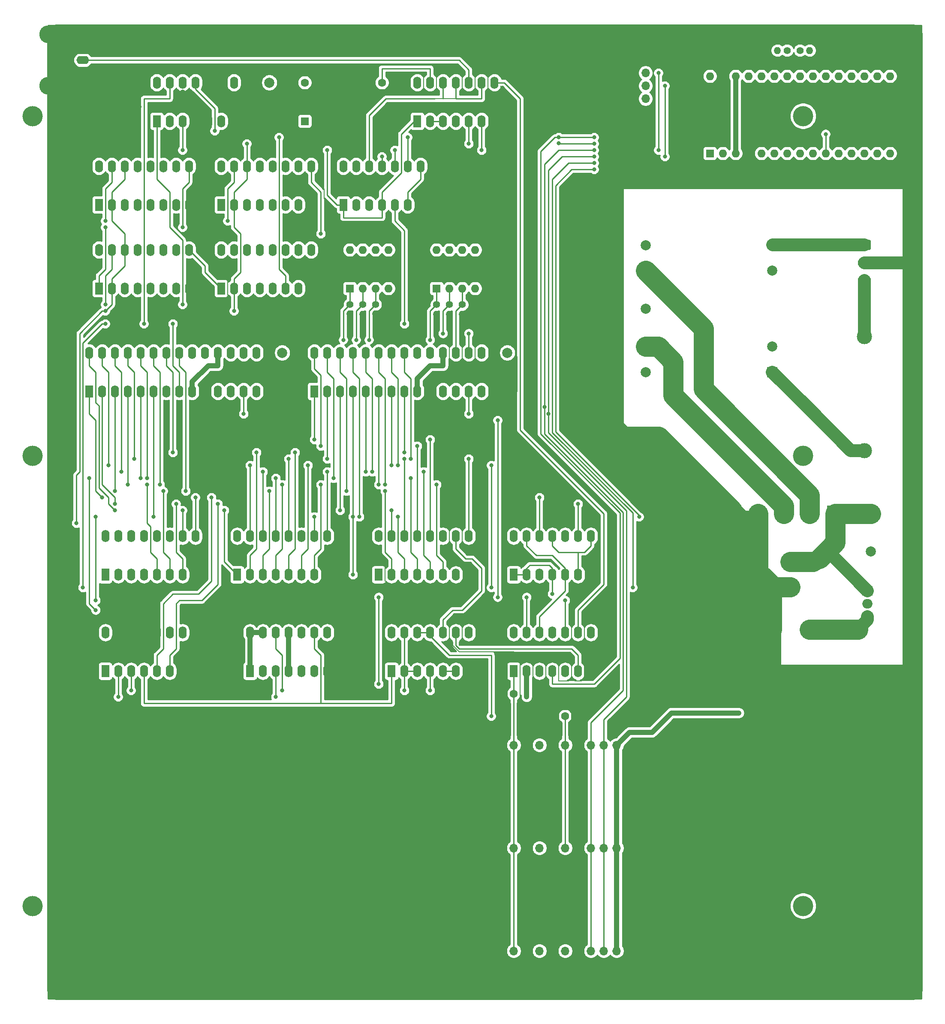
<source format=gbr>
%TF.GenerationSoftware,KiCad,Pcbnew,(5.1.9)-1*%
%TF.CreationDate,2021-06-05T23:20:17+02:00*%
%TF.ProjectId,Hauptplatine,48617570-7470-46c6-9174-696e652e6b69,rev?*%
%TF.SameCoordinates,Original*%
%TF.FileFunction,Copper,L2,Bot*%
%TF.FilePolarity,Positive*%
%FSLAX46Y46*%
G04 Gerber Fmt 4.6, Leading zero omitted, Abs format (unit mm)*
G04 Created by KiCad (PCBNEW (5.1.9)-1) date 2021-06-05 23:20:17*
%MOMM*%
%LPD*%
G01*
G04 APERTURE LIST*
%TA.AperFunction,ComponentPad*%
%ADD10O,1.600000X1.600000*%
%TD*%
%TA.AperFunction,ComponentPad*%
%ADD11C,1.600000*%
%TD*%
%TA.AperFunction,ComponentPad*%
%ADD12O,1.600000X2.400000*%
%TD*%
%TA.AperFunction,ComponentPad*%
%ADD13R,1.600000X2.400000*%
%TD*%
%TA.AperFunction,ComponentPad*%
%ADD14R,1.600000X1.600000*%
%TD*%
%TA.AperFunction,ComponentPad*%
%ADD15O,1.400000X1.400000*%
%TD*%
%TA.AperFunction,ComponentPad*%
%ADD16C,1.400000*%
%TD*%
%TA.AperFunction,ComponentPad*%
%ADD17C,2.000000*%
%TD*%
%TA.AperFunction,ComponentPad*%
%ADD18R,2.000000X2.000000*%
%TD*%
%TA.AperFunction,ComponentPad*%
%ADD19O,2.500000X1.600000*%
%TD*%
%TA.AperFunction,ComponentPad*%
%ADD20O,7.000000X3.500000*%
%TD*%
%TA.AperFunction,ComponentPad*%
%ADD21O,1.700000X1.700000*%
%TD*%
%TA.AperFunction,ComponentPad*%
%ADD22R,1.700000X1.700000*%
%TD*%
%TA.AperFunction,ComponentPad*%
%ADD23O,2.600000X2.000000*%
%TD*%
%TA.AperFunction,ComponentPad*%
%ADD24O,2.000000X1.905000*%
%TD*%
%TA.AperFunction,ComponentPad*%
%ADD25R,2.000000X1.905000*%
%TD*%
%TA.AperFunction,ComponentPad*%
%ADD26C,3.000000*%
%TD*%
%TA.AperFunction,ComponentPad*%
%ADD27R,3.200000X3.200000*%
%TD*%
%TA.AperFunction,ComponentPad*%
%ADD28C,3.200000*%
%TD*%
%TA.AperFunction,ComponentPad*%
%ADD29C,2.400000*%
%TD*%
%TA.AperFunction,ComponentPad*%
%ADD30R,2.400000X2.400000*%
%TD*%
%TA.AperFunction,ViaPad*%
%ADD31C,4.000000*%
%TD*%
%TA.AperFunction,ViaPad*%
%ADD32C,1.000000*%
%TD*%
%TA.AperFunction,ViaPad*%
%ADD33C,0.800000*%
%TD*%
%TA.AperFunction,Conductor*%
%ADD34C,1.000000*%
%TD*%
%TA.AperFunction,Conductor*%
%ADD35C,2.500000*%
%TD*%
%TA.AperFunction,Conductor*%
%ADD36C,4.000000*%
%TD*%
%TA.AperFunction,Conductor*%
%ADD37C,0.200000*%
%TD*%
%TA.AperFunction,Conductor*%
%ADD38C,0.250000*%
%TD*%
%TA.AperFunction,Conductor*%
%ADD39C,0.254000*%
%TD*%
%TA.AperFunction,Conductor*%
%ADD40C,0.100000*%
%TD*%
G04 APERTURE END LIST*
D10*
%TO.P,R1,2*%
%TO.N,GND*%
X130175000Y-138430000D03*
D11*
%TO.P,R1,1*%
%TO.N,HF*%
X114935000Y-138430000D03*
%TD*%
D12*
%TO.P,IC26,14*%
%TO.N,VCC*%
X44450000Y-17780000D03*
%TO.P,IC26,7*%
%TO.N,GND*%
X59690000Y-25400000D03*
%TO.P,IC26,13*%
%TO.N,Net-(IC26-Pad12)*%
X46990000Y-17780000D03*
%TO.P,IC26,6*%
%TO.N,N/C*%
X57150000Y-25400000D03*
%TO.P,IC26,12*%
%TO.N,Net-(IC26-Pad12)*%
X49530000Y-17780000D03*
%TO.P,IC26,5*%
%TO.N,GND*%
X54610000Y-25400000D03*
%TO.P,IC26,11*%
%TO.N,Net-(IC25-Pad9)*%
X52070000Y-17780000D03*
%TO.P,IC26,4*%
%TO.N,GND*%
X52070000Y-25400000D03*
%TO.P,IC26,10*%
X54610000Y-17780000D03*
%TO.P,IC26,3*%
%TO.N,Net-(IC20-Pad1)*%
X49530000Y-25400000D03*
%TO.P,IC26,9*%
%TO.N,GND*%
X57150000Y-17780000D03*
%TO.P,IC26,2*%
%TO.N,Net-(IC24-Pad6)*%
X46990000Y-25400000D03*
%TO.P,IC26,8*%
%TO.N,N/C*%
X59690000Y-17780000D03*
D13*
%TO.P,IC26,1*%
%TO.N,Net-(IC24-Pad3)*%
X44450000Y-25400000D03*
%TD*%
D12*
%TO.P,IC9,14*%
%TO.N,VCC*%
X114935000Y-126365000D03*
%TO.P,IC9,7*%
%TO.N,GND*%
X130175000Y-133985000D03*
%TO.P,IC9,13*%
%TO.N,Net-(IC10-Pad5)*%
X117475000Y-126365000D03*
%TO.P,IC9,6*%
%TO.N,Net-(IC10-Pad9)*%
X127635000Y-133985000D03*
%TO.P,IC9,12*%
%TO.N,Net-(IC8-Pad13)*%
X120015000Y-126365000D03*
%TO.P,IC9,5*%
%TO.N,Net-(IC10-Pad4)*%
X125095000Y-133985000D03*
%TO.P,IC9,11*%
%TO.N,N/C*%
X122555000Y-126365000D03*
%TO.P,IC9,4*%
%TO.N,0.5HZ*%
X122555000Y-133985000D03*
%TO.P,IC9,10*%
%TO.N,Net-(IC8-Pad1)*%
X125095000Y-126365000D03*
%TO.P,IC9,3*%
%TO.N,N/C*%
X120015000Y-133985000D03*
%TO.P,IC9,9*%
%TO.N,10MHZ*%
X127635000Y-126365000D03*
%TO.P,IC9,2*%
%TO.N,VCC*%
X117475000Y-133985000D03*
%TO.P,IC9,8*%
%TO.N,Net-(IC10-Pad8)*%
X130175000Y-126365000D03*
D13*
%TO.P,IC9,1*%
%TO.N,HF*%
X114935000Y-133985000D03*
%TD*%
D10*
%TO.P,IC12,16*%
%TO.N,RESET_COUNTER*%
X189230000Y-16510000D03*
%TO.P,IC12,15*%
%TO.N,_RESET_PERIOD*%
X189230000Y-31750000D03*
%TO.P,IC12,30*%
%TO.N,VCC*%
X153670000Y-16510000D03*
%TO.P,IC12,14*%
%TO.N,N/C*%
X186690000Y-31750000D03*
%TO.P,IC12,29*%
%TO.N,GND*%
X156210000Y-16510000D03*
%TO.P,IC12,13*%
%TO.N,N/C*%
X184150000Y-31750000D03*
%TO.P,IC12,28*%
%TO.N,VCC*%
X158750000Y-16510000D03*
%TO.P,IC12,12*%
%TO.N,N/C*%
X181610000Y-31750000D03*
%TO.P,IC12,27*%
X161290000Y-16510000D03*
%TO.P,IC12,11*%
X179070000Y-31750000D03*
%TO.P,IC12,26*%
X163830000Y-16510000D03*
%TO.P,IC12,10*%
%TO.N,0.5HZ*%
X176530000Y-31750000D03*
%TO.P,IC12,25*%
%TO.N,N/C*%
X166370000Y-16510000D03*
%TO.P,IC12,9*%
%TO.N,DONE*%
X173990000Y-31750000D03*
%TO.P,IC12,24*%
%TO.N,SCL*%
X168910000Y-16510000D03*
%TO.P,IC12,8*%
%TO.N,N/C*%
X171450000Y-31750000D03*
%TO.P,IC12,23*%
%TO.N,SDA*%
X171450000Y-16510000D03*
%TO.P,IC12,7*%
%TO.N,N/C*%
X168910000Y-31750000D03*
%TO.P,IC12,22*%
X173990000Y-16510000D03*
%TO.P,IC12,6*%
X166370000Y-31750000D03*
%TO.P,IC12,21*%
X176530000Y-16510000D03*
%TO.P,IC12,5*%
X163830000Y-31750000D03*
%TO.P,IC12,20*%
X179070000Y-16510000D03*
%TO.P,IC12,4*%
%TO.N,GND*%
X161290000Y-31750000D03*
%TO.P,IC12,19*%
%TO.N,N/C*%
X181610000Y-16510000D03*
%TO.P,IC12,3*%
%TO.N,VCC*%
X158750000Y-31750000D03*
%TO.P,IC12,18*%
%TO.N,N/C*%
X184150000Y-16510000D03*
%TO.P,IC12,2*%
X156210000Y-31750000D03*
%TO.P,IC12,17*%
X186690000Y-16510000D03*
D14*
%TO.P,IC12,1*%
X153670000Y-31750000D03*
%TD*%
D12*
%TO.P,IC25,14*%
%TO.N,VCC*%
X81280000Y-34290000D03*
%TO.P,IC25,7*%
%TO.N,GND*%
X96520000Y-41910000D03*
%TO.P,IC25,13*%
%TO.N,_RESET_COUNTER*%
X83820000Y-34290000D03*
%TO.P,IC25,6*%
%TO.N,Net-(IC25-Pad11)*%
X93980000Y-41910000D03*
%TO.P,IC25,12*%
%TO.N,Net-(IC20-Pad11)*%
X86360000Y-34290000D03*
%TO.P,IC25,5*%
%TO.N,Net-(IC25-Pad5)*%
X91440000Y-41910000D03*
%TO.P,IC25,11*%
%TO.N,Net-(IC25-Pad11)*%
X88900000Y-34290000D03*
%TO.P,IC25,4*%
%TO.N,Net-(IC20-Pad1)*%
X88900000Y-41910000D03*
%TO.P,IC25,10*%
%TO.N,_RESET_COUNTER*%
X91440000Y-34290000D03*
%TO.P,IC25,3*%
%TO.N,Net-(IC21-Pad1)*%
X86360000Y-41910000D03*
%TO.P,IC25,9*%
%TO.N,Net-(IC25-Pad9)*%
X93980000Y-34290000D03*
%TO.P,IC25,2*%
%TO.N,N/C*%
X83820000Y-41910000D03*
%TO.P,IC25,8*%
%TO.N,Net-(IC25-Pad11)*%
X96520000Y-34290000D03*
D13*
%TO.P,IC25,1*%
%TO.N,Net-(IC20-Pad1)*%
X81280000Y-41910000D03*
%TD*%
D12*
%TO.P,IC10,14*%
%TO.N,VCC*%
X90805000Y-126365000D03*
%TO.P,IC10,7*%
%TO.N,GND*%
X106045000Y-133985000D03*
%TO.P,IC10,13*%
%TO.N,Net-(IC10-Pad13)*%
X93345000Y-126365000D03*
%TO.P,IC10,6*%
%TO.N,Net-(IC10-Pad5)*%
X103505000Y-133985000D03*
%TO.P,IC10,12*%
%TO.N,TRIGGER*%
X95885000Y-126365000D03*
%TO.P,IC10,5*%
%TO.N,Net-(IC10-Pad5)*%
X100965000Y-133985000D03*
%TO.P,IC10,11*%
%TO.N,TRIGGER*%
X98425000Y-126365000D03*
%TO.P,IC10,4*%
%TO.N,Net-(IC10-Pad4)*%
X98425000Y-133985000D03*
%TO.P,IC10,10*%
%TO.N,Net-(IC1-Pad10)*%
X100965000Y-126365000D03*
%TO.P,IC10,3*%
%TO.N,Net-(IC10-Pad13)*%
X95885000Y-133985000D03*
%TO.P,IC10,9*%
%TO.N,Net-(IC10-Pad9)*%
X103505000Y-126365000D03*
%TO.P,IC10,2*%
%TO.N,Net-(IC10-Pad13)*%
X93345000Y-133985000D03*
%TO.P,IC10,8*%
%TO.N,Net-(IC10-Pad8)*%
X106045000Y-126365000D03*
D13*
%TO.P,IC10,1*%
%TO.N,Net-(IC10-Pad1)*%
X90805000Y-133985000D03*
%TD*%
D12*
%TO.P,IC8,14*%
%TO.N,VCC*%
X114935000Y-107315000D03*
%TO.P,IC8,7*%
%TO.N,GND*%
X130175000Y-114935000D03*
%TO.P,IC8,13*%
%TO.N,Net-(IC8-Pad13)*%
X117475000Y-107315000D03*
%TO.P,IC8,6*%
%TO.N,Net-(IC8-Pad11)*%
X127635000Y-114935000D03*
%TO.P,IC8,12*%
%TO.N,Net-(IC7-Pad5)*%
X120015000Y-107315000D03*
%TO.P,IC8,5*%
%TO.N,Net-(IC8-Pad13)*%
X125095000Y-114935000D03*
%TO.P,IC8,11*%
%TO.N,Net-(IC8-Pad11)*%
X122555000Y-107315000D03*
%TO.P,IC8,4*%
%TO.N,Net-(IC8-Pad1)*%
X122555000Y-114935000D03*
%TO.P,IC8,10*%
%TO.N,_RESET_PERIOD*%
X125095000Y-107315000D03*
%TO.P,IC8,3*%
%TO.N,DONE*%
X120015000Y-114935000D03*
%TO.P,IC8,9*%
%TO.N,Net-(IC7-Pad6)*%
X127635000Y-107315000D03*
%TO.P,IC8,2*%
%TO.N,Net-(IC8-Pad1)*%
X117475000Y-114935000D03*
%TO.P,IC8,8*%
%TO.N,Net-(IC8-Pad11)*%
X130175000Y-107315000D03*
D13*
%TO.P,IC8,1*%
%TO.N,Net-(IC8-Pad1)*%
X114935000Y-114935000D03*
%TD*%
D12*
%TO.P,IC7,16*%
%TO.N,VCC*%
X34290000Y-126365000D03*
%TO.P,IC7,8*%
%TO.N,GND*%
X52070000Y-133985000D03*
%TO.P,IC7,15*%
X36830000Y-126365000D03*
%TO.P,IC7,7*%
X49530000Y-133985000D03*
%TO.P,IC7,14*%
X39370000Y-126365000D03*
%TO.P,IC7,6*%
%TO.N,Net-(IC7-Pad6)*%
X46990000Y-133985000D03*
%TO.P,IC7,13*%
%TO.N,GND*%
X41910000Y-126365000D03*
%TO.P,IC7,5*%
%TO.N,Net-(IC7-Pad5)*%
X44450000Y-133985000D03*
%TO.P,IC7,12*%
%TO.N,GND*%
X44450000Y-126365000D03*
%TO.P,IC7,4*%
%TO.N,Net-(IC10-Pad1)*%
X41910000Y-133985000D03*
%TO.P,IC7,11*%
%TO.N,Net-(IC5-Pad5)*%
X46990000Y-126365000D03*
%TO.P,IC7,3*%
%TO.N,Net-(IC10-Pad13)*%
X39370000Y-133985000D03*
%TO.P,IC7,10*%
%TO.N,Net-(IC5-Pad6)*%
X49530000Y-126365000D03*
%TO.P,IC7,2*%
%TO.N,Net-(IC6-Pad3)*%
X36830000Y-133985000D03*
%TO.P,IC7,9*%
%TO.N,GND*%
X52070000Y-126365000D03*
D13*
%TO.P,IC7,1*%
%TO.N,Net-(IC6-Pad5)*%
X34290000Y-133985000D03*
%TD*%
D12*
%TO.P,IC6,14*%
%TO.N,VCC*%
X62865000Y-126365000D03*
%TO.P,IC6,7*%
%TO.N,GND*%
X78105000Y-133985000D03*
%TO.P,IC6,13*%
%TO.N,VCC*%
X65405000Y-126365000D03*
%TO.P,IC6,6*%
%TO.N,N/C*%
X75565000Y-133985000D03*
%TO.P,IC6,12*%
%TO.N,Net-(IC10-Pad13)*%
X67945000Y-126365000D03*
%TO.P,IC6,5*%
%TO.N,Net-(IC6-Pad5)*%
X73025000Y-133985000D03*
%TO.P,IC6,11*%
%TO.N,VCC*%
X70485000Y-126365000D03*
%TO.P,IC6,4*%
X70485000Y-133985000D03*
%TO.P,IC6,10*%
X73025000Y-126365000D03*
%TO.P,IC6,3*%
%TO.N,Net-(IC6-Pad3)*%
X67945000Y-133985000D03*
%TO.P,IC6,9*%
%TO.N,Net-(IC10-Pad1)*%
X75565000Y-126365000D03*
%TO.P,IC6,2*%
%TO.N,N/C*%
X65405000Y-133985000D03*
%TO.P,IC6,8*%
%TO.N,VCC*%
X78105000Y-126365000D03*
D13*
%TO.P,IC6,1*%
X62865000Y-133985000D03*
%TD*%
D12*
%TO.P,IC3,16*%
%TO.N,VCC*%
X34290000Y-107315000D03*
%TO.P,IC3,8*%
%TO.N,GND*%
X52070000Y-114935000D03*
%TO.P,IC3,15*%
%TO.N,N/C*%
X36830000Y-107315000D03*
%TO.P,IC3,7*%
%TO.N,Net-(IC3-Pad7)*%
X49530000Y-114935000D03*
%TO.P,IC3,14*%
%TO.N,N/C*%
X39370000Y-107315000D03*
%TO.P,IC3,6*%
%TO.N,Net-(IC3-Pad6)*%
X46990000Y-114935000D03*
%TO.P,IC3,13*%
%TO.N,N/C*%
X41910000Y-107315000D03*
%TO.P,IC3,5*%
%TO.N,Net-(IC3-Pad5)*%
X44450000Y-114935000D03*
%TO.P,IC3,12*%
%TO.N,N/C*%
X44450000Y-107315000D03*
%TO.P,IC3,4*%
X41910000Y-114935000D03*
%TO.P,IC3,11*%
%TO.N,RESET_COUNTER*%
X46990000Y-107315000D03*
%TO.P,IC3,3*%
%TO.N,Net-(IC26-Pad12)*%
X39370000Y-114935000D03*
%TO.P,IC3,10*%
%TO.N,Net-(IC2-Pad1)*%
X49530000Y-107315000D03*
%TO.P,IC3,2*%
%TO.N,N/C*%
X36830000Y-114935000D03*
%TO.P,IC3,9*%
%TO.N,Net-(IC3-Pad9)*%
X52070000Y-107315000D03*
D13*
%TO.P,IC3,1*%
%TO.N,N/C*%
X34290000Y-114935000D03*
%TD*%
D10*
%TO.P,R2,2*%
%TO.N,GND*%
X140335000Y-142875000D03*
D11*
%TO.P,R2,1*%
%TO.N,TRIGGER*%
X125095000Y-142875000D03*
%TD*%
%TO.P,IC27,7*%
%TO.N,GND*%
X88900000Y-25400000D03*
%TO.P,IC27,8*%
%TO.N,Net-(IC20-Pad13)*%
X88900000Y-17780000D03*
%TO.P,IC27,14*%
%TO.N,VCC*%
X73660000Y-17780000D03*
D14*
%TO.P,IC27,1*%
%TO.N,N/C*%
X73660000Y-25400000D03*
%TD*%
D12*
%TO.P,IC20,14*%
%TO.N,VCC*%
X95885000Y-17780000D03*
%TO.P,IC20,7*%
%TO.N,GND*%
X111125000Y-25400000D03*
%TO.P,IC20,13*%
%TO.N,Net-(IC20-Pad13)*%
X98425000Y-17780000D03*
%TO.P,IC20,6*%
%TO.N,_RESET_COUNTER*%
X108585000Y-25400000D03*
%TO.P,IC20,12*%
%TO.N,Net-(IC20-Pad11)*%
X100965000Y-17780000D03*
%TO.P,IC20,5*%
%TO.N,RESET_COUNTER*%
X106045000Y-25400000D03*
%TO.P,IC20,11*%
%TO.N,Net-(IC20-Pad11)*%
X103505000Y-17780000D03*
%TO.P,IC20,4*%
%TO.N,0.5HZ*%
X103505000Y-25400000D03*
%TO.P,IC20,10*%
%TO.N,Net-(IC20-Pad10)*%
X106045000Y-17780000D03*
%TO.P,IC20,3*%
%TO.N,Net-(IC20-Pad2)*%
X100965000Y-25400000D03*
%TO.P,IC20,9*%
%TO.N,Net-(IC20-Pad11)*%
X108585000Y-17780000D03*
%TO.P,IC20,2*%
%TO.N,Net-(IC20-Pad2)*%
X98425000Y-25400000D03*
%TO.P,IC20,8*%
%TO.N,10MHZ*%
X111125000Y-17780000D03*
D13*
%TO.P,IC20,1*%
%TO.N,Net-(IC20-Pad1)*%
X95885000Y-25400000D03*
%TD*%
D12*
%TO.P,IC24,16*%
%TO.N,VCC*%
X57150000Y-50800000D03*
%TO.P,IC24,8*%
%TO.N,GND*%
X74930000Y-58420000D03*
%TO.P,IC24,15*%
%TO.N,N/C*%
X59690000Y-50800000D03*
%TO.P,IC24,7*%
X72390000Y-58420000D03*
%TO.P,IC24,14*%
X62230000Y-50800000D03*
%TO.P,IC24,6*%
%TO.N,Net-(IC24-Pad6)*%
X69850000Y-58420000D03*
%TO.P,IC24,13*%
%TO.N,N/C*%
X64770000Y-50800000D03*
%TO.P,IC24,5*%
X67310000Y-58420000D03*
%TO.P,IC24,12*%
X67310000Y-50800000D03*
%TO.P,IC24,4*%
%TO.N,Net-(IC24-Pad3)*%
X64770000Y-58420000D03*
%TO.P,IC24,11*%
%TO.N,N/C*%
X69850000Y-50800000D03*
%TO.P,IC24,3*%
%TO.N,Net-(IC24-Pad3)*%
X62230000Y-58420000D03*
%TO.P,IC24,10*%
%TO.N,N/C*%
X72390000Y-50800000D03*
%TO.P,IC24,2*%
%TO.N,RESET_COUNTER*%
X59690000Y-58420000D03*
%TO.P,IC24,9*%
%TO.N,N/C*%
X74930000Y-50800000D03*
D13*
%TO.P,IC24,1*%
%TO.N,Net-(IC23-Pad9)*%
X57150000Y-58420000D03*
%TD*%
D10*
%TO.P,SW2,8*%
%TO.N,VCC*%
X82550000Y-50800000D03*
%TO.P,SW2,4*%
%TO.N,N/C*%
X90170000Y-58420000D03*
%TO.P,SW2,7*%
%TO.N,VCC*%
X85090000Y-50800000D03*
%TO.P,SW2,3*%
%TO.N,Net-(IC5-Pad17)*%
X87630000Y-58420000D03*
%TO.P,SW2,6*%
%TO.N,VCC*%
X87630000Y-50800000D03*
%TO.P,SW2,2*%
%TO.N,Net-(IC5-Pad16)*%
X85090000Y-58420000D03*
%TO.P,SW2,5*%
%TO.N,N/C*%
X90170000Y-50800000D03*
D14*
%TO.P,SW2,1*%
%TO.N,Net-(IC5-Pad15)*%
X82550000Y-58420000D03*
%TD*%
D10*
%TO.P,SW1,8*%
%TO.N,VCC*%
X99695000Y-50800000D03*
%TO.P,SW1,4*%
%TO.N,N/C*%
X107315000Y-58420000D03*
%TO.P,SW1,7*%
%TO.N,VCC*%
X102235000Y-50800000D03*
%TO.P,SW1,3*%
%TO.N,Net-(IC4-Pad17)*%
X104775000Y-58420000D03*
%TO.P,SW1,6*%
%TO.N,VCC*%
X104775000Y-50800000D03*
%TO.P,SW1,2*%
%TO.N,Net-(IC4-Pad16)*%
X102235000Y-58420000D03*
%TO.P,SW1,5*%
%TO.N,N/C*%
X107315000Y-50800000D03*
D14*
%TO.P,SW1,1*%
%TO.N,Net-(IC4-Pad15)*%
X99695000Y-58420000D03*
%TD*%
D15*
%TO.P,R10,2*%
%TO.N,GND*%
X87630000Y-63495000D03*
D16*
%TO.P,R10,1*%
%TO.N,Net-(IC5-Pad17)*%
X87630000Y-61595000D03*
%TD*%
D15*
%TO.P,R9,2*%
%TO.N,GND*%
X104775000Y-63500000D03*
D16*
%TO.P,R9,1*%
%TO.N,Net-(IC4-Pad17)*%
X104775000Y-61600000D03*
%TD*%
D15*
%TO.P,R8,2*%
%TO.N,GND*%
X85090000Y-63500000D03*
D16*
%TO.P,R8,1*%
%TO.N,Net-(IC5-Pad16)*%
X85090000Y-61600000D03*
%TD*%
D15*
%TO.P,R7,2*%
%TO.N,GND*%
X102235000Y-63500000D03*
D16*
%TO.P,R7,1*%
%TO.N,Net-(IC4-Pad16)*%
X102235000Y-61600000D03*
%TD*%
D15*
%TO.P,R6,2*%
%TO.N,GND*%
X82550000Y-63495000D03*
D16*
%TO.P,R6,1*%
%TO.N,Net-(IC5-Pad15)*%
X82550000Y-61595000D03*
%TD*%
D15*
%TO.P,R5,2*%
%TO.N,GND*%
X99695000Y-63500000D03*
D16*
%TO.P,R5,1*%
%TO.N,Net-(IC4-Pad15)*%
X99695000Y-61600000D03*
%TD*%
D15*
%TO.P,R4,2*%
%TO.N,VCC*%
X167010000Y-11430000D03*
D16*
%TO.P,R4,1*%
%TO.N,SCL*%
X168910000Y-11430000D03*
%TD*%
D15*
%TO.P,R3,2*%
%TO.N,VCC*%
X173350000Y-11430000D03*
D16*
%TO.P,R3,1*%
%TO.N,SDA*%
X171450000Y-11430000D03*
%TD*%
D17*
%TO.P,C27,2*%
%TO.N,GND*%
X66675000Y-25280000D03*
%TO.P,C27,1*%
%TO.N,VCC*%
X66675000Y-17780000D03*
%TD*%
%TO.P,C5,2*%
%TO.N,GND*%
X113665000Y-78620000D03*
%TO.P,C5,1*%
%TO.N,VCC*%
X113665000Y-71120000D03*
%TD*%
%TO.P,C4,2*%
%TO.N,GND*%
X69215000Y-78620000D03*
%TO.P,C4,1*%
%TO.N,VCC*%
X69215000Y-71120000D03*
%TD*%
%TO.P,TR1,10*%
%TO.N,N/C*%
X140989000Y-74930000D03*
%TO.P,TR1,9*%
%TO.N,Net-(D1-Pad3)*%
X140989000Y-69930000D03*
%TO.P,TR1,8*%
%TO.N,N/C*%
X140989000Y-62430000D03*
%TO.P,TR1,7*%
%TO.N,Net-(D1-Pad2)*%
X140989000Y-54930000D03*
%TO.P,TR1,6*%
%TO.N,N/C*%
X140989000Y-49930000D03*
%TO.P,TR1,5*%
%TO.N,Net-(J1-Pad1)*%
X165989000Y-49930000D03*
%TO.P,TR1,4*%
%TO.N,N/C*%
X165989000Y-54930000D03*
%TO.P,TR1,2*%
X165989000Y-69930000D03*
D18*
%TO.P,TR1,1*%
%TO.N,Net-(F1-Pad2)*%
X165989000Y-74930000D03*
%TD*%
D19*
%TO.P,J3,2*%
%TO.N,GND*%
X29845000Y-15875000D03*
%TO.P,J3,1*%
%TO.N,Net-(IC20-Pad10)*%
X29845000Y-13335000D03*
D20*
%TO.P,J3,2*%
%TO.N,GND*%
X24765000Y-8255000D03*
X24765000Y-18415000D03*
%TD*%
D12*
%TO.P,IC4,28*%
%TO.N,Net-(IC1-Pad13)*%
X75565000Y-71120000D03*
%TO.P,IC4,14*%
%TO.N,N/C*%
X108585000Y-78740000D03*
%TO.P,IC4,27*%
%TO.N,Net-(IC1-Pad4)*%
X78105000Y-71120000D03*
%TO.P,IC4,13*%
%TO.N,SDA*%
X106045000Y-78740000D03*
%TO.P,IC4,26*%
%TO.N,Net-(IC1-Pad2)*%
X80645000Y-71120000D03*
%TO.P,IC4,12*%
%TO.N,SCL*%
X103505000Y-78740000D03*
%TO.P,IC4,25*%
%TO.N,Net-(IC1-Pad3)*%
X83185000Y-71120000D03*
%TO.P,IC4,11*%
%TO.N,N/C*%
X100965000Y-78740000D03*
%TO.P,IC4,24*%
%TO.N,Net-(IC1-Pad5)*%
X85725000Y-71120000D03*
%TO.P,IC4,10*%
%TO.N,GND*%
X98425000Y-78740000D03*
%TO.P,IC4,23*%
%TO.N,Net-(IC1-Pad6)*%
X88265000Y-71120000D03*
%TO.P,IC4,9*%
%TO.N,VCC*%
X95885000Y-78740000D03*
%TO.P,IC4,22*%
%TO.N,Net-(IC1-Pad7)*%
X90805000Y-71120000D03*
%TO.P,IC4,8*%
%TO.N,Net-(IC2-Pad5)*%
X93345000Y-78740000D03*
%TO.P,IC4,21*%
%TO.N,Net-(IC1-Pad9)*%
X93345000Y-71120000D03*
%TO.P,IC4,7*%
%TO.N,Net-(IC2-Pad6)*%
X90805000Y-78740000D03*
%TO.P,IC4,20*%
%TO.N,N/C*%
X95885000Y-71120000D03*
%TO.P,IC4,6*%
%TO.N,Net-(IC2-Pad7)*%
X88265000Y-78740000D03*
%TO.P,IC4,19*%
%TO.N,N/C*%
X98425000Y-71120000D03*
%TO.P,IC4,5*%
%TO.N,Net-(IC2-Pad9)*%
X85725000Y-78740000D03*
%TO.P,IC4,18*%
%TO.N,VCC*%
X100965000Y-71120000D03*
%TO.P,IC4,4*%
%TO.N,Net-(IC1-Pad1)*%
X83185000Y-78740000D03*
%TO.P,IC4,17*%
%TO.N,Net-(IC4-Pad17)*%
X103505000Y-71120000D03*
%TO.P,IC4,3*%
%TO.N,Net-(IC1-Pad15)*%
X80645000Y-78740000D03*
%TO.P,IC4,16*%
%TO.N,Net-(IC4-Pad16)*%
X106045000Y-71120000D03*
%TO.P,IC4,2*%
%TO.N,Net-(IC1-Pad14)*%
X78105000Y-78740000D03*
%TO.P,IC4,15*%
%TO.N,Net-(IC4-Pad15)*%
X108585000Y-71120000D03*
D13*
%TO.P,IC4,1*%
%TO.N,Net-(IC1-Pad12)*%
X75565000Y-78740000D03*
%TD*%
D12*
%TO.P,IC1,16*%
%TO.N,VCC*%
X88265000Y-107315000D03*
%TO.P,IC1,8*%
%TO.N,GND*%
X106045000Y-114935000D03*
%TO.P,IC1,15*%
%TO.N,Net-(IC1-Pad15)*%
X90805000Y-107315000D03*
%TO.P,IC1,7*%
%TO.N,Net-(IC1-Pad7)*%
X103505000Y-114935000D03*
%TO.P,IC1,14*%
%TO.N,Net-(IC1-Pad14)*%
X93345000Y-107315000D03*
%TO.P,IC1,6*%
%TO.N,Net-(IC1-Pad6)*%
X100965000Y-114935000D03*
%TO.P,IC1,13*%
%TO.N,Net-(IC1-Pad13)*%
X95885000Y-107315000D03*
%TO.P,IC1,5*%
%TO.N,Net-(IC1-Pad5)*%
X98425000Y-114935000D03*
%TO.P,IC1,12*%
%TO.N,Net-(IC1-Pad12)*%
X98425000Y-107315000D03*
%TO.P,IC1,4*%
%TO.N,Net-(IC1-Pad4)*%
X95885000Y-114935000D03*
%TO.P,IC1,11*%
%TO.N,RESET_COUNTER*%
X100965000Y-107315000D03*
%TO.P,IC1,3*%
%TO.N,Net-(IC1-Pad3)*%
X93345000Y-114935000D03*
%TO.P,IC1,10*%
%TO.N,Net-(IC1-Pad10)*%
X103505000Y-107315000D03*
%TO.P,IC1,2*%
%TO.N,Net-(IC1-Pad2)*%
X90805000Y-114935000D03*
%TO.P,IC1,9*%
%TO.N,Net-(IC1-Pad9)*%
X106045000Y-107315000D03*
D13*
%TO.P,IC1,1*%
%TO.N,Net-(IC1-Pad1)*%
X88265000Y-114935000D03*
%TD*%
D12*
%TO.P,IC2,16*%
%TO.N,VCC*%
X60325000Y-107315000D03*
%TO.P,IC2,8*%
%TO.N,GND*%
X78105000Y-114935000D03*
%TO.P,IC2,15*%
%TO.N,Net-(IC2-Pad15)*%
X62865000Y-107315000D03*
%TO.P,IC2,7*%
%TO.N,Net-(IC2-Pad7)*%
X75565000Y-114935000D03*
%TO.P,IC2,14*%
%TO.N,Net-(IC2-Pad14)*%
X65405000Y-107315000D03*
%TO.P,IC2,6*%
%TO.N,Net-(IC2-Pad6)*%
X73025000Y-114935000D03*
%TO.P,IC2,13*%
%TO.N,Net-(IC2-Pad13)*%
X67945000Y-107315000D03*
%TO.P,IC2,5*%
%TO.N,Net-(IC2-Pad5)*%
X70485000Y-114935000D03*
%TO.P,IC2,12*%
%TO.N,Net-(IC2-Pad12)*%
X70485000Y-107315000D03*
%TO.P,IC2,4*%
%TO.N,Net-(IC2-Pad4)*%
X67945000Y-114935000D03*
%TO.P,IC2,11*%
%TO.N,RESET_COUNTER*%
X73025000Y-107315000D03*
%TO.P,IC2,3*%
%TO.N,Net-(IC2-Pad3)*%
X65405000Y-114935000D03*
%TO.P,IC2,10*%
%TO.N,Net-(IC1-Pad1)*%
X75565000Y-107315000D03*
%TO.P,IC2,2*%
%TO.N,Net-(IC2-Pad2)*%
X62865000Y-114935000D03*
%TO.P,IC2,9*%
%TO.N,Net-(IC2-Pad9)*%
X78105000Y-107315000D03*
D13*
%TO.P,IC2,1*%
%TO.N,Net-(IC2-Pad1)*%
X60325000Y-114935000D03*
%TD*%
D12*
%TO.P,IC22,16*%
%TO.N,VCC*%
X33020000Y-34290000D03*
%TO.P,IC22,8*%
%TO.N,GND*%
X50800000Y-41910000D03*
%TO.P,IC22,15*%
%TO.N,Net-(IC22-Pad15)*%
X35560000Y-34290000D03*
%TO.P,IC22,7*%
X48260000Y-41910000D03*
%TO.P,IC22,14*%
%TO.N,RESET_COUNTER*%
X38100000Y-34290000D03*
%TO.P,IC22,6*%
%TO.N,N/C*%
X45720000Y-41910000D03*
%TO.P,IC22,13*%
%TO.N,Net-(IC22-Pad12)*%
X40640000Y-34290000D03*
%TO.P,IC22,5*%
%TO.N,N/C*%
X43180000Y-41910000D03*
%TO.P,IC22,12*%
%TO.N,Net-(IC22-Pad12)*%
X43180000Y-34290000D03*
%TO.P,IC22,4*%
%TO.N,Net-(IC22-Pad3)*%
X40640000Y-41910000D03*
%TO.P,IC22,11*%
%TO.N,N/C*%
X45720000Y-34290000D03*
%TO.P,IC22,3*%
%TO.N,Net-(IC22-Pad3)*%
X38100000Y-41910000D03*
%TO.P,IC22,10*%
%TO.N,N/C*%
X48260000Y-34290000D03*
%TO.P,IC22,2*%
%TO.N,RESET_COUNTER*%
X35560000Y-41910000D03*
%TO.P,IC22,9*%
%TO.N,Net-(IC22-Pad9)*%
X50800000Y-34290000D03*
D13*
%TO.P,IC22,1*%
%TO.N,Net-(IC21-Pad9)*%
X33020000Y-41910000D03*
%TD*%
D12*
%TO.P,IC5,28*%
%TO.N,Net-(IC2-Pad1)*%
X31115000Y-71120000D03*
%TO.P,IC5,14*%
%TO.N,N/C*%
X64135000Y-78740000D03*
%TO.P,IC5,27*%
%TO.N,Net-(IC2-Pad15)*%
X33655000Y-71120000D03*
%TO.P,IC5,13*%
%TO.N,SDA*%
X61595000Y-78740000D03*
%TO.P,IC5,26*%
%TO.N,Net-(IC2-Pad14)*%
X36195000Y-71120000D03*
%TO.P,IC5,12*%
%TO.N,SCL*%
X59055000Y-78740000D03*
%TO.P,IC5,25*%
%TO.N,Net-(IC2-Pad12)*%
X38735000Y-71120000D03*
%TO.P,IC5,11*%
%TO.N,N/C*%
X56515000Y-78740000D03*
%TO.P,IC5,24*%
%TO.N,Net-(IC2-Pad13)*%
X41275000Y-71120000D03*
%TO.P,IC5,10*%
%TO.N,GND*%
X53975000Y-78740000D03*
%TO.P,IC5,23*%
%TO.N,Net-(IC2-Pad4)*%
X43815000Y-71120000D03*
%TO.P,IC5,9*%
%TO.N,VCC*%
X51435000Y-78740000D03*
%TO.P,IC5,22*%
%TO.N,Net-(IC2-Pad2)*%
X46355000Y-71120000D03*
%TO.P,IC5,8*%
%TO.N,Net-(IC25-Pad5)*%
X48895000Y-78740000D03*
%TO.P,IC5,21*%
%TO.N,Net-(IC2-Pad3)*%
X48895000Y-71120000D03*
%TO.P,IC5,7*%
%TO.N,Net-(IC10-Pad5)*%
X46355000Y-78740000D03*
%TO.P,IC5,20*%
%TO.N,N/C*%
X51435000Y-71120000D03*
%TO.P,IC5,6*%
%TO.N,Net-(IC5-Pad6)*%
X43815000Y-78740000D03*
%TO.P,IC5,19*%
%TO.N,N/C*%
X53975000Y-71120000D03*
%TO.P,IC5,5*%
%TO.N,Net-(IC5-Pad5)*%
X41275000Y-78740000D03*
%TO.P,IC5,18*%
%TO.N,VCC*%
X56515000Y-71120000D03*
%TO.P,IC5,4*%
%TO.N,Net-(IC3-Pad5)*%
X38735000Y-78740000D03*
%TO.P,IC5,17*%
%TO.N,Net-(IC5-Pad17)*%
X59055000Y-71120000D03*
%TO.P,IC5,3*%
%TO.N,Net-(IC3-Pad6)*%
X36195000Y-78740000D03*
%TO.P,IC5,16*%
%TO.N,Net-(IC5-Pad16)*%
X61595000Y-71120000D03*
%TO.P,IC5,2*%
%TO.N,Net-(IC3-Pad7)*%
X33655000Y-78740000D03*
%TO.P,IC5,15*%
%TO.N,Net-(IC5-Pad15)*%
X64135000Y-71120000D03*
D13*
%TO.P,IC5,1*%
%TO.N,Net-(IC3-Pad9)*%
X31115000Y-78740000D03*
%TD*%
D21*
%TO.P,SV5,4*%
%TO.N,VCC*%
X140970000Y-20955000D03*
%TO.P,SV5,3*%
%TO.N,SDA*%
X140970000Y-18415000D03*
%TO.P,SV5,2*%
%TO.N,SCL*%
X140970000Y-15875000D03*
D22*
%TO.P,SV5,1*%
%TO.N,GND*%
X140970000Y-13335000D03*
%TD*%
D12*
%TO.P,IC23,16*%
%TO.N,VCC*%
X33020000Y-50800000D03*
%TO.P,IC23,8*%
%TO.N,GND*%
X50800000Y-58420000D03*
%TO.P,IC23,15*%
%TO.N,Net-(IC23-Pad15)*%
X35560000Y-50800000D03*
%TO.P,IC23,7*%
X48260000Y-58420000D03*
%TO.P,IC23,14*%
%TO.N,RESET_COUNTER*%
X38100000Y-50800000D03*
%TO.P,IC23,6*%
%TO.N,N/C*%
X45720000Y-58420000D03*
%TO.P,IC23,13*%
%TO.N,Net-(IC23-Pad12)*%
X40640000Y-50800000D03*
%TO.P,IC23,5*%
%TO.N,N/C*%
X43180000Y-58420000D03*
%TO.P,IC23,12*%
%TO.N,Net-(IC23-Pad12)*%
X43180000Y-50800000D03*
%TO.P,IC23,4*%
%TO.N,Net-(IC23-Pad3)*%
X40640000Y-58420000D03*
%TO.P,IC23,11*%
%TO.N,N/C*%
X45720000Y-50800000D03*
%TO.P,IC23,3*%
%TO.N,Net-(IC23-Pad3)*%
X38100000Y-58420000D03*
%TO.P,IC23,10*%
%TO.N,N/C*%
X48260000Y-50800000D03*
%TO.P,IC23,2*%
%TO.N,RESET_COUNTER*%
X35560000Y-58420000D03*
%TO.P,IC23,9*%
%TO.N,Net-(IC23-Pad9)*%
X50800000Y-50800000D03*
D13*
%TO.P,IC23,1*%
%TO.N,Net-(IC22-Pad9)*%
X33020000Y-58420000D03*
%TD*%
D12*
%TO.P,IC21,16*%
%TO.N,VCC*%
X57150000Y-34290000D03*
%TO.P,IC21,8*%
%TO.N,GND*%
X74930000Y-41910000D03*
%TO.P,IC21,15*%
%TO.N,Net-(IC21-Pad15)*%
X59690000Y-34290000D03*
%TO.P,IC21,7*%
X72390000Y-41910000D03*
%TO.P,IC21,14*%
%TO.N,RESET_COUNTER*%
X62230000Y-34290000D03*
%TO.P,IC21,6*%
%TO.N,N/C*%
X69850000Y-41910000D03*
%TO.P,IC21,13*%
%TO.N,Net-(IC21-Pad12)*%
X64770000Y-34290000D03*
%TO.P,IC21,5*%
%TO.N,N/C*%
X67310000Y-41910000D03*
%TO.P,IC21,12*%
%TO.N,Net-(IC21-Pad12)*%
X67310000Y-34290000D03*
%TO.P,IC21,4*%
%TO.N,Net-(IC21-Pad3)*%
X64770000Y-41910000D03*
%TO.P,IC21,11*%
%TO.N,N/C*%
X69850000Y-34290000D03*
%TO.P,IC21,3*%
%TO.N,Net-(IC21-Pad3)*%
X62230000Y-41910000D03*
%TO.P,IC21,10*%
%TO.N,N/C*%
X72390000Y-34290000D03*
%TO.P,IC21,2*%
%TO.N,RESET_COUNTER*%
X59690000Y-41910000D03*
%TO.P,IC21,9*%
%TO.N,Net-(IC21-Pad9)*%
X74930000Y-34290000D03*
D13*
%TO.P,IC21,1*%
%TO.N,Net-(IC21-Pad1)*%
X57150000Y-41910000D03*
%TD*%
D23*
%TO.P,J1,3*%
%TO.N,Net-(F1-Pad1)*%
X184150000Y-56840000D03*
%TO.P,J1,2*%
%TO.N,GND*%
X184150000Y-53340000D03*
%TO.P,J1,1*%
%TO.N,Net-(J1-Pad1)*%
%TA.AperFunction,ComponentPad*%
G36*
G01*
X183100000Y-48840000D02*
X185200000Y-48840000D01*
G75*
G02*
X185450000Y-49090000I0J-250000D01*
G01*
X185450000Y-50590000D01*
G75*
G02*
X185200000Y-50840000I-250000J0D01*
G01*
X183100000Y-50840000D01*
G75*
G02*
X182850000Y-50590000I0J250000D01*
G01*
X182850000Y-49090000D01*
G75*
G02*
X183100000Y-48840000I250000J0D01*
G01*
G37*
%TD.AperFunction*%
%TD*%
D24*
%TO.P,U1,3*%
%TO.N,VCC*%
X184785000Y-123190000D03*
%TO.P,U1,2*%
%TO.N,GND*%
X184785000Y-120650000D03*
D25*
%TO.P,U1,1*%
%TO.N,Net-(C14-Pad1)*%
X184785000Y-118110000D03*
%TD*%
D26*
%TO.P,F1,2*%
%TO.N,Net-(F1-Pad2)*%
X184150000Y-90445000D03*
%TO.P,F1,1*%
%TO.N,Net-(F1-Pad1)*%
X184150000Y-67945000D03*
%TD*%
D27*
%TO.P,D1,1*%
%TO.N,Net-(C14-Pad1)*%
X178435000Y-102870000D03*
D28*
%TO.P,D1,2*%
%TO.N,Net-(D1-Pad2)*%
X173355000Y-102870000D03*
%TO.P,D1,3*%
%TO.N,Net-(D1-Pad3)*%
X168275000Y-102870000D03*
%TO.P,D1,4*%
%TO.N,GND*%
X163195000Y-102870000D03*
%TD*%
D17*
%TO.P,C12,2*%
%TO.N,GND*%
X165855000Y-125730000D03*
%TO.P,C12,1*%
%TO.N,VCC*%
X173355000Y-125730000D03*
%TD*%
%TO.P,C14,2*%
%TO.N,GND*%
X185420000Y-110370000D03*
%TO.P,C14,1*%
%TO.N,Net-(C14-Pad1)*%
X185420000Y-102870000D03*
%TD*%
D29*
%TO.P,C30,2*%
%TO.N,GND*%
X169545000Y-117395000D03*
D30*
%TO.P,C30,1*%
%TO.N,Net-(C14-Pad1)*%
X169545000Y-112395000D03*
%TD*%
D21*
%TO.P,SV4,10*%
%TO.N,VCC*%
X135255000Y-189230000D03*
%TO.P,SV4,9*%
%TO.N,SDA*%
X132715000Y-189230000D03*
%TO.P,SV4,8*%
%TO.N,SCL*%
X130175000Y-189230000D03*
%TO.P,SV4,7*%
%TO.N,GND*%
X127635000Y-189230000D03*
%TO.P,SV4,6*%
%TO.N,N/C*%
X125095000Y-189230000D03*
%TO.P,SV4,5*%
%TO.N,GND*%
X122555000Y-189230000D03*
%TO.P,SV4,4*%
%TO.N,N/C*%
X120015000Y-189230000D03*
%TO.P,SV4,3*%
%TO.N,GND*%
X117475000Y-189230000D03*
%TO.P,SV4,2*%
%TO.N,HF*%
X114935000Y-189230000D03*
D22*
%TO.P,SV4,1*%
%TO.N,GND*%
X112395000Y-189230000D03*
%TD*%
D21*
%TO.P,SV3,10*%
%TO.N,VCC*%
X135255000Y-168910000D03*
%TO.P,SV3,9*%
%TO.N,SDA*%
X132715000Y-168910000D03*
%TO.P,SV3,8*%
%TO.N,SCL*%
X130175000Y-168910000D03*
%TO.P,SV3,7*%
%TO.N,GND*%
X127635000Y-168910000D03*
%TO.P,SV3,6*%
%TO.N,TRIGGER*%
X125095000Y-168910000D03*
%TO.P,SV3,5*%
%TO.N,GND*%
X122555000Y-168910000D03*
%TO.P,SV3,4*%
%TO.N,N/C*%
X120015000Y-168910000D03*
%TO.P,SV3,3*%
%TO.N,GND*%
X117475000Y-168910000D03*
%TO.P,SV3,2*%
%TO.N,HF*%
X114935000Y-168910000D03*
D22*
%TO.P,SV3,1*%
%TO.N,GND*%
X112395000Y-168910000D03*
%TD*%
D21*
%TO.P,SV2,10*%
%TO.N,VCC*%
X135255000Y-148590000D03*
%TO.P,SV2,9*%
%TO.N,SDA*%
X132715000Y-148590000D03*
%TO.P,SV2,8*%
%TO.N,SCL*%
X130175000Y-148590000D03*
%TO.P,SV2,7*%
%TO.N,GND*%
X127635000Y-148590000D03*
%TO.P,SV2,6*%
%TO.N,TRIGGER*%
X125095000Y-148590000D03*
%TO.P,SV2,5*%
%TO.N,GND*%
X122555000Y-148590000D03*
%TO.P,SV2,4*%
%TO.N,N/C*%
X120015000Y-148590000D03*
%TO.P,SV2,3*%
%TO.N,GND*%
X117475000Y-148590000D03*
%TO.P,SV2,2*%
%TO.N,HF*%
X114935000Y-148590000D03*
D22*
%TO.P,SV2,1*%
%TO.N,GND*%
X112395000Y-148590000D03*
%TD*%
D31*
%TO.N,*%
X172085000Y-180340000D03*
X172085000Y-91440000D03*
X19939000Y-180340000D03*
X19939000Y-91440000D03*
X19939000Y-24384000D03*
X172085000Y-24384000D03*
D32*
%TO.N,VCC*%
X159385000Y-142240000D03*
X117475000Y-139065000D03*
D33*
%TO.N,GND*%
X131445000Y-124460000D03*
D32*
X152715000Y-131125000D03*
X150810000Y-112075000D03*
X40960000Y-22540000D03*
X124460000Y-39052500D03*
X27940000Y-39050000D03*
X27940000Y-75880000D03*
X27940000Y-112075000D03*
D33*
X27940000Y-131064000D03*
D32*
X124155200Y-22555200D03*
X27940000Y-55880000D03*
X124460000Y-55880000D03*
X87947500Y-39052500D03*
X115255000Y-131125000D03*
X36576000Y-131064000D03*
X124587000Y-75880000D03*
D33*
X105410000Y-124460000D03*
D32*
X89215000Y-112075000D03*
X58420000Y-55880000D03*
D33*
%TO.N,Net-(IC21-Pad15)*%
X58420000Y-45085000D03*
%TO.N,Net-(IC21-Pad9)*%
X76835000Y-47625000D03*
%TO.N,Net-(IC1-Pad14)*%
X93345000Y-92075000D03*
X78105000Y-92075000D03*
%TO.N,Net-(IC1-Pad13)*%
X95885000Y-89535000D03*
X76835000Y-89535000D03*
%TO.N,Net-(IC1-Pad12)*%
X98425000Y-88265000D03*
X75565000Y-88265000D03*
%TO.N,Net-(IC1-Pad9)*%
X94615000Y-92075000D03*
X106045000Y-92075000D03*
%TO.N,Net-(IC1-Pad7)*%
X92075000Y-93345000D03*
X110490000Y-93345000D03*
X110490000Y-117475000D03*
%TO.N,Net-(IC1-Pad6)*%
X89535000Y-97155000D03*
X99695000Y-97155000D03*
%TO.N,Net-(IC1-Pad5)*%
X86995000Y-94615000D03*
X97155000Y-94615000D03*
%TO.N,Net-(IC1-Pad4)*%
X94615000Y-95885000D03*
X79375000Y-95885000D03*
%TO.N,Net-(IC1-Pad3)*%
X84455000Y-103505000D03*
X92075000Y-103505000D03*
%TO.N,Net-(IC1-Pad2)*%
X89535000Y-98425000D03*
X81915000Y-98425000D03*
%TO.N,Net-(IC1-Pad1)*%
X83185000Y-114935000D03*
X75565000Y-103505000D03*
X83185000Y-103505000D03*
%TO.N,Net-(IC2-Pad14)*%
X65405000Y-94615000D03*
X37465000Y-94615000D03*
%TO.N,Net-(IC2-Pad13)*%
X67945000Y-95885000D03*
X42545000Y-95885000D03*
%TO.N,Net-(IC2-Pad12)*%
X70485000Y-92075000D03*
X40005000Y-92075000D03*
%TO.N,Net-(IC2-Pad9)*%
X85725000Y-94615000D03*
X78105000Y-94615000D03*
%TO.N,Net-(IC2-Pad7)*%
X88265000Y-97155000D03*
X76835000Y-97155000D03*
%TO.N,Net-(IC2-Pad6)*%
X90805000Y-93345000D03*
X74295000Y-93345000D03*
%TO.N,Net-(IC2-Pad5)*%
X71755000Y-90805000D03*
X93345000Y-90805000D03*
%TO.N,Net-(IC2-Pad4)*%
X69215000Y-97155000D03*
X45085000Y-97155000D03*
%TO.N,Net-(IC2-Pad3)*%
X50165000Y-98425000D03*
X66675000Y-98425000D03*
%TO.N,Net-(IC2-Pad2)*%
X64135000Y-90805000D03*
X47625000Y-90805000D03*
%TO.N,Net-(IC2-Pad1)*%
X49530000Y-102235000D03*
X57785000Y-102235000D03*
X36195000Y-102235000D03*
%TO.N,Net-(IC3-Pad9)*%
X52070000Y-99695000D03*
X33655000Y-99695000D03*
%TO.N,Net-(IC3-Pad7)*%
X48260000Y-100965000D03*
X36195000Y-100965000D03*
%TO.N,Net-(IC3-Pad6)*%
X45720000Y-98425000D03*
X36195000Y-98425000D03*
%TO.N,Net-(IC1-Pad15)*%
X80645000Y-102235000D03*
X90805000Y-102235000D03*
%TO.N,Net-(IC2-Pad15)*%
X62865000Y-93345000D03*
X34925000Y-93345000D03*
%TO.N,Net-(IC6-Pad3)*%
X36830000Y-139065000D03*
X67945000Y-139065000D03*
%TO.N,0.5HZ*%
X176530000Y-27940000D03*
X123825000Y-28575000D03*
X130810000Y-28575000D03*
%TO.N,Net-(IC22-Pad15)*%
X34290000Y-45085000D03*
%TO.N,Net-(IC22-Pad9)*%
X49530000Y-46355000D03*
X34290000Y-46355000D03*
%TO.N,Net-(IC23-Pad15)*%
X34290000Y-61595000D03*
%TO.N,SDA*%
X106045000Y-83185000D03*
X61595000Y-83185000D03*
X130810000Y-32385000D03*
X144780000Y-32385000D03*
X144780000Y-18415000D03*
X121793000Y-83185000D03*
%TO.N,SCL*%
X143510000Y-15875000D03*
X143510000Y-31115000D03*
X130810000Y-31115000D03*
X121031000Y-81788000D03*
%TO.N,TRIGGER*%
X110490000Y-142875000D03*
%TO.N,RESET_COUNTER*%
X28575000Y-104775000D03*
X62230000Y-29845000D03*
X106045000Y-29845000D03*
X34290000Y-62865000D03*
X59690000Y-62865000D03*
X123825000Y-29718000D03*
X130810000Y-29845000D03*
%TO.N,Net-(IC4-Pad16)*%
X100965000Y-67310000D03*
X106045000Y-67310000D03*
%TO.N,Net-(IC4-Pad15)*%
X98425000Y-68580000D03*
%TO.N,Net-(IC5-Pad17)*%
X86360000Y-68580000D03*
%TO.N,Net-(IC5-Pad16)*%
X83820000Y-68580000D03*
%TO.N,Net-(IC5-Pad15)*%
X81280000Y-68580000D03*
%TO.N,Net-(IC24-Pad6)*%
X68580000Y-28575000D03*
%TO.N,Net-(IC24-Pad3)*%
X49530000Y-61595000D03*
%TO.N,_RESET_PERIOD*%
X130810000Y-34925000D03*
X139700000Y-103505000D03*
%TO.N,Net-(IC10-Pad5)*%
X117475000Y-119380000D03*
X88265000Y-119380000D03*
X88265000Y-136525000D03*
X111760000Y-84455000D03*
X111760000Y-119380000D03*
%TO.N,Net-(IC5-Pad6)*%
X32385000Y-120015000D03*
X43815000Y-103505000D03*
X32385000Y-103505000D03*
%TO.N,Net-(IC5-Pad5)*%
X41275000Y-95885000D03*
X32385000Y-121920000D03*
X31115000Y-95885000D03*
%TO.N,Net-(IC7-Pad6)*%
X56515000Y-100965000D03*
X127635000Y-100965000D03*
%TO.N,Net-(IC7-Pad5)*%
X55245000Y-99695000D03*
X120015000Y-99695000D03*
%TO.N,Net-(IC8-Pad1)*%
X122555000Y-118745000D03*
X125095000Y-120015000D03*
%TO.N,DONE*%
X130810000Y-33655000D03*
X138430000Y-117475000D03*
%TO.N,Net-(IC10-Pad4)*%
X98425000Y-137795000D03*
%TO.N,Net-(IC20-Pad1)*%
X78105000Y-31115000D03*
X49530000Y-31115000D03*
%TO.N,Net-(IC10-Pad13)*%
X39370000Y-137795000D03*
X69215000Y-137795000D03*
X93345000Y-137795000D03*
%TO.N,Net-(IC3-Pad5)*%
X38735000Y-97155000D03*
X42545000Y-97155000D03*
%TO.N,Net-(IC26-Pad12)*%
X29845000Y-117475000D03*
X41910000Y-65405000D03*
X34290000Y-65405000D03*
%TO.N,_RESET_COUNTER*%
X108585000Y-31115000D03*
X91440000Y-31115000D03*
%TO.N,Net-(IC25-Pad11)*%
X88900000Y-32385000D03*
%TO.N,Net-(IC25-Pad9)*%
X55880000Y-27305000D03*
X93980000Y-28575000D03*
%TO.N,Net-(IC25-Pad5)*%
X47625000Y-65405000D03*
X93345000Y-65405000D03*
%TD*%
D34*
%TO.N,VCC*%
X135255000Y-168910000D02*
X135255000Y-189230000D01*
X135255000Y-168910000D02*
X135255000Y-148590000D01*
D35*
X184785000Y-123190000D02*
X184785000Y-123825000D01*
D36*
X182880000Y-125730000D02*
X173355000Y-125730000D01*
D35*
X184785000Y-123825000D02*
X182880000Y-125730000D01*
D34*
X158750000Y-31750000D02*
X158750000Y-16510000D01*
X70485000Y-133985000D02*
X70485000Y-126365000D01*
X62865000Y-133985000D02*
X62865000Y-126365000D01*
X51435000Y-78740000D02*
X51435000Y-76835000D01*
X51435000Y-76835000D02*
X54610000Y-73660000D01*
X54610000Y-73660000D02*
X56515000Y-73660000D01*
X56515000Y-73660000D02*
X56515000Y-71120000D01*
X95885000Y-78740000D02*
X95885000Y-76200000D01*
X95885000Y-76200000D02*
X98425000Y-73660000D01*
X98425000Y-73660000D02*
X100965000Y-73660000D01*
X100965000Y-73660000D02*
X100965000Y-71120000D01*
X65405000Y-126365000D02*
X62865000Y-126365000D01*
X117475000Y-139065000D02*
X117475000Y-133985000D01*
X137795000Y-146050000D02*
X135255000Y-148590000D01*
X142240000Y-146050000D02*
X137795000Y-146050000D01*
X146050000Y-142240000D02*
X142240000Y-146050000D01*
X159385000Y-142240000D02*
X146050000Y-142240000D01*
D37*
%TO.N,GND*%
X58420000Y-57150000D02*
X58420000Y-59690000D01*
X104775000Y-69850000D02*
X104775000Y-72390000D01*
X107315000Y-69850000D02*
X107315000Y-72390000D01*
X102235000Y-72390000D02*
X102235000Y-69850000D01*
X77470000Y-40640000D02*
X77470000Y-38735000D01*
X125730000Y-135890000D02*
X123825000Y-135890000D01*
X123825000Y-135890000D02*
X123825000Y-132715000D01*
X118745000Y-132715000D02*
X118745000Y-135255000D01*
X121285000Y-132715000D02*
X121285000Y-135255000D01*
X102235000Y-106045000D02*
X102235000Y-108585000D01*
X104775000Y-106045000D02*
X104775000Y-108585000D01*
X126365000Y-125095000D02*
X126365000Y-127635000D01*
X126365000Y-125095000D02*
X126365000Y-124206000D01*
X126365000Y-127635000D02*
X126365000Y-128524000D01*
D34*
X117475000Y-189230000D02*
X117475000Y-196850000D01*
X112395000Y-189230000D02*
X112395000Y-196850000D01*
X112395000Y-189230000D02*
X112395000Y-168910000D01*
X112395000Y-168910000D02*
X112395000Y-148590000D01*
X117475000Y-189230000D02*
X117475000Y-168910000D01*
X122555000Y-189230000D02*
X122555000Y-196850000D01*
X122555000Y-189230000D02*
X122555000Y-168910000D01*
X117475000Y-168910000D02*
X117475000Y-148590000D01*
X122555000Y-168910000D02*
X122555000Y-148590000D01*
X127635000Y-168910000D02*
X127635000Y-148590000D01*
X127635000Y-189230000D02*
X127635000Y-168910000D01*
D36*
X166290000Y-117395000D02*
X169545000Y-117395000D01*
X163195000Y-102870000D02*
X163195000Y-114300000D01*
D35*
X165855000Y-117830000D02*
X166290000Y-117395000D01*
D36*
X165855000Y-125730000D02*
X165855000Y-117830000D01*
D35*
X165735000Y-125850000D02*
X165855000Y-125730000D01*
D36*
X164147500Y-115252500D02*
X166290000Y-117395000D01*
D35*
X163195000Y-114300000D02*
X164147500Y-115252500D01*
D34*
X24765000Y-127000000D02*
X24130000Y-127635000D01*
D35*
X193040000Y-53340000D02*
X184150000Y-53340000D01*
X193675000Y-52705000D02*
X193040000Y-53340000D01*
D36*
X193675000Y-196850000D02*
X193675000Y-127000000D01*
D34*
X127635000Y-189230000D02*
X127635000Y-196215000D01*
D36*
X193040000Y-196850000D02*
X193675000Y-196215000D01*
X128270000Y-196850000D02*
X193040000Y-196850000D01*
X122555000Y-196850000D02*
X127635000Y-196850000D01*
D34*
X122555000Y-196850000D02*
X121920000Y-196850000D01*
D36*
X114935000Y-196850000D02*
X121920000Y-196850000D01*
X165735000Y-133985000D02*
X165735000Y-125850000D01*
X166370000Y-134620000D02*
X165735000Y-133985000D01*
X193675000Y-134620000D02*
X166370000Y-134620000D01*
D34*
X152776000Y-131064000D02*
X157734000Y-131064000D01*
X152715000Y-131125000D02*
X152776000Y-131064000D01*
X135890000Y-88011000D02*
X136271000Y-87630000D01*
X123190000Y-8890000D02*
X122555000Y-8255000D01*
D36*
X24765000Y-22225000D02*
X24765000Y-40005000D01*
X24765000Y-18415000D02*
X24765000Y-22225000D01*
X134620000Y-39370000D02*
X134620000Y-57150000D01*
X24765000Y-40005000D02*
X24765000Y-55245000D01*
X134620000Y-8890000D02*
X134620000Y-22860000D01*
D34*
X156210000Y-8890000D02*
X156845000Y-8255000D01*
X156210000Y-16510000D02*
X156210000Y-8890000D01*
X161290000Y-31750000D02*
X161290000Y-35560000D01*
X161925000Y-36195000D02*
X193675000Y-36195000D01*
X161290000Y-35560000D02*
X161925000Y-36195000D01*
D36*
X193675000Y-36195000D02*
X193675000Y-8255000D01*
X193675000Y-128270000D02*
X193675000Y-36195000D01*
X24765000Y-55245000D02*
X24765000Y-76200000D01*
X24765000Y-196850000D02*
X116840000Y-196850000D01*
X24765000Y-109220000D02*
X24765000Y-196850000D01*
X24765000Y-76200000D02*
X24765000Y-109156500D01*
D34*
X150810000Y-112075000D02*
X150812500Y-112077500D01*
X25082500Y-22542500D02*
X24765000Y-22225000D01*
X40957500Y-22542500D02*
X25082500Y-22542500D01*
X40960000Y-22540000D02*
X40957500Y-22542500D01*
X24765000Y-15938500D02*
X24765000Y-18415000D01*
X24828500Y-15875000D02*
X24765000Y-15938500D01*
X29845000Y-15875000D02*
X24828500Y-15875000D01*
D36*
X134620000Y-85725000D02*
X136525000Y-87630000D01*
X134620000Y-57150000D02*
X134620000Y-85725000D01*
X143510000Y-87630000D02*
X136525000Y-87630000D01*
X158115000Y-102235000D02*
X143510000Y-87630000D01*
X158115000Y-133985000D02*
X158115000Y-102235000D01*
X165735000Y-133985000D02*
X158115000Y-133985000D01*
X91440000Y-8255000D02*
X60325000Y-8255000D01*
D34*
X124460000Y-39052500D02*
X134302500Y-39052500D01*
D36*
X193675000Y-8255000D02*
X156845000Y-8255000D01*
D37*
X26670000Y-13335000D02*
X24765000Y-15240000D01*
D36*
X24765000Y-18415000D02*
X24765000Y-15240000D01*
D34*
X25717500Y-39052500D02*
X24765000Y-40005000D01*
X27937500Y-39052500D02*
X25717500Y-39052500D01*
X27940000Y-39050000D02*
X27937500Y-39052500D01*
X25082500Y-75882500D02*
X24765000Y-76200000D01*
X27937500Y-75882500D02*
X25082500Y-75882500D01*
X27940000Y-75880000D02*
X27937500Y-75882500D01*
X27937500Y-112077500D02*
X25717500Y-112077500D01*
X27940000Y-112075000D02*
X27937500Y-112077500D01*
X27940000Y-131064000D02*
X25146000Y-131064000D01*
X140970000Y-8890000D02*
X140335000Y-8255000D01*
D36*
X140335000Y-8255000D02*
X122555000Y-8255000D01*
D34*
X140970000Y-13335000D02*
X140970000Y-8890000D01*
D36*
X156845000Y-8255000D02*
X140335000Y-8255000D01*
D34*
X134366000Y-22606000D02*
X134620000Y-22860000D01*
X124206000Y-22606000D02*
X134366000Y-22606000D01*
X124155200Y-22555200D02*
X124206000Y-22606000D01*
D37*
X55880000Y-10160000D02*
X57785000Y-8255000D01*
D36*
X57785000Y-8255000D02*
X24765000Y-8255000D01*
X60325000Y-8255000D02*
X57785000Y-8255000D01*
D37*
X114300000Y-140335000D02*
X114300000Y-146685000D01*
X114300000Y-146685000D02*
X112395000Y-148590000D01*
X113665000Y-139700000D02*
X114300000Y-140335000D01*
X115570000Y-140335000D02*
X116205000Y-139700000D01*
X115570000Y-146685000D02*
X115570000Y-140335000D01*
X117475000Y-148590000D02*
X115570000Y-146685000D01*
D34*
X150810000Y-112075000D02*
X157162500Y-112077500D01*
D37*
X116205000Y-139700000D02*
X116205000Y-132080000D01*
X116205000Y-132080000D02*
X113665000Y-132080000D01*
X113665000Y-132080000D02*
X113665000Y-139700000D01*
D34*
X27940000Y-55880000D02*
X25400000Y-55880000D01*
X124460000Y-55880000D02*
X133350000Y-55880000D01*
D36*
X24765000Y-15240000D02*
X24765000Y-10795000D01*
X24765000Y-10795000D02*
X24765000Y-8255000D01*
D37*
X26035000Y-12065000D02*
X24765000Y-10795000D01*
X31115000Y-12065000D02*
X26035000Y-12065000D01*
X105410000Y-19685000D02*
X106680000Y-19685000D01*
X107315000Y-19050000D02*
X107315000Y-16510000D01*
X104775000Y-16510000D02*
X104775000Y-19050000D01*
X104775000Y-19050000D02*
X105410000Y-19685000D01*
X106680000Y-19685000D02*
X107315000Y-19050000D01*
X109855000Y-15875000D02*
X109855000Y-19685000D01*
X109855000Y-19685000D02*
X109855000Y-21590000D01*
X106680000Y-10160000D02*
X108585000Y-8255000D01*
X106680000Y-12700000D02*
X106680000Y-10160000D01*
D36*
X108585000Y-8255000D02*
X91440000Y-8255000D01*
X122555000Y-8255000D02*
X108585000Y-8255000D01*
D37*
X109855000Y-21590000D02*
X111125000Y-22860000D01*
X111125000Y-22860000D02*
X111125000Y-25400000D01*
X86995000Y-17145000D02*
X88265000Y-15875000D01*
X88265000Y-19685000D02*
X86995000Y-18415000D01*
X90805000Y-18415000D02*
X89535000Y-19685000D01*
X90805000Y-17145000D02*
X90805000Y-18415000D01*
X86995000Y-18415000D02*
X86995000Y-17145000D01*
D34*
X87947500Y-37782500D02*
X88900000Y-36830000D01*
X87947500Y-39052500D02*
X87947500Y-37782500D01*
X57150000Y-17780000D02*
X57150000Y-20320000D01*
X59690000Y-22860000D02*
X59690000Y-25400000D01*
X57150000Y-20320000D02*
X59690000Y-22860000D01*
X52070000Y-22225000D02*
X52070000Y-25400000D01*
X49530000Y-19685000D02*
X52070000Y-22225000D01*
X52070000Y-25400000D02*
X54610000Y-25400000D01*
X57150000Y-17780000D02*
X54610000Y-17780000D01*
D37*
X116205000Y-132075000D02*
X116205000Y-132080000D01*
X115255000Y-131125000D02*
X116205000Y-132075000D01*
X102235000Y-127635000D02*
X102235000Y-125095000D01*
X102870000Y-128270000D02*
X102235000Y-127635000D01*
X102870000Y-128905000D02*
X102870000Y-128270000D01*
X104140000Y-130175000D02*
X102870000Y-128905000D01*
X127000000Y-135890000D02*
X126365000Y-135255000D01*
X102235000Y-125095000D02*
X102870000Y-124460000D01*
X102870000Y-124460000D02*
X104140000Y-124460000D01*
X104775000Y-127635000D02*
X104140000Y-128270000D01*
X104140000Y-124460000D02*
X104775000Y-125095000D01*
X126365000Y-135255000D02*
X126365000Y-132715000D01*
X104140000Y-128905000D02*
X126365000Y-128905000D01*
X104140000Y-128270000D02*
X104140000Y-128905000D01*
X128270000Y-135890000D02*
X127000000Y-135890000D01*
X104775000Y-125095000D02*
X104775000Y-127635000D01*
X128905000Y-135255000D02*
X128270000Y-135890000D01*
X115255000Y-131125000D02*
X115255000Y-130495000D01*
X115255000Y-130495000D02*
X114935000Y-130175000D01*
X114935000Y-130175000D02*
X104140000Y-130175000D01*
X106045000Y-133985000D02*
X106045000Y-131445000D01*
X111760000Y-142875000D02*
X114300000Y-142875000D01*
X125730000Y-146685000D02*
X127635000Y-148590000D01*
X125730000Y-144145000D02*
X125730000Y-146685000D01*
X125730000Y-141605000D02*
X126365000Y-142240000D01*
X124460000Y-141605000D02*
X125730000Y-141605000D01*
X126365000Y-143510000D02*
X125730000Y-144145000D01*
X126365000Y-142240000D02*
X126365000Y-143510000D01*
X123825000Y-142240000D02*
X124460000Y-141605000D01*
X123825000Y-143510000D02*
X123825000Y-142240000D01*
X124460000Y-144145000D02*
X123825000Y-143510000D01*
X124460000Y-146685000D02*
X124460000Y-144145000D01*
X122555000Y-148590000D02*
X124460000Y-146685000D01*
X128905000Y-133985000D02*
X130175000Y-133985000D01*
X128905000Y-132715000D02*
X128905000Y-133985000D01*
X128905000Y-133985000D02*
X128905000Y-135255000D01*
D34*
X52070000Y-126365000D02*
X52070000Y-133985000D01*
X36830000Y-126365000D02*
X39370000Y-126365000D01*
X39370000Y-126365000D02*
X41910000Y-126365000D01*
X41910000Y-126365000D02*
X44450000Y-126365000D01*
X36830000Y-130810000D02*
X36576000Y-131064000D01*
X36830000Y-126365000D02*
X36830000Y-130810000D01*
X52070000Y-133985000D02*
X49530000Y-133985000D01*
D37*
X112395000Y-19050000D02*
X112395000Y-18415000D01*
X111760000Y-19685000D02*
X112395000Y-19050000D01*
X109855000Y-19685000D02*
X111760000Y-19685000D01*
X128270000Y-128270000D02*
X127635000Y-128270000D01*
X128905000Y-125095000D02*
X128905000Y-127635000D01*
X128905000Y-127635000D02*
X128270000Y-128270000D01*
X109855000Y-15875000D02*
X111760000Y-15875000D01*
X123850400Y-22860000D02*
X124155200Y-22555200D01*
X88900000Y-19685000D02*
X88900000Y-20320000D01*
X89535000Y-19685000D02*
X88900000Y-19685000D01*
X88900000Y-19685000D02*
X88265000Y-19685000D01*
X115450000Y-78620000D02*
X113665000Y-78620000D01*
X115570000Y-78740000D02*
X115450000Y-78620000D01*
X115239800Y-22555200D02*
X115570000Y-78740000D01*
X99695000Y-19050000D02*
X99695000Y-13970000D01*
D34*
X124589500Y-75882500D02*
X133667500Y-75882500D01*
X124587000Y-75880000D02*
X124589500Y-75882500D01*
D38*
X88265000Y-25400000D02*
X88900000Y-25400000D01*
D37*
X97155000Y-19050000D02*
X97155000Y-16256000D01*
D36*
X134620000Y-22860000D02*
X134620000Y-39370000D01*
D37*
X89535000Y-112395000D02*
X89215000Y-112075000D01*
X89535000Y-116205000D02*
X89535000Y-112395000D01*
X58420000Y-57150000D02*
X58420000Y-55880000D01*
D38*
%TO.N,Net-(IC21-Pad15)*%
X59690000Y-37465000D02*
X59690000Y-34290000D01*
X58420000Y-38735000D02*
X59690000Y-37465000D01*
X58420000Y-45085000D02*
X58420000Y-38735000D01*
%TO.N,Net-(IC21-Pad9)*%
X76835000Y-47625000D02*
X76835000Y-39370000D01*
X74930000Y-37465000D02*
X74930000Y-34290000D01*
X76835000Y-39370000D02*
X74930000Y-37465000D01*
%TO.N,Net-(IC1-Pad14)*%
X93345000Y-92075000D02*
X93345000Y-107315000D01*
X78105000Y-78740000D02*
X78105000Y-92075000D01*
%TO.N,Net-(IC1-Pad13)*%
X95885000Y-107315000D02*
X95885000Y-89535000D01*
X75565000Y-74295000D02*
X75565000Y-71120000D01*
X76835000Y-75565000D02*
X75565000Y-74295000D01*
X76835000Y-89535000D02*
X76835000Y-75565000D01*
%TO.N,Net-(IC1-Pad12)*%
X98425000Y-107315000D02*
X98425000Y-88265000D01*
X75565000Y-88265000D02*
X75565000Y-78740000D01*
%TO.N,Net-(IC1-Pad10)*%
X100965000Y-123825000D02*
X100965000Y-126365000D01*
X108585000Y-118110000D02*
X104775000Y-121920000D01*
X102870000Y-121920000D02*
X100965000Y-123825000D01*
X108585000Y-113665000D02*
X108585000Y-118110000D01*
X106680000Y-111760000D02*
X108585000Y-113665000D01*
X105410000Y-111760000D02*
X106680000Y-111760000D01*
X103505000Y-109855000D02*
X105410000Y-111760000D01*
X104775000Y-121920000D02*
X102870000Y-121920000D01*
X103505000Y-107315000D02*
X103505000Y-109855000D01*
%TO.N,Net-(IC1-Pad9)*%
X93345000Y-74930000D02*
X93345000Y-71120000D01*
X94615000Y-76200000D02*
X93345000Y-74930000D01*
X94615000Y-92075000D02*
X94615000Y-76200000D01*
X106045000Y-107315000D02*
X106045000Y-92075000D01*
%TO.N,Net-(IC1-Pad7)*%
X90805000Y-74930000D02*
X90805000Y-71120000D01*
X92075000Y-76200000D02*
X90805000Y-74930000D01*
X92075000Y-93345000D02*
X92075000Y-76200000D01*
X110490000Y-93345000D02*
X110490000Y-117475000D01*
%TO.N,Net-(IC1-Pad6)*%
X88265000Y-74930000D02*
X88265000Y-71120000D01*
X89535000Y-97155000D02*
X89535000Y-76200000D01*
X89535000Y-76200000D02*
X88265000Y-74930000D01*
X100965000Y-112395000D02*
X100965000Y-114935000D01*
X99695000Y-111125000D02*
X100965000Y-112395000D01*
X99695000Y-97155000D02*
X99695000Y-111125000D01*
%TO.N,Net-(IC1-Pad5)*%
X86995000Y-94615000D02*
X86995000Y-76200000D01*
X85725000Y-74930000D02*
X85725000Y-71120000D01*
X86995000Y-76200000D02*
X85725000Y-74930000D01*
X98425000Y-112395000D02*
X98425000Y-114935000D01*
X97155000Y-111125000D02*
X98425000Y-112395000D01*
X97155000Y-94615000D02*
X97155000Y-111125000D01*
%TO.N,Net-(IC1-Pad4)*%
X95885000Y-111760000D02*
X95885000Y-114935000D01*
X94615000Y-95885000D02*
X94615000Y-110490000D01*
X94615000Y-110490000D02*
X95885000Y-111760000D01*
X78105000Y-74930000D02*
X78105000Y-71120000D01*
X79375000Y-76200000D02*
X78105000Y-74930000D01*
X79375000Y-95885000D02*
X79375000Y-76200000D01*
%TO.N,Net-(IC1-Pad3)*%
X84455000Y-103505000D02*
X84455000Y-76200000D01*
X83185000Y-74930000D02*
X83185000Y-71120000D01*
X84455000Y-76200000D02*
X83185000Y-74930000D01*
X93345000Y-111760000D02*
X93345000Y-114935000D01*
X92075000Y-110490000D02*
X93345000Y-111760000D01*
X92075000Y-103505000D02*
X92075000Y-110490000D01*
%TO.N,Net-(IC1-Pad2)*%
X90805000Y-111760000D02*
X90805000Y-114935000D01*
X89535000Y-110490000D02*
X90805000Y-111760000D01*
X89535000Y-98425000D02*
X89535000Y-110490000D01*
X80645000Y-74930000D02*
X80645000Y-71120000D01*
X81915000Y-76200000D02*
X80645000Y-74930000D01*
X81915000Y-98425000D02*
X81915000Y-76200000D01*
%TO.N,Net-(IC1-Pad1)*%
X75565000Y-103505000D02*
X75565000Y-107315000D01*
X83185000Y-114935000D02*
X83185000Y-103505000D01*
X83185000Y-78740000D02*
X83185000Y-103505000D01*
%TO.N,Net-(IC2-Pad14)*%
X65405000Y-107315000D02*
X65405000Y-94615000D01*
X37465000Y-94615000D02*
X37465000Y-74930000D01*
X37465000Y-74930000D02*
X36195000Y-73660000D01*
X36195000Y-73660000D02*
X36195000Y-71120000D01*
%TO.N,Net-(IC2-Pad13)*%
X67945000Y-107315000D02*
X67945000Y-95885000D01*
X41275000Y-73660000D02*
X41275000Y-71120000D01*
X42545000Y-74930000D02*
X41275000Y-73660000D01*
X42545000Y-95885000D02*
X42545000Y-74930000D01*
%TO.N,Net-(IC2-Pad12)*%
X70485000Y-107315000D02*
X70485000Y-92075000D01*
X40005000Y-92075000D02*
X40005000Y-74930000D01*
X40005000Y-74930000D02*
X38735000Y-73660000D01*
X38735000Y-73660000D02*
X38735000Y-71120000D01*
%TO.N,Net-(IC2-Pad9)*%
X85725000Y-78740000D02*
X85725000Y-94615000D01*
X78105000Y-94615000D02*
X78105000Y-107315000D01*
%TO.N,Net-(IC2-Pad7)*%
X88265000Y-78740000D02*
X88265000Y-97155000D01*
X75565000Y-111125000D02*
X75565000Y-114935000D01*
X76835000Y-109855000D02*
X75565000Y-111125000D01*
X76835000Y-97155000D02*
X76835000Y-109855000D01*
%TO.N,Net-(IC2-Pad6)*%
X90805000Y-78740000D02*
X90805000Y-93345000D01*
X73025000Y-111125000D02*
X73025000Y-114935000D01*
X74295000Y-109855000D02*
X73025000Y-111125000D01*
X74295000Y-93345000D02*
X74295000Y-109855000D01*
%TO.N,Net-(IC2-Pad5)*%
X70485000Y-111125000D02*
X70485000Y-114935000D01*
X71755000Y-90805000D02*
X71755000Y-109855000D01*
X71755000Y-109855000D02*
X70485000Y-111125000D01*
X93345000Y-78740000D02*
X93345000Y-90805000D01*
%TO.N,Net-(IC2-Pad4)*%
X67945000Y-111125000D02*
X67945000Y-114935000D01*
X69215000Y-109855000D02*
X67945000Y-111125000D01*
X69215000Y-97155000D02*
X69215000Y-109855000D01*
X45085000Y-74930000D02*
X43815000Y-73660000D01*
X45085000Y-97155000D02*
X45085000Y-74930000D01*
X43815000Y-73660000D02*
X43815000Y-71120000D01*
%TO.N,Net-(IC2-Pad3)*%
X48895000Y-73660000D02*
X48895000Y-71120000D01*
X50165000Y-74930000D02*
X48895000Y-73660000D01*
X50165000Y-98425000D02*
X50165000Y-74930000D01*
X65405000Y-111125000D02*
X65405000Y-114935000D01*
X66675000Y-109855000D02*
X65405000Y-111125000D01*
X66675000Y-98425000D02*
X66675000Y-109855000D01*
%TO.N,Net-(IC2-Pad2)*%
X62865000Y-114935000D02*
X62865000Y-111125000D01*
X62865000Y-111125000D02*
X64135000Y-109855000D01*
X64135000Y-109855000D02*
X64135000Y-103505000D01*
X64135000Y-103505000D02*
X64135000Y-90805000D01*
X47625000Y-90805000D02*
X47625000Y-74930000D01*
X47625000Y-74930000D02*
X46355000Y-73660000D01*
X46355000Y-73660000D02*
X46355000Y-71120000D01*
%TO.N,Net-(IC2-Pad1)*%
X49530000Y-107315000D02*
X49530000Y-102235000D01*
X57785000Y-112395000D02*
X60325000Y-114935000D01*
X57785000Y-102235000D02*
X57785000Y-112395000D01*
X31115000Y-73660000D02*
X31115000Y-71120000D01*
X32385000Y-74930000D02*
X31115000Y-73660000D01*
X32385000Y-80962500D02*
X32385000Y-74930000D01*
X33020000Y-97790000D02*
X33020000Y-81597500D01*
X34925000Y-99695000D02*
X33020000Y-97790000D01*
X33020000Y-81597500D02*
X32385000Y-80962500D01*
X34925000Y-100965000D02*
X34925000Y-99695000D01*
X36195000Y-102235000D02*
X34925000Y-100965000D01*
%TO.N,Net-(IC3-Pad9)*%
X52070000Y-107315000D02*
X52070000Y-99695000D01*
X31115000Y-83185000D02*
X31115000Y-78740000D01*
X32385000Y-84455000D02*
X31115000Y-83185000D01*
X32385000Y-98425000D02*
X32385000Y-84455000D01*
X33655000Y-99695000D02*
X32385000Y-98425000D01*
%TO.N,Net-(IC3-Pad7)*%
X49530000Y-114935000D02*
X49530000Y-111760000D01*
X48260000Y-110490000D02*
X48260000Y-100965000D01*
X49530000Y-111760000D02*
X48260000Y-110490000D01*
X33655000Y-97155000D02*
X33655000Y-78740000D01*
X36195000Y-99695000D02*
X33655000Y-97155000D01*
X36195000Y-100965000D02*
X36195000Y-99695000D01*
%TO.N,Net-(IC3-Pad6)*%
X46990000Y-114935000D02*
X46990000Y-111760000D01*
X46990000Y-111760000D02*
X45720000Y-110490000D01*
X45720000Y-110490000D02*
X45720000Y-98425000D01*
X36195000Y-98425000D02*
X36195000Y-78740000D01*
%TO.N,Net-(IC1-Pad15)*%
X80645000Y-102235000D02*
X80645000Y-78740000D01*
X90805000Y-107315000D02*
X90805000Y-102235000D01*
%TO.N,Net-(IC2-Pad15)*%
X62865000Y-107315000D02*
X62865000Y-93345000D01*
X34925000Y-93345000D02*
X34925000Y-74930000D01*
X34925000Y-74930000D02*
X33655000Y-73660000D01*
X33655000Y-73660000D02*
X33655000Y-71120000D01*
%TO.N,Net-(IC6-Pad3)*%
X36830000Y-133985000D02*
X36830000Y-139065000D01*
X67945000Y-139065000D02*
X67945000Y-133985000D01*
%TO.N,0.5HZ*%
X176530000Y-27940000D02*
X176530000Y-31750000D01*
X130810000Y-136525000D02*
X122555000Y-136525000D01*
X135890000Y-102743000D02*
X135890000Y-131445000D01*
X122555000Y-136525000D02*
X122555000Y-133985000D01*
X120269000Y-87122000D02*
X135890000Y-102743000D01*
X123063000Y-28575000D02*
X120269000Y-31369000D01*
X123825000Y-28575000D02*
X123063000Y-28575000D01*
X135890000Y-131445000D02*
X130810000Y-136525000D01*
X120269000Y-31369000D02*
X120269000Y-87122000D01*
X123825000Y-28575000D02*
X130810000Y-28575000D01*
%TO.N,Net-(IC22-Pad15)*%
X35560000Y-37465000D02*
X35560000Y-34290000D01*
X34290000Y-38735000D02*
X35560000Y-37465000D01*
X34290000Y-45085000D02*
X34290000Y-38735000D01*
%TO.N,Net-(IC22-Pad9)*%
X50800000Y-34290000D02*
X50800000Y-37465000D01*
X49530000Y-38735000D02*
X49530000Y-46355000D01*
X50800000Y-37465000D02*
X49530000Y-38735000D01*
X34290000Y-46355000D02*
X34290000Y-54610000D01*
X33020000Y-55880000D02*
X33020000Y-58420000D01*
X34290000Y-54610000D02*
X33020000Y-55880000D01*
%TO.N,Net-(IC23-Pad15)*%
X35560000Y-54610000D02*
X35560000Y-50800000D01*
X34290000Y-61595000D02*
X34290000Y-55880000D01*
X34290000Y-55880000D02*
X35560000Y-54610000D01*
%TO.N,SDA*%
X132715000Y-189230000D02*
X132715000Y-168910000D01*
X132715000Y-148590000D02*
X132715000Y-168910000D01*
X106045000Y-78740000D02*
X106045000Y-83185000D01*
X61595000Y-83185000D02*
X61595000Y-78740000D01*
X144780000Y-32385000D02*
X144780000Y-18415000D01*
X132715000Y-143510000D02*
X132715000Y-148590000D01*
X137160000Y-139065000D02*
X132715000Y-143510000D01*
X137160000Y-102298500D02*
X137160000Y-139065000D01*
X121793000Y-86931500D02*
X137160000Y-102298500D01*
X121793000Y-83185000D02*
X121793000Y-86931500D01*
X124460000Y-32385000D02*
X130810000Y-32385000D01*
X121793000Y-35052000D02*
X124460000Y-32385000D01*
X121793000Y-83185000D02*
X121793000Y-35052000D01*
%TO.N,SCL*%
X130175000Y-168910000D02*
X130175000Y-189230000D01*
X130175000Y-148590000D02*
X130175000Y-168910000D01*
X143510000Y-15875000D02*
X143510000Y-31115000D01*
X130175000Y-144145000D02*
X130175000Y-148590000D01*
X136525000Y-137795000D02*
X130175000Y-144145000D01*
X136525000Y-102616000D02*
X136525000Y-137795000D01*
X121031000Y-87122000D02*
X136525000Y-102616000D01*
X121031000Y-81788000D02*
X121031000Y-87122000D01*
X123825000Y-31115000D02*
X130810000Y-31115000D01*
X121031000Y-33909000D02*
X123825000Y-31115000D01*
X121031000Y-81788000D02*
X121031000Y-33909000D01*
%TO.N,10MHZ*%
X132715000Y-116840000D02*
X127635000Y-121920000D01*
X132715000Y-102870000D02*
X132715000Y-116840000D01*
X116205000Y-86360000D02*
X132715000Y-102870000D01*
X127635000Y-121920000D02*
X127635000Y-126365000D01*
X116205000Y-20955000D02*
X116205000Y-86360000D01*
X113030000Y-17780000D02*
X116205000Y-20955000D01*
X111125000Y-17780000D02*
X113030000Y-17780000D01*
%TO.N,TRIGGER*%
X125095000Y-148590000D02*
X125095000Y-168910000D01*
X125095000Y-148590000D02*
X125095000Y-147955000D01*
X125095000Y-148590000D02*
X125095000Y-142875000D01*
X95885000Y-126365000D02*
X98425000Y-126365000D01*
X97155000Y-126365000D02*
X95885000Y-126365000D01*
X102235000Y-130810000D02*
X110490000Y-130810000D01*
X98425000Y-127000000D02*
X102235000Y-130810000D01*
X110490000Y-130810000D02*
X110490000Y-142875000D01*
X98425000Y-126365000D02*
X98425000Y-127000000D01*
%TO.N,HF*%
X114935000Y-148590000D02*
X114935000Y-168910000D01*
X114935000Y-189230000D02*
X114935000Y-168910000D01*
X114935000Y-148590000D02*
X114935000Y-138430000D01*
X114935000Y-138430000D02*
X114935000Y-133985000D01*
D36*
%TO.N,Net-(D1-Pad2)*%
X173355000Y-99250500D02*
X173355000Y-102870000D01*
X152400000Y-78295500D02*
X173355000Y-99250500D01*
X152400000Y-66341000D02*
X152400000Y-78295500D01*
X140989000Y-54930000D02*
X152400000Y-66341000D01*
%TO.N,Net-(D1-Pad3)*%
X143463000Y-69930000D02*
X140989000Y-69930000D01*
X146431000Y-72898000D02*
X143463000Y-69930000D01*
X146431000Y-79502000D02*
X146431000Y-72898000D01*
X168275000Y-101346000D02*
X146431000Y-79502000D01*
X168275000Y-102870000D02*
X168275000Y-101346000D01*
D35*
%TO.N,Net-(F1-Pad2)*%
X172974000Y-81915000D02*
X165989000Y-74930000D01*
X181504000Y-90445000D02*
X172974000Y-81915000D01*
X184150000Y-90445000D02*
X181504000Y-90445000D01*
%TO.N,Net-(F1-Pad1)*%
X184150000Y-56840000D02*
X184150000Y-67945000D01*
%TO.N,Net-(J1-Pad1)*%
X184150000Y-49840000D02*
X166079000Y-49840000D01*
D38*
%TO.N,RESET_COUNTER*%
X35560000Y-58420000D02*
X35560000Y-56515000D01*
X38100000Y-53975000D02*
X38100000Y-50800000D01*
X35560000Y-56515000D02*
X38100000Y-53975000D01*
X38100000Y-50800000D02*
X38100000Y-47625000D01*
X35560000Y-45085000D02*
X35560000Y-41910000D01*
X38100000Y-47625000D02*
X35560000Y-45085000D01*
X35560000Y-41910000D02*
X35560000Y-39370000D01*
X35560000Y-39370000D02*
X38100000Y-36830000D01*
X38100000Y-36830000D02*
X38100000Y-34290000D01*
X59690000Y-58420000D02*
X59690000Y-56515000D01*
X59690000Y-56515000D02*
X60960000Y-55245000D01*
X60960000Y-55245000D02*
X60960000Y-47625000D01*
X59690000Y-46355000D02*
X59690000Y-41910000D01*
X60960000Y-47625000D02*
X59690000Y-46355000D01*
X59690000Y-41910000D02*
X59690000Y-39370000D01*
X59690000Y-39370000D02*
X62230000Y-36830000D01*
X62230000Y-36830000D02*
X62230000Y-34290000D01*
X62230000Y-34290000D02*
X62230000Y-29845000D01*
X106045000Y-29845000D02*
X106045000Y-25400000D01*
X35560000Y-61595000D02*
X35560000Y-58420000D01*
X34290000Y-62865000D02*
X35560000Y-61595000D01*
X59690000Y-62865000D02*
X59690000Y-58420000D01*
X28575000Y-95250000D02*
X28575000Y-104775000D01*
X29210000Y-94615000D02*
X28575000Y-95250000D01*
X29210000Y-67310000D02*
X29210000Y-94615000D01*
X33655000Y-62865000D02*
X29210000Y-67310000D01*
X34290000Y-62865000D02*
X33655000Y-62865000D01*
X123952000Y-29845000D02*
X130810000Y-29845000D01*
X123825000Y-29718000D02*
X123952000Y-29845000D01*
%TO.N,Net-(IC20-Pad10)*%
X104140000Y-13335000D02*
X29845000Y-13335000D01*
X106045000Y-15240000D02*
X104140000Y-13335000D01*
X106045000Y-17780000D02*
X106045000Y-15240000D01*
%TO.N,Net-(IC20-Pad13)*%
X98425000Y-14986000D02*
X98425000Y-17780000D01*
X88900000Y-14986000D02*
X98425000Y-14986000D01*
X88900000Y-17780000D02*
X88900000Y-14986000D01*
%TO.N,Net-(IC4-Pad17)*%
X104775000Y-58420000D02*
X104775000Y-61600000D01*
X103505000Y-62870000D02*
X104775000Y-61600000D01*
X103505000Y-71120000D02*
X103505000Y-62870000D01*
%TO.N,Net-(IC4-Pad16)*%
X102235000Y-58420000D02*
X102235000Y-61600000D01*
X102235000Y-61600000D02*
X102230000Y-61600000D01*
X100965000Y-62865000D02*
X100965000Y-67310000D01*
X102230000Y-61600000D02*
X100965000Y-62865000D01*
X106045000Y-67310000D02*
X106045000Y-71120000D01*
%TO.N,Net-(IC4-Pad15)*%
X99695000Y-58420000D02*
X99695000Y-61600000D01*
X98425000Y-62870000D02*
X99695000Y-61600000D01*
X98425000Y-68580000D02*
X98425000Y-62870000D01*
%TO.N,Net-(IC5-Pad17)*%
X87630000Y-58420000D02*
X87630000Y-61595000D01*
X86360000Y-62865000D02*
X87630000Y-61595000D01*
X86360000Y-68580000D02*
X86360000Y-62865000D01*
%TO.N,Net-(IC5-Pad16)*%
X85090000Y-58420000D02*
X85090000Y-61600000D01*
X85085000Y-61600000D02*
X85090000Y-61600000D01*
X83820000Y-62865000D02*
X85085000Y-61600000D01*
X83820000Y-68580000D02*
X83820000Y-62865000D01*
%TO.N,Net-(IC5-Pad15)*%
X82550000Y-58420000D02*
X82550000Y-61595000D01*
X81280000Y-62865000D02*
X82550000Y-61595000D01*
X81280000Y-68580000D02*
X81280000Y-62865000D01*
%TO.N,Net-(IC24-Pad6)*%
X68580000Y-28575000D02*
X68580000Y-54610000D01*
X68580000Y-54610000D02*
X69850000Y-55880000D01*
X69850000Y-55880000D02*
X69850000Y-58420000D01*
%TO.N,Net-(IC24-Pad3)*%
X46990000Y-39370000D02*
X44450000Y-36830000D01*
X44450000Y-36830000D02*
X44450000Y-25400000D01*
X46990000Y-46355000D02*
X46990000Y-39370000D01*
X49530000Y-48895000D02*
X46990000Y-46355000D01*
X49530000Y-61595000D02*
X49530000Y-48895000D01*
D36*
%TO.N,Net-(C14-Pad1)*%
X173990000Y-112395000D02*
X169545000Y-112395000D01*
X185420000Y-102870000D02*
X178435000Y-102870000D01*
D35*
X184785000Y-118110000D02*
X176530000Y-109855000D01*
X176530000Y-109855000D02*
X173990000Y-112395000D01*
D36*
X178435000Y-108585000D02*
X175260000Y-111760000D01*
X178435000Y-102870000D02*
X178435000Y-108585000D01*
D38*
%TO.N,_RESET_PERIOD*%
X126365000Y-34925000D02*
X130810000Y-34925000D01*
X123190000Y-38100000D02*
X126365000Y-34925000D01*
X123190000Y-86741000D02*
X123190000Y-38100000D01*
X139700000Y-103251000D02*
X123190000Y-86741000D01*
X139700000Y-103505000D02*
X139700000Y-103251000D01*
%TO.N,Net-(IC10-Pad5)*%
X100965000Y-133985000D02*
X103505000Y-133985000D01*
X117475000Y-126365000D02*
X117475000Y-119380000D01*
X88265000Y-119380000D02*
X88265000Y-136525000D01*
X111760000Y-84455000D02*
X111760000Y-119380000D01*
%TO.N,Net-(IC23-Pad9)*%
X53975000Y-53975000D02*
X50800000Y-50800000D01*
X53975000Y-55245000D02*
X53975000Y-53975000D01*
X57150000Y-58420000D02*
X53975000Y-55245000D01*
%TO.N,Net-(IC5-Pad6)*%
X43815000Y-103505000D02*
X43815000Y-78740000D01*
X32385000Y-120015000D02*
X32385000Y-103505000D01*
%TO.N,Net-(IC5-Pad5)*%
X41275000Y-95885000D02*
X41275000Y-78740000D01*
X31115000Y-120650000D02*
X32385000Y-121920000D01*
X31115000Y-95885000D02*
X31115000Y-120650000D01*
%TO.N,Net-(IC7-Pad6)*%
X127635000Y-100965000D02*
X127635000Y-106680000D01*
X46990000Y-130810000D02*
X46990000Y-133985000D01*
X48260000Y-120650000D02*
X48260000Y-129540000D01*
X48260000Y-129540000D02*
X46990000Y-130810000D01*
X48895000Y-120015000D02*
X48260000Y-120650000D01*
X53340000Y-120015000D02*
X48895000Y-120015000D01*
X56515000Y-116840000D02*
X53340000Y-120015000D01*
X56515000Y-100965000D02*
X56515000Y-116840000D01*
%TO.N,Net-(IC7-Pad5)*%
X120015000Y-99695000D02*
X120015000Y-106680000D01*
X45720000Y-129540000D02*
X44450000Y-130810000D01*
X45720000Y-120650000D02*
X45720000Y-129540000D01*
X44450000Y-130810000D02*
X44450000Y-133985000D01*
X47625000Y-118745000D02*
X45720000Y-120650000D01*
X52705000Y-118745000D02*
X47625000Y-118745000D01*
X55245000Y-116205000D02*
X52705000Y-118745000D01*
X55245000Y-99695000D02*
X55245000Y-116205000D01*
%TO.N,Net-(IC8-Pad13)*%
X125095000Y-118110000D02*
X125095000Y-114935000D01*
X120015000Y-123190000D02*
X125095000Y-118110000D01*
X120015000Y-126365000D02*
X120015000Y-123190000D01*
X117475000Y-109220000D02*
X117475000Y-107315000D01*
X119380000Y-111125000D02*
X117475000Y-109220000D01*
X122555000Y-111125000D02*
X119380000Y-111125000D01*
X125095000Y-113665000D02*
X122555000Y-111125000D01*
X125095000Y-114300000D02*
X125095000Y-113665000D01*
%TO.N,Net-(IC8-Pad11)*%
X122555000Y-109220000D02*
X122555000Y-107315000D01*
X123825000Y-110490000D02*
X122555000Y-109220000D01*
X127635000Y-110490000D02*
X123825000Y-110490000D01*
X127635000Y-114935000D02*
X127635000Y-110490000D01*
X130175000Y-109220000D02*
X130175000Y-107315000D01*
X128905000Y-110490000D02*
X130175000Y-109220000D01*
X127635000Y-110490000D02*
X128905000Y-110490000D01*
%TO.N,Net-(IC8-Pad1)*%
X114935000Y-114935000D02*
X117475000Y-114935000D01*
X122555000Y-114935000D02*
X122555000Y-113665000D01*
X122555000Y-113665000D02*
X121920000Y-113030000D01*
X121920000Y-113030000D02*
X118110000Y-113030000D01*
X118110000Y-113030000D02*
X117475000Y-113665000D01*
X117475000Y-113665000D02*
X117475000Y-114935000D01*
X122555000Y-118745000D02*
X122555000Y-114935000D01*
X125095000Y-126365000D02*
X125095000Y-120015000D01*
%TO.N,DONE*%
X125730000Y-33655000D02*
X130810000Y-33655000D01*
X122555000Y-86868000D02*
X122555000Y-36830000D01*
X122555000Y-36830000D02*
X125730000Y-33655000D01*
X138430000Y-102743000D02*
X122555000Y-86868000D01*
X138430000Y-117475000D02*
X138430000Y-102743000D01*
%TO.N,Net-(IC10-Pad4)*%
X98425000Y-137795000D02*
X98425000Y-133985000D01*
%TO.N,Net-(IC20-Pad11)*%
X89662000Y-20955000D02*
X99314000Y-20955000D01*
X86360000Y-24257000D02*
X89662000Y-20955000D01*
X86360000Y-34290000D02*
X86360000Y-24257000D01*
X108585000Y-20955000D02*
X108585000Y-17780000D01*
X103505000Y-20955000D02*
X108585000Y-20955000D01*
D37*
X99314000Y-20955000D02*
X103505000Y-20955000D01*
D38*
X100965000Y-17780000D02*
X100965000Y-20955000D01*
X103505000Y-17780000D02*
X103505000Y-20955000D01*
%TO.N,Net-(IC20-Pad1)*%
X81280000Y-41910000D02*
X80010000Y-41910000D01*
X78105000Y-40005000D02*
X78105000Y-31115000D01*
X80010000Y-41910000D02*
X78105000Y-40005000D01*
X49530000Y-31115000D02*
X49530000Y-25400000D01*
X88900000Y-41910000D02*
X88900000Y-44450000D01*
X88900000Y-44450000D02*
X81280000Y-44450000D01*
X81280000Y-44450000D02*
X81280000Y-41910000D01*
X95250000Y-25400000D02*
X95885000Y-25400000D01*
X92710000Y-27940000D02*
X95250000Y-25400000D01*
X92710000Y-35560000D02*
X92710000Y-27940000D01*
X88900000Y-39370000D02*
X92710000Y-35560000D01*
X88900000Y-41910000D02*
X88900000Y-39370000D01*
%TO.N,Net-(IC10-Pad13)*%
X93345000Y-133985000D02*
X95885000Y-133985000D01*
X93345000Y-126365000D02*
X93345000Y-133985000D01*
X39370000Y-137795000D02*
X39370000Y-133985000D01*
X69215000Y-130810000D02*
X67945000Y-129540000D01*
X67945000Y-129540000D02*
X67945000Y-126365000D01*
X69215000Y-137795000D02*
X69215000Y-130810000D01*
X93345000Y-133985000D02*
X93345000Y-137795000D01*
%TO.N,Net-(IC20-Pad2)*%
X98425000Y-25400000D02*
X100965000Y-25400000D01*
%TO.N,Net-(IC10-Pad1)*%
X90805000Y-133985000D02*
X90805000Y-140335000D01*
X76835000Y-140335000D02*
X76835000Y-130810000D01*
X76835000Y-130810000D02*
X75565000Y-129540000D01*
X75565000Y-129540000D02*
X75565000Y-126365000D01*
X41910000Y-140335000D02*
X41910000Y-133985000D01*
X90805000Y-140335000D02*
X76835000Y-140335000D01*
X76835000Y-140335000D02*
X41910000Y-140335000D01*
%TO.N,Net-(IC10-Pad9)*%
X103505000Y-126365000D02*
X103505000Y-128905000D01*
X103505000Y-128905000D02*
X104140000Y-129540000D01*
X104140000Y-129540000D02*
X126365000Y-129540000D01*
X127635000Y-130810000D02*
X127635000Y-133985000D01*
X126365000Y-129540000D02*
X127635000Y-130810000D01*
%TO.N,Net-(IC3-Pad5)*%
X38735000Y-78740000D02*
X38735000Y-97155000D01*
X42545000Y-97155000D02*
X42545000Y-104775000D01*
X42545000Y-104775000D02*
X43180000Y-105410000D01*
X43180000Y-105410000D02*
X43180000Y-110490000D01*
X43180000Y-110490000D02*
X44450000Y-111760000D01*
X44450000Y-111760000D02*
X44450000Y-114935000D01*
%TO.N,Net-(IC26-Pad12)*%
X46990000Y-20955000D02*
X46990000Y-17780000D01*
X41910000Y-20955000D02*
X46990000Y-20955000D01*
X41910000Y-65405000D02*
X41910000Y-20955000D01*
X29845000Y-69215000D02*
X29845000Y-70485000D01*
X33655000Y-65405000D02*
X29845000Y-69215000D01*
X29845000Y-70485000D02*
X29845000Y-117475000D01*
X34290000Y-65405000D02*
X33655000Y-65405000D01*
%TO.N,_RESET_COUNTER*%
X108585000Y-31115000D02*
X108585000Y-25400000D01*
X91440000Y-34290000D02*
X91440000Y-31115000D01*
%TO.N,Net-(IC25-Pad11)*%
X96520000Y-34290000D02*
X96520000Y-36830000D01*
X93980000Y-39370000D02*
X93980000Y-41910000D01*
X96520000Y-36830000D02*
X93980000Y-39370000D01*
X88900000Y-34290000D02*
X88900000Y-32385000D01*
%TO.N,Net-(IC25-Pad9)*%
X52070000Y-17780000D02*
X52070000Y-19050000D01*
X52070000Y-19050000D02*
X55880000Y-22860000D01*
X55880000Y-22860000D02*
X55880000Y-27305000D01*
X93980000Y-28575000D02*
X93980000Y-34290000D01*
%TO.N,Net-(IC25-Pad5)*%
X48895000Y-74930000D02*
X48895000Y-78740000D01*
X47625000Y-73660000D02*
X48895000Y-74930000D01*
X47625000Y-65405000D02*
X47625000Y-73660000D01*
X93345000Y-65405000D02*
X93345000Y-46990000D01*
X91440000Y-45085000D02*
X91440000Y-41910000D01*
X93345000Y-46990000D02*
X91440000Y-45085000D01*
%TD*%
D39*
%TO.N,GND*%
X195453000Y-38608000D02*
X136525000Y-38608000D01*
X136500224Y-38610440D01*
X136476399Y-38617667D01*
X136454443Y-38629403D01*
X136435197Y-38645197D01*
X136419403Y-38664443D01*
X136407667Y-38686399D01*
X136400440Y-38710224D01*
X136398000Y-38735000D01*
X136398000Y-85725000D01*
X136400440Y-85749776D01*
X136407667Y-85773601D01*
X136419403Y-85795557D01*
X136435197Y-85814803D01*
X136454443Y-85830597D01*
X136476399Y-85842333D01*
X136500224Y-85849560D01*
X136525000Y-85852000D01*
X144092394Y-85852000D01*
X160565197Y-102324803D01*
X160584443Y-102340597D01*
X160606399Y-102352333D01*
X160630224Y-102359560D01*
X160655000Y-102362000D01*
X164973000Y-102362000D01*
X164973000Y-132715000D01*
X164975440Y-132739776D01*
X164982667Y-132763601D01*
X164994403Y-132785557D01*
X165010197Y-132804803D01*
X165029443Y-132820597D01*
X165051399Y-132832333D01*
X165075224Y-132839560D01*
X165100000Y-132842000D01*
X195453000Y-132842000D01*
X195453000Y-198628000D01*
X22987000Y-198628000D01*
X22987000Y-132785000D01*
X32851928Y-132785000D01*
X32851928Y-135185000D01*
X32864188Y-135309482D01*
X32900498Y-135429180D01*
X32959463Y-135539494D01*
X33038815Y-135636185D01*
X33135506Y-135715537D01*
X33245820Y-135774502D01*
X33365518Y-135810812D01*
X33490000Y-135823072D01*
X35090000Y-135823072D01*
X35214482Y-135810812D01*
X35334180Y-135774502D01*
X35444494Y-135715537D01*
X35541185Y-135636185D01*
X35620537Y-135539494D01*
X35679502Y-135429180D01*
X35715812Y-135309482D01*
X35717581Y-135291517D01*
X35810393Y-135404608D01*
X36028900Y-135583932D01*
X36070000Y-135605901D01*
X36070001Y-138361288D01*
X36026063Y-138405226D01*
X35912795Y-138574744D01*
X35834774Y-138763102D01*
X35795000Y-138963061D01*
X35795000Y-139166939D01*
X35834774Y-139366898D01*
X35912795Y-139555256D01*
X36026063Y-139724774D01*
X36170226Y-139868937D01*
X36339744Y-139982205D01*
X36528102Y-140060226D01*
X36728061Y-140100000D01*
X36931939Y-140100000D01*
X37131898Y-140060226D01*
X37320256Y-139982205D01*
X37489774Y-139868937D01*
X37633937Y-139724774D01*
X37747205Y-139555256D01*
X37825226Y-139366898D01*
X37865000Y-139166939D01*
X37865000Y-138963061D01*
X37825226Y-138763102D01*
X37747205Y-138574744D01*
X37633937Y-138405226D01*
X37590000Y-138361289D01*
X37590000Y-135605901D01*
X37631101Y-135583932D01*
X37849608Y-135404608D01*
X38028932Y-135186101D01*
X38100000Y-135053142D01*
X38171068Y-135186101D01*
X38350393Y-135404608D01*
X38568900Y-135583932D01*
X38610001Y-135605901D01*
X38610000Y-137091289D01*
X38566063Y-137135226D01*
X38452795Y-137304744D01*
X38374774Y-137493102D01*
X38335000Y-137693061D01*
X38335000Y-137896939D01*
X38374774Y-138096898D01*
X38452795Y-138285256D01*
X38566063Y-138454774D01*
X38710226Y-138598937D01*
X38879744Y-138712205D01*
X39068102Y-138790226D01*
X39268061Y-138830000D01*
X39471939Y-138830000D01*
X39671898Y-138790226D01*
X39860256Y-138712205D01*
X40029774Y-138598937D01*
X40173937Y-138454774D01*
X40287205Y-138285256D01*
X40365226Y-138096898D01*
X40405000Y-137896939D01*
X40405000Y-137693061D01*
X40365226Y-137493102D01*
X40287205Y-137304744D01*
X40173937Y-137135226D01*
X40130000Y-137091289D01*
X40130000Y-135605901D01*
X40171101Y-135583932D01*
X40389608Y-135404608D01*
X40568932Y-135186101D01*
X40640000Y-135053142D01*
X40711068Y-135186101D01*
X40890393Y-135404608D01*
X41108900Y-135583932D01*
X41150001Y-135605901D01*
X41150000Y-140297667D01*
X41146323Y-140335000D01*
X41160997Y-140483986D01*
X41204454Y-140627247D01*
X41275026Y-140759276D01*
X41369999Y-140875001D01*
X41485724Y-140969974D01*
X41617753Y-141040546D01*
X41761014Y-141084003D01*
X41910000Y-141098677D01*
X41947333Y-141095000D01*
X76797667Y-141095000D01*
X76835000Y-141098677D01*
X76872333Y-141095000D01*
X90767667Y-141095000D01*
X90805000Y-141098677D01*
X90953986Y-141084003D01*
X91097247Y-141040546D01*
X91229276Y-140969974D01*
X91345001Y-140875001D01*
X91439974Y-140759276D01*
X91510546Y-140627247D01*
X91554003Y-140483986D01*
X91565000Y-140372333D01*
X91565000Y-140372332D01*
X91568677Y-140335000D01*
X91565000Y-140297667D01*
X91565000Y-135823072D01*
X91605000Y-135823072D01*
X91729482Y-135810812D01*
X91849180Y-135774502D01*
X91959494Y-135715537D01*
X92056185Y-135636185D01*
X92135537Y-135539494D01*
X92194502Y-135429180D01*
X92230812Y-135309482D01*
X92232581Y-135291517D01*
X92325393Y-135404608D01*
X92543900Y-135583932D01*
X92585000Y-135605901D01*
X92585001Y-137091288D01*
X92541063Y-137135226D01*
X92427795Y-137304744D01*
X92349774Y-137493102D01*
X92310000Y-137693061D01*
X92310000Y-137896939D01*
X92349774Y-138096898D01*
X92427795Y-138285256D01*
X92541063Y-138454774D01*
X92685226Y-138598937D01*
X92854744Y-138712205D01*
X93043102Y-138790226D01*
X93243061Y-138830000D01*
X93446939Y-138830000D01*
X93646898Y-138790226D01*
X93835256Y-138712205D01*
X94004774Y-138598937D01*
X94148937Y-138454774D01*
X94262205Y-138285256D01*
X94340226Y-138096898D01*
X94380000Y-137896939D01*
X94380000Y-137693061D01*
X94340226Y-137493102D01*
X94262205Y-137304744D01*
X94148937Y-137135226D01*
X94105000Y-137091289D01*
X94105000Y-135605901D01*
X94146101Y-135583932D01*
X94364608Y-135404608D01*
X94543932Y-135186101D01*
X94615000Y-135053142D01*
X94686068Y-135186101D01*
X94865393Y-135404608D01*
X95083900Y-135583932D01*
X95333193Y-135717182D01*
X95603692Y-135799236D01*
X95885000Y-135826943D01*
X96166309Y-135799236D01*
X96436808Y-135717182D01*
X96686101Y-135583932D01*
X96904608Y-135404608D01*
X97083932Y-135186101D01*
X97155000Y-135053142D01*
X97226068Y-135186101D01*
X97405393Y-135404608D01*
X97623900Y-135583932D01*
X97665001Y-135605901D01*
X97665000Y-137091289D01*
X97621063Y-137135226D01*
X97507795Y-137304744D01*
X97429774Y-137493102D01*
X97390000Y-137693061D01*
X97390000Y-137896939D01*
X97429774Y-138096898D01*
X97507795Y-138285256D01*
X97621063Y-138454774D01*
X97765226Y-138598937D01*
X97934744Y-138712205D01*
X98123102Y-138790226D01*
X98323061Y-138830000D01*
X98526939Y-138830000D01*
X98726898Y-138790226D01*
X98915256Y-138712205D01*
X99084774Y-138598937D01*
X99228937Y-138454774D01*
X99342205Y-138285256D01*
X99420226Y-138096898D01*
X99460000Y-137896939D01*
X99460000Y-137693061D01*
X99420226Y-137493102D01*
X99342205Y-137304744D01*
X99228937Y-137135226D01*
X99185000Y-137091289D01*
X99185000Y-135605901D01*
X99226101Y-135583932D01*
X99444608Y-135404608D01*
X99623932Y-135186101D01*
X99695000Y-135053142D01*
X99766068Y-135186101D01*
X99945393Y-135404608D01*
X100163900Y-135583932D01*
X100413193Y-135717182D01*
X100683692Y-135799236D01*
X100965000Y-135826943D01*
X101246309Y-135799236D01*
X101516808Y-135717182D01*
X101766101Y-135583932D01*
X101984608Y-135404608D01*
X102163932Y-135186101D01*
X102235000Y-135053142D01*
X102306068Y-135186101D01*
X102485393Y-135404608D01*
X102703900Y-135583932D01*
X102953193Y-135717182D01*
X103223692Y-135799236D01*
X103505000Y-135826943D01*
X103786309Y-135799236D01*
X104056808Y-135717182D01*
X104306101Y-135583932D01*
X104524608Y-135404608D01*
X104703932Y-135186101D01*
X104837182Y-134936808D01*
X104919236Y-134666309D01*
X104940000Y-134455491D01*
X104940000Y-133514508D01*
X104919236Y-133303691D01*
X104837182Y-133033192D01*
X104703932Y-132783899D01*
X104524607Y-132565392D01*
X104306100Y-132386068D01*
X104056807Y-132252818D01*
X103786308Y-132170764D01*
X103505000Y-132143057D01*
X103223691Y-132170764D01*
X102953192Y-132252818D01*
X102703899Y-132386068D01*
X102485392Y-132565393D01*
X102306068Y-132783900D01*
X102235000Y-132916858D01*
X102163932Y-132783899D01*
X101984607Y-132565392D01*
X101766100Y-132386068D01*
X101516807Y-132252818D01*
X101246308Y-132170764D01*
X100965000Y-132143057D01*
X100683691Y-132170764D01*
X100413192Y-132252818D01*
X100163899Y-132386068D01*
X99945392Y-132565393D01*
X99766068Y-132783900D01*
X99695000Y-132916858D01*
X99623932Y-132783899D01*
X99444607Y-132565392D01*
X99226100Y-132386068D01*
X98976807Y-132252818D01*
X98706308Y-132170764D01*
X98425000Y-132143057D01*
X98143691Y-132170764D01*
X97873192Y-132252818D01*
X97623899Y-132386068D01*
X97405392Y-132565393D01*
X97226068Y-132783900D01*
X97155000Y-132916858D01*
X97083932Y-132783899D01*
X96904607Y-132565392D01*
X96686100Y-132386068D01*
X96436807Y-132252818D01*
X96166308Y-132170764D01*
X95885000Y-132143057D01*
X95603691Y-132170764D01*
X95333192Y-132252818D01*
X95083899Y-132386068D01*
X94865392Y-132565393D01*
X94686068Y-132783900D01*
X94615000Y-132916858D01*
X94543932Y-132783899D01*
X94364607Y-132565392D01*
X94146100Y-132386068D01*
X94105000Y-132364100D01*
X94105000Y-127985901D01*
X94146101Y-127963932D01*
X94364608Y-127784608D01*
X94543932Y-127566101D01*
X94615000Y-127433142D01*
X94686068Y-127566101D01*
X94865393Y-127784608D01*
X95083900Y-127963932D01*
X95333193Y-128097182D01*
X95603692Y-128179236D01*
X95885000Y-128206943D01*
X96166309Y-128179236D01*
X96436808Y-128097182D01*
X96686101Y-127963932D01*
X96904608Y-127784608D01*
X97083932Y-127566101D01*
X97155000Y-127433142D01*
X97226068Y-127566101D01*
X97405393Y-127784608D01*
X97623900Y-127963932D01*
X97873193Y-128097182D01*
X98143692Y-128179236D01*
X98425000Y-128206943D01*
X98545294Y-128195095D01*
X101671201Y-131321003D01*
X101694999Y-131350001D01*
X101810724Y-131444974D01*
X101942753Y-131515546D01*
X102086014Y-131559003D01*
X102197667Y-131570000D01*
X102197675Y-131570000D01*
X102235000Y-131573676D01*
X102272325Y-131570000D01*
X109730000Y-131570000D01*
X109730001Y-142171288D01*
X109686063Y-142215226D01*
X109572795Y-142384744D01*
X109494774Y-142573102D01*
X109455000Y-142773061D01*
X109455000Y-142976939D01*
X109494774Y-143176898D01*
X109572795Y-143365256D01*
X109686063Y-143534774D01*
X109830226Y-143678937D01*
X109999744Y-143792205D01*
X110188102Y-143870226D01*
X110388061Y-143910000D01*
X110591939Y-143910000D01*
X110791898Y-143870226D01*
X110980256Y-143792205D01*
X111149774Y-143678937D01*
X111293937Y-143534774D01*
X111407205Y-143365256D01*
X111485226Y-143176898D01*
X111525000Y-142976939D01*
X111525000Y-142773061D01*
X111485226Y-142573102D01*
X111407205Y-142384744D01*
X111293937Y-142215226D01*
X111250000Y-142171289D01*
X111250000Y-130847333D01*
X111253677Y-130810000D01*
X111239003Y-130661014D01*
X111195546Y-130517753D01*
X111124974Y-130385724D01*
X111054622Y-130300000D01*
X126050199Y-130300000D01*
X126875000Y-131124802D01*
X126875000Y-132364099D01*
X126833899Y-132386068D01*
X126615392Y-132565393D01*
X126436068Y-132783900D01*
X126365000Y-132916858D01*
X126293932Y-132783899D01*
X126114607Y-132565392D01*
X125896100Y-132386068D01*
X125646807Y-132252818D01*
X125376308Y-132170764D01*
X125095000Y-132143057D01*
X124813691Y-132170764D01*
X124543192Y-132252818D01*
X124293899Y-132386068D01*
X124075392Y-132565393D01*
X123896068Y-132783900D01*
X123825000Y-132916858D01*
X123753932Y-132783899D01*
X123574607Y-132565392D01*
X123356100Y-132386068D01*
X123106807Y-132252818D01*
X122836308Y-132170764D01*
X122555000Y-132143057D01*
X122273691Y-132170764D01*
X122003192Y-132252818D01*
X121753899Y-132386068D01*
X121535392Y-132565393D01*
X121356068Y-132783900D01*
X121285000Y-132916858D01*
X121213932Y-132783899D01*
X121034607Y-132565392D01*
X120816100Y-132386068D01*
X120566807Y-132252818D01*
X120296308Y-132170764D01*
X120015000Y-132143057D01*
X119733691Y-132170764D01*
X119463192Y-132252818D01*
X119213899Y-132386068D01*
X118995392Y-132565393D01*
X118816068Y-132783900D01*
X118745000Y-132916858D01*
X118673932Y-132783899D01*
X118494607Y-132565392D01*
X118276100Y-132386068D01*
X118026807Y-132252818D01*
X117756308Y-132170764D01*
X117475000Y-132143057D01*
X117193691Y-132170764D01*
X116923192Y-132252818D01*
X116673899Y-132386068D01*
X116455392Y-132565393D01*
X116362581Y-132678483D01*
X116360812Y-132660518D01*
X116324502Y-132540820D01*
X116265537Y-132430506D01*
X116186185Y-132333815D01*
X116089494Y-132254463D01*
X115979180Y-132195498D01*
X115859482Y-132159188D01*
X115735000Y-132146928D01*
X114135000Y-132146928D01*
X114010518Y-132159188D01*
X113890820Y-132195498D01*
X113780506Y-132254463D01*
X113683815Y-132333815D01*
X113604463Y-132430506D01*
X113545498Y-132540820D01*
X113509188Y-132660518D01*
X113496928Y-132785000D01*
X113496928Y-135185000D01*
X113509188Y-135309482D01*
X113545498Y-135429180D01*
X113604463Y-135539494D01*
X113683815Y-135636185D01*
X113780506Y-135715537D01*
X113890820Y-135774502D01*
X114010518Y-135810812D01*
X114135000Y-135823072D01*
X114175001Y-135823072D01*
X114175000Y-137211956D01*
X114020241Y-137315363D01*
X113820363Y-137515241D01*
X113663320Y-137750273D01*
X113555147Y-138011426D01*
X113500000Y-138288665D01*
X113500000Y-138571335D01*
X113555147Y-138848574D01*
X113663320Y-139109727D01*
X113820363Y-139344759D01*
X114020241Y-139544637D01*
X114175001Y-139648044D01*
X114175000Y-147311821D01*
X113988368Y-147436525D01*
X113781525Y-147643368D01*
X113619010Y-147886589D01*
X113507068Y-148156842D01*
X113450000Y-148443740D01*
X113450000Y-148736260D01*
X113507068Y-149023158D01*
X113619010Y-149293411D01*
X113781525Y-149536632D01*
X113988368Y-149743475D01*
X114175000Y-149868178D01*
X114175001Y-167631821D01*
X113988368Y-167756525D01*
X113781525Y-167963368D01*
X113619010Y-168206589D01*
X113507068Y-168476842D01*
X113450000Y-168763740D01*
X113450000Y-169056260D01*
X113507068Y-169343158D01*
X113619010Y-169613411D01*
X113781525Y-169856632D01*
X113988368Y-170063475D01*
X114175001Y-170188179D01*
X114175000Y-187951822D01*
X113988368Y-188076525D01*
X113781525Y-188283368D01*
X113619010Y-188526589D01*
X113507068Y-188796842D01*
X113450000Y-189083740D01*
X113450000Y-189376260D01*
X113507068Y-189663158D01*
X113619010Y-189933411D01*
X113781525Y-190176632D01*
X113988368Y-190383475D01*
X114231589Y-190545990D01*
X114501842Y-190657932D01*
X114788740Y-190715000D01*
X115081260Y-190715000D01*
X115368158Y-190657932D01*
X115638411Y-190545990D01*
X115881632Y-190383475D01*
X116088475Y-190176632D01*
X116250990Y-189933411D01*
X116362932Y-189663158D01*
X116420000Y-189376260D01*
X116420000Y-189083740D01*
X118530000Y-189083740D01*
X118530000Y-189376260D01*
X118587068Y-189663158D01*
X118699010Y-189933411D01*
X118861525Y-190176632D01*
X119068368Y-190383475D01*
X119311589Y-190545990D01*
X119581842Y-190657932D01*
X119868740Y-190715000D01*
X120161260Y-190715000D01*
X120448158Y-190657932D01*
X120718411Y-190545990D01*
X120961632Y-190383475D01*
X121168475Y-190176632D01*
X121330990Y-189933411D01*
X121442932Y-189663158D01*
X121500000Y-189376260D01*
X121500000Y-189083740D01*
X123610000Y-189083740D01*
X123610000Y-189376260D01*
X123667068Y-189663158D01*
X123779010Y-189933411D01*
X123941525Y-190176632D01*
X124148368Y-190383475D01*
X124391589Y-190545990D01*
X124661842Y-190657932D01*
X124948740Y-190715000D01*
X125241260Y-190715000D01*
X125528158Y-190657932D01*
X125798411Y-190545990D01*
X126041632Y-190383475D01*
X126248475Y-190176632D01*
X126410990Y-189933411D01*
X126522932Y-189663158D01*
X126580000Y-189376260D01*
X126580000Y-189083740D01*
X126522932Y-188796842D01*
X126410990Y-188526589D01*
X126248475Y-188283368D01*
X126041632Y-188076525D01*
X125798411Y-187914010D01*
X125528158Y-187802068D01*
X125241260Y-187745000D01*
X124948740Y-187745000D01*
X124661842Y-187802068D01*
X124391589Y-187914010D01*
X124148368Y-188076525D01*
X123941525Y-188283368D01*
X123779010Y-188526589D01*
X123667068Y-188796842D01*
X123610000Y-189083740D01*
X121500000Y-189083740D01*
X121442932Y-188796842D01*
X121330990Y-188526589D01*
X121168475Y-188283368D01*
X120961632Y-188076525D01*
X120718411Y-187914010D01*
X120448158Y-187802068D01*
X120161260Y-187745000D01*
X119868740Y-187745000D01*
X119581842Y-187802068D01*
X119311589Y-187914010D01*
X119068368Y-188076525D01*
X118861525Y-188283368D01*
X118699010Y-188526589D01*
X118587068Y-188796842D01*
X118530000Y-189083740D01*
X116420000Y-189083740D01*
X116362932Y-188796842D01*
X116250990Y-188526589D01*
X116088475Y-188283368D01*
X115881632Y-188076525D01*
X115695000Y-187951822D01*
X115695000Y-170188178D01*
X115881632Y-170063475D01*
X116088475Y-169856632D01*
X116250990Y-169613411D01*
X116362932Y-169343158D01*
X116420000Y-169056260D01*
X116420000Y-168763740D01*
X118530000Y-168763740D01*
X118530000Y-169056260D01*
X118587068Y-169343158D01*
X118699010Y-169613411D01*
X118861525Y-169856632D01*
X119068368Y-170063475D01*
X119311589Y-170225990D01*
X119581842Y-170337932D01*
X119868740Y-170395000D01*
X120161260Y-170395000D01*
X120448158Y-170337932D01*
X120718411Y-170225990D01*
X120961632Y-170063475D01*
X121168475Y-169856632D01*
X121330990Y-169613411D01*
X121442932Y-169343158D01*
X121500000Y-169056260D01*
X121500000Y-168763740D01*
X121442932Y-168476842D01*
X121330990Y-168206589D01*
X121168475Y-167963368D01*
X120961632Y-167756525D01*
X120718411Y-167594010D01*
X120448158Y-167482068D01*
X120161260Y-167425000D01*
X119868740Y-167425000D01*
X119581842Y-167482068D01*
X119311589Y-167594010D01*
X119068368Y-167756525D01*
X118861525Y-167963368D01*
X118699010Y-168206589D01*
X118587068Y-168476842D01*
X118530000Y-168763740D01*
X116420000Y-168763740D01*
X116362932Y-168476842D01*
X116250990Y-168206589D01*
X116088475Y-167963368D01*
X115881632Y-167756525D01*
X115695000Y-167631822D01*
X115695000Y-149868178D01*
X115881632Y-149743475D01*
X116088475Y-149536632D01*
X116250990Y-149293411D01*
X116362932Y-149023158D01*
X116420000Y-148736260D01*
X116420000Y-148443740D01*
X118530000Y-148443740D01*
X118530000Y-148736260D01*
X118587068Y-149023158D01*
X118699010Y-149293411D01*
X118861525Y-149536632D01*
X119068368Y-149743475D01*
X119311589Y-149905990D01*
X119581842Y-150017932D01*
X119868740Y-150075000D01*
X120161260Y-150075000D01*
X120448158Y-150017932D01*
X120718411Y-149905990D01*
X120961632Y-149743475D01*
X121168475Y-149536632D01*
X121330990Y-149293411D01*
X121442932Y-149023158D01*
X121500000Y-148736260D01*
X121500000Y-148443740D01*
X123610000Y-148443740D01*
X123610000Y-148736260D01*
X123667068Y-149023158D01*
X123779010Y-149293411D01*
X123941525Y-149536632D01*
X124148368Y-149743475D01*
X124335000Y-149868178D01*
X124335001Y-167631821D01*
X124148368Y-167756525D01*
X123941525Y-167963368D01*
X123779010Y-168206589D01*
X123667068Y-168476842D01*
X123610000Y-168763740D01*
X123610000Y-169056260D01*
X123667068Y-169343158D01*
X123779010Y-169613411D01*
X123941525Y-169856632D01*
X124148368Y-170063475D01*
X124391589Y-170225990D01*
X124661842Y-170337932D01*
X124948740Y-170395000D01*
X125241260Y-170395000D01*
X125528158Y-170337932D01*
X125798411Y-170225990D01*
X126041632Y-170063475D01*
X126248475Y-169856632D01*
X126410990Y-169613411D01*
X126522932Y-169343158D01*
X126580000Y-169056260D01*
X126580000Y-168763740D01*
X126522932Y-168476842D01*
X126410990Y-168206589D01*
X126248475Y-167963368D01*
X126041632Y-167756525D01*
X125855000Y-167631822D01*
X125855000Y-149868178D01*
X126041632Y-149743475D01*
X126248475Y-149536632D01*
X126410990Y-149293411D01*
X126522932Y-149023158D01*
X126580000Y-148736260D01*
X126580000Y-148443740D01*
X126522932Y-148156842D01*
X126410990Y-147886589D01*
X126248475Y-147643368D01*
X126041632Y-147436525D01*
X125855000Y-147311822D01*
X125855000Y-144093043D01*
X126009759Y-143989637D01*
X126209637Y-143789759D01*
X126366680Y-143554727D01*
X126474853Y-143293574D01*
X126530000Y-143016335D01*
X126530000Y-142733665D01*
X126474853Y-142456426D01*
X126366680Y-142195273D01*
X126209637Y-141960241D01*
X126009759Y-141760363D01*
X125774727Y-141603320D01*
X125513574Y-141495147D01*
X125236335Y-141440000D01*
X124953665Y-141440000D01*
X124676426Y-141495147D01*
X124415273Y-141603320D01*
X124180241Y-141760363D01*
X123980363Y-141960241D01*
X123823320Y-142195273D01*
X123715147Y-142456426D01*
X123660000Y-142733665D01*
X123660000Y-143016335D01*
X123715147Y-143293574D01*
X123823320Y-143554727D01*
X123980363Y-143789759D01*
X124180241Y-143989637D01*
X124335001Y-144093044D01*
X124335000Y-147311821D01*
X124148368Y-147436525D01*
X123941525Y-147643368D01*
X123779010Y-147886589D01*
X123667068Y-148156842D01*
X123610000Y-148443740D01*
X121500000Y-148443740D01*
X121442932Y-148156842D01*
X121330990Y-147886589D01*
X121168475Y-147643368D01*
X120961632Y-147436525D01*
X120718411Y-147274010D01*
X120448158Y-147162068D01*
X120161260Y-147105000D01*
X119868740Y-147105000D01*
X119581842Y-147162068D01*
X119311589Y-147274010D01*
X119068368Y-147436525D01*
X118861525Y-147643368D01*
X118699010Y-147886589D01*
X118587068Y-148156842D01*
X118530000Y-148443740D01*
X116420000Y-148443740D01*
X116362932Y-148156842D01*
X116250990Y-147886589D01*
X116088475Y-147643368D01*
X115881632Y-147436525D01*
X115695000Y-147311822D01*
X115695000Y-139648043D01*
X115849759Y-139544637D01*
X116049637Y-139344759D01*
X116206680Y-139109727D01*
X116314853Y-138848574D01*
X116340000Y-138722153D01*
X116340000Y-139176788D01*
X116350932Y-139231748D01*
X116356423Y-139287498D01*
X116372684Y-139341103D01*
X116383617Y-139396067D01*
X116405064Y-139447845D01*
X116421324Y-139501446D01*
X116447730Y-139550848D01*
X116469176Y-139602624D01*
X116500307Y-139649215D01*
X116526716Y-139698623D01*
X116562259Y-139741932D01*
X116593388Y-139788520D01*
X116633009Y-139828141D01*
X116668551Y-139871449D01*
X116711859Y-139906991D01*
X116751480Y-139946612D01*
X116798068Y-139977741D01*
X116841377Y-140013284D01*
X116890786Y-140039693D01*
X116937376Y-140070824D01*
X116989149Y-140092269D01*
X117038553Y-140118676D01*
X117092158Y-140134937D01*
X117143933Y-140156383D01*
X117198894Y-140167315D01*
X117252501Y-140183577D01*
X117308253Y-140189068D01*
X117363212Y-140200000D01*
X117419248Y-140200000D01*
X117475000Y-140205491D01*
X117530751Y-140200000D01*
X117586788Y-140200000D01*
X117641748Y-140189068D01*
X117697498Y-140183577D01*
X117751103Y-140167316D01*
X117806067Y-140156383D01*
X117857845Y-140134936D01*
X117911446Y-140118676D01*
X117960848Y-140092270D01*
X118012624Y-140070824D01*
X118059215Y-140039693D01*
X118108623Y-140013284D01*
X118151932Y-139977741D01*
X118198520Y-139946612D01*
X118238141Y-139906991D01*
X118281449Y-139871449D01*
X118316991Y-139828141D01*
X118356612Y-139788520D01*
X118387741Y-139741932D01*
X118423284Y-139698623D01*
X118449693Y-139649214D01*
X118480824Y-139602624D01*
X118502269Y-139550851D01*
X118528676Y-139501447D01*
X118544937Y-139447842D01*
X118566383Y-139396067D01*
X118577315Y-139341106D01*
X118593577Y-139287499D01*
X118599068Y-139231747D01*
X118610000Y-139176788D01*
X118610000Y-135264002D01*
X118673932Y-135186101D01*
X118745000Y-135053142D01*
X118816068Y-135186101D01*
X118995393Y-135404608D01*
X119213900Y-135583932D01*
X119463193Y-135717182D01*
X119733692Y-135799236D01*
X120015000Y-135826943D01*
X120296309Y-135799236D01*
X120566808Y-135717182D01*
X120816101Y-135583932D01*
X121034608Y-135404608D01*
X121213932Y-135186101D01*
X121285000Y-135053142D01*
X121356068Y-135186101D01*
X121535393Y-135404608D01*
X121753900Y-135583932D01*
X121795000Y-135605901D01*
X121795000Y-136487667D01*
X121791323Y-136525000D01*
X121805997Y-136673986D01*
X121849454Y-136817247D01*
X121920026Y-136949276D01*
X121987361Y-137031324D01*
X122014999Y-137065001D01*
X122130724Y-137159974D01*
X122262753Y-137230546D01*
X122406014Y-137274003D01*
X122555000Y-137288677D01*
X122592333Y-137285000D01*
X130772678Y-137285000D01*
X130810000Y-137288676D01*
X130847322Y-137285000D01*
X130847333Y-137285000D01*
X130958986Y-137274003D01*
X131102247Y-137230546D01*
X131234276Y-137159974D01*
X131350001Y-137065001D01*
X131373804Y-137035997D01*
X135765001Y-132644801D01*
X135765001Y-137480197D01*
X129664003Y-143581196D01*
X129634999Y-143604999D01*
X129590694Y-143658985D01*
X129540026Y-143720724D01*
X129496451Y-143802246D01*
X129469454Y-143852754D01*
X129425997Y-143996015D01*
X129415000Y-144107668D01*
X129415000Y-144107678D01*
X129411324Y-144145000D01*
X129415000Y-144182323D01*
X129415001Y-147311821D01*
X129228368Y-147436525D01*
X129021525Y-147643368D01*
X128859010Y-147886589D01*
X128747068Y-148156842D01*
X128690000Y-148443740D01*
X128690000Y-148736260D01*
X128747068Y-149023158D01*
X128859010Y-149293411D01*
X129021525Y-149536632D01*
X129228368Y-149743475D01*
X129415000Y-149868178D01*
X129415001Y-167631821D01*
X129228368Y-167756525D01*
X129021525Y-167963368D01*
X128859010Y-168206589D01*
X128747068Y-168476842D01*
X128690000Y-168763740D01*
X128690000Y-169056260D01*
X128747068Y-169343158D01*
X128859010Y-169613411D01*
X129021525Y-169856632D01*
X129228368Y-170063475D01*
X129415000Y-170188178D01*
X129415001Y-187951821D01*
X129228368Y-188076525D01*
X129021525Y-188283368D01*
X128859010Y-188526589D01*
X128747068Y-188796842D01*
X128690000Y-189083740D01*
X128690000Y-189376260D01*
X128747068Y-189663158D01*
X128859010Y-189933411D01*
X129021525Y-190176632D01*
X129228368Y-190383475D01*
X129471589Y-190545990D01*
X129741842Y-190657932D01*
X130028740Y-190715000D01*
X130321260Y-190715000D01*
X130608158Y-190657932D01*
X130878411Y-190545990D01*
X131121632Y-190383475D01*
X131328475Y-190176632D01*
X131445000Y-190002240D01*
X131561525Y-190176632D01*
X131768368Y-190383475D01*
X132011589Y-190545990D01*
X132281842Y-190657932D01*
X132568740Y-190715000D01*
X132861260Y-190715000D01*
X133148158Y-190657932D01*
X133418411Y-190545990D01*
X133661632Y-190383475D01*
X133868475Y-190176632D01*
X133985000Y-190002240D01*
X134101525Y-190176632D01*
X134308368Y-190383475D01*
X134551589Y-190545990D01*
X134821842Y-190657932D01*
X135108740Y-190715000D01*
X135401260Y-190715000D01*
X135688158Y-190657932D01*
X135958411Y-190545990D01*
X136201632Y-190383475D01*
X136408475Y-190176632D01*
X136570990Y-189933411D01*
X136682932Y-189663158D01*
X136740000Y-189376260D01*
X136740000Y-189083740D01*
X136682932Y-188796842D01*
X136570990Y-188526589D01*
X136408475Y-188283368D01*
X136390000Y-188264893D01*
X136390000Y-180080475D01*
X169450000Y-180080475D01*
X169450000Y-180599525D01*
X169551261Y-181108601D01*
X169749893Y-181588141D01*
X170038262Y-182019715D01*
X170405285Y-182386738D01*
X170836859Y-182675107D01*
X171316399Y-182873739D01*
X171825475Y-182975000D01*
X172344525Y-182975000D01*
X172853601Y-182873739D01*
X173333141Y-182675107D01*
X173764715Y-182386738D01*
X174131738Y-182019715D01*
X174420107Y-181588141D01*
X174618739Y-181108601D01*
X174720000Y-180599525D01*
X174720000Y-180080475D01*
X174618739Y-179571399D01*
X174420107Y-179091859D01*
X174131738Y-178660285D01*
X173764715Y-178293262D01*
X173333141Y-178004893D01*
X172853601Y-177806261D01*
X172344525Y-177705000D01*
X171825475Y-177705000D01*
X171316399Y-177806261D01*
X170836859Y-178004893D01*
X170405285Y-178293262D01*
X170038262Y-178660285D01*
X169749893Y-179091859D01*
X169551261Y-179571399D01*
X169450000Y-180080475D01*
X136390000Y-180080475D01*
X136390000Y-169875107D01*
X136408475Y-169856632D01*
X136570990Y-169613411D01*
X136682932Y-169343158D01*
X136740000Y-169056260D01*
X136740000Y-168763740D01*
X136682932Y-168476842D01*
X136570990Y-168206589D01*
X136408475Y-167963368D01*
X136390000Y-167944893D01*
X136390000Y-149555107D01*
X136408475Y-149536632D01*
X136570990Y-149293411D01*
X136682932Y-149023158D01*
X136740000Y-148736260D01*
X136740000Y-148710131D01*
X138265132Y-147185000D01*
X142184249Y-147185000D01*
X142240000Y-147190491D01*
X142295751Y-147185000D01*
X142295752Y-147185000D01*
X142462499Y-147168577D01*
X142676447Y-147103676D01*
X142873623Y-146998284D01*
X143046449Y-146856449D01*
X143081996Y-146813135D01*
X146520133Y-143375000D01*
X159496788Y-143375000D01*
X159551747Y-143364068D01*
X159607499Y-143358577D01*
X159661106Y-143342315D01*
X159716067Y-143331383D01*
X159767842Y-143309937D01*
X159821447Y-143293676D01*
X159870851Y-143267269D01*
X159922624Y-143245824D01*
X159969214Y-143214693D01*
X160018623Y-143188284D01*
X160061932Y-143152741D01*
X160108520Y-143121612D01*
X160148141Y-143081991D01*
X160191449Y-143046449D01*
X160226991Y-143003141D01*
X160266612Y-142963520D01*
X160297741Y-142916932D01*
X160333284Y-142873623D01*
X160359693Y-142824214D01*
X160390824Y-142777624D01*
X160412269Y-142725851D01*
X160438676Y-142676447D01*
X160454937Y-142622842D01*
X160476383Y-142571067D01*
X160487315Y-142516106D01*
X160503577Y-142462499D01*
X160509068Y-142406747D01*
X160520000Y-142351788D01*
X160520000Y-142295752D01*
X160525491Y-142240000D01*
X160520000Y-142184248D01*
X160520000Y-142128212D01*
X160509068Y-142073253D01*
X160503577Y-142017501D01*
X160487315Y-141963894D01*
X160476383Y-141908933D01*
X160454937Y-141857158D01*
X160438676Y-141803553D01*
X160412269Y-141754149D01*
X160390824Y-141702376D01*
X160359693Y-141655786D01*
X160333284Y-141606377D01*
X160297741Y-141563068D01*
X160266612Y-141516480D01*
X160226991Y-141476859D01*
X160191449Y-141433551D01*
X160148141Y-141398009D01*
X160108520Y-141358388D01*
X160061932Y-141327259D01*
X160018623Y-141291716D01*
X159969214Y-141265307D01*
X159922624Y-141234176D01*
X159870851Y-141212731D01*
X159821447Y-141186324D01*
X159767842Y-141170063D01*
X159716067Y-141148617D01*
X159661106Y-141137685D01*
X159607499Y-141121423D01*
X159551747Y-141115932D01*
X159496788Y-141105000D01*
X146105752Y-141105000D01*
X146050000Y-141099509D01*
X145827501Y-141121423D01*
X145613553Y-141186324D01*
X145416377Y-141291716D01*
X145286856Y-141398011D01*
X145286854Y-141398013D01*
X145243551Y-141433551D01*
X145208013Y-141476854D01*
X141769869Y-144915000D01*
X137850741Y-144915000D01*
X137794999Y-144909510D01*
X137739257Y-144915000D01*
X137739248Y-144915000D01*
X137572501Y-144931423D01*
X137358553Y-144996324D01*
X137161377Y-145101716D01*
X136988551Y-145243551D01*
X136953011Y-145286857D01*
X135134869Y-147105000D01*
X135108740Y-147105000D01*
X134821842Y-147162068D01*
X134551589Y-147274010D01*
X134308368Y-147436525D01*
X134101525Y-147643368D01*
X133985000Y-147817760D01*
X133868475Y-147643368D01*
X133661632Y-147436525D01*
X133475000Y-147311822D01*
X133475000Y-143824801D01*
X137671003Y-139628799D01*
X137700001Y-139605001D01*
X137794974Y-139489276D01*
X137865546Y-139357247D01*
X137909003Y-139213986D01*
X137920000Y-139102333D01*
X137920000Y-139102324D01*
X137923676Y-139065001D01*
X137920000Y-139027678D01*
X137920000Y-118379013D01*
X137939744Y-118392205D01*
X138128102Y-118470226D01*
X138328061Y-118510000D01*
X138531939Y-118510000D01*
X138731898Y-118470226D01*
X138920256Y-118392205D01*
X139089774Y-118278937D01*
X139233937Y-118134774D01*
X139347205Y-117965256D01*
X139425226Y-117776898D01*
X139465000Y-117576939D01*
X139465000Y-117373061D01*
X139425226Y-117173102D01*
X139347205Y-116984744D01*
X139233937Y-116815226D01*
X139190000Y-116771289D01*
X139190000Y-104409013D01*
X139209744Y-104422205D01*
X139398102Y-104500226D01*
X139598061Y-104540000D01*
X139801939Y-104540000D01*
X140001898Y-104500226D01*
X140190256Y-104422205D01*
X140359774Y-104308937D01*
X140503937Y-104164774D01*
X140617205Y-103995256D01*
X140695226Y-103806898D01*
X140735000Y-103606939D01*
X140735000Y-103403061D01*
X140695226Y-103203102D01*
X140617205Y-103014744D01*
X140503937Y-102845226D01*
X140359774Y-102701063D01*
X140190256Y-102587795D01*
X140055976Y-102532174D01*
X123950000Y-86426199D01*
X123950000Y-38414801D01*
X126679802Y-35685000D01*
X130106289Y-35685000D01*
X130150226Y-35728937D01*
X130319744Y-35842205D01*
X130508102Y-35920226D01*
X130708061Y-35960000D01*
X130911939Y-35960000D01*
X131111898Y-35920226D01*
X131300256Y-35842205D01*
X131469774Y-35728937D01*
X131613937Y-35584774D01*
X131727205Y-35415256D01*
X131805226Y-35226898D01*
X131845000Y-35026939D01*
X131845000Y-34823061D01*
X131805226Y-34623102D01*
X131727205Y-34434744D01*
X131630490Y-34290000D01*
X131727205Y-34145256D01*
X131805226Y-33956898D01*
X131845000Y-33756939D01*
X131845000Y-33553061D01*
X131805226Y-33353102D01*
X131727205Y-33164744D01*
X131630490Y-33020000D01*
X131727205Y-32875256D01*
X131805226Y-32686898D01*
X131845000Y-32486939D01*
X131845000Y-32283061D01*
X131805226Y-32083102D01*
X131727205Y-31894744D01*
X131630490Y-31750000D01*
X131727205Y-31605256D01*
X131805226Y-31416898D01*
X131845000Y-31216939D01*
X131845000Y-31013061D01*
X131805226Y-30813102D01*
X131727205Y-30624744D01*
X131630490Y-30480000D01*
X131727205Y-30335256D01*
X131805226Y-30146898D01*
X131845000Y-29946939D01*
X131845000Y-29743061D01*
X131805226Y-29543102D01*
X131727205Y-29354744D01*
X131630490Y-29210000D01*
X131727205Y-29065256D01*
X131805226Y-28876898D01*
X131845000Y-28676939D01*
X131845000Y-28473061D01*
X131805226Y-28273102D01*
X131727205Y-28084744D01*
X131613937Y-27915226D01*
X131469774Y-27771063D01*
X131300256Y-27657795D01*
X131111898Y-27579774D01*
X130911939Y-27540000D01*
X130708061Y-27540000D01*
X130508102Y-27579774D01*
X130319744Y-27657795D01*
X130150226Y-27771063D01*
X130106289Y-27815000D01*
X124528711Y-27815000D01*
X124484774Y-27771063D01*
X124315256Y-27657795D01*
X124126898Y-27579774D01*
X123926939Y-27540000D01*
X123723061Y-27540000D01*
X123523102Y-27579774D01*
X123334744Y-27657795D01*
X123165226Y-27771063D01*
X123121289Y-27815000D01*
X123100325Y-27815000D01*
X123063000Y-27811324D01*
X123025675Y-27815000D01*
X123025667Y-27815000D01*
X122914014Y-27825997D01*
X122770753Y-27869454D01*
X122638724Y-27940026D01*
X122522999Y-28034999D01*
X122499201Y-28063997D01*
X119758003Y-30805196D01*
X119728999Y-30828999D01*
X119687144Y-30880000D01*
X119634026Y-30944724D01*
X119597499Y-31013061D01*
X119563454Y-31076754D01*
X119519997Y-31220015D01*
X119509000Y-31331668D01*
X119509000Y-31331678D01*
X119505324Y-31369000D01*
X119509000Y-31406322D01*
X119509001Y-87084667D01*
X119505324Y-87122000D01*
X119519998Y-87270985D01*
X119563454Y-87414246D01*
X119634026Y-87546276D01*
X119682406Y-87605226D01*
X119729000Y-87662001D01*
X119757998Y-87685799D01*
X135130000Y-103057802D01*
X135130001Y-131130197D01*
X130495199Y-135765000D01*
X128029171Y-135765000D01*
X128186808Y-135717182D01*
X128436101Y-135583932D01*
X128654608Y-135404608D01*
X128833932Y-135186101D01*
X128967182Y-134936808D01*
X129049236Y-134666309D01*
X129070000Y-134455491D01*
X129070000Y-133514508D01*
X129049236Y-133303691D01*
X128967182Y-133033192D01*
X128833932Y-132783899D01*
X128654607Y-132565392D01*
X128436100Y-132386068D01*
X128395000Y-132364100D01*
X128395000Y-130847322D01*
X128398676Y-130809999D01*
X128395000Y-130772676D01*
X128395000Y-130772667D01*
X128384003Y-130661014D01*
X128340546Y-130517753D01*
X128269974Y-130385724D01*
X128175001Y-130269999D01*
X128146004Y-130246202D01*
X126928804Y-129029003D01*
X126905001Y-128999999D01*
X126789276Y-128905026D01*
X126657247Y-128834454D01*
X126513986Y-128790997D01*
X126402333Y-128780000D01*
X126402322Y-128780000D01*
X126365000Y-128776324D01*
X126327678Y-128780000D01*
X104454802Y-128780000D01*
X104265000Y-128590199D01*
X104265000Y-127985901D01*
X104306101Y-127963932D01*
X104524608Y-127784608D01*
X104703932Y-127566101D01*
X104775000Y-127433142D01*
X104846068Y-127566101D01*
X105025393Y-127784608D01*
X105243900Y-127963932D01*
X105493193Y-128097182D01*
X105763692Y-128179236D01*
X106045000Y-128206943D01*
X106326309Y-128179236D01*
X106596808Y-128097182D01*
X106846101Y-127963932D01*
X107064608Y-127784608D01*
X107243932Y-127566101D01*
X107377182Y-127316808D01*
X107459236Y-127046309D01*
X107480000Y-126835491D01*
X107480000Y-125894508D01*
X107459236Y-125683691D01*
X107377182Y-125413192D01*
X107243932Y-125163899D01*
X107064607Y-124945392D01*
X106846100Y-124766068D01*
X106596807Y-124632818D01*
X106326308Y-124550764D01*
X106045000Y-124523057D01*
X105763691Y-124550764D01*
X105493192Y-124632818D01*
X105243899Y-124766068D01*
X105025392Y-124945393D01*
X104846068Y-125163900D01*
X104775000Y-125296858D01*
X104703932Y-125163899D01*
X104524607Y-124945392D01*
X104306100Y-124766068D01*
X104056807Y-124632818D01*
X103786308Y-124550764D01*
X103505000Y-124523057D01*
X103223691Y-124550764D01*
X102953192Y-124632818D01*
X102703899Y-124766068D01*
X102485392Y-124945393D01*
X102306068Y-125163900D01*
X102235000Y-125296858D01*
X102163932Y-125163899D01*
X101984607Y-124945392D01*
X101766100Y-124766068D01*
X101725000Y-124744100D01*
X101725000Y-124139801D01*
X103184802Y-122680000D01*
X104737678Y-122680000D01*
X104775000Y-122683676D01*
X104812322Y-122680000D01*
X104812333Y-122680000D01*
X104923986Y-122669003D01*
X105067247Y-122625546D01*
X105199276Y-122554974D01*
X105315001Y-122460001D01*
X105338804Y-122430997D01*
X109096003Y-118673799D01*
X109125001Y-118650001D01*
X109219974Y-118534276D01*
X109290546Y-118402247D01*
X109334003Y-118258986D01*
X109345000Y-118147333D01*
X109345000Y-118147325D01*
X109348676Y-118110000D01*
X109345000Y-118072675D01*
X109345000Y-113702323D01*
X109348676Y-113665000D01*
X109345000Y-113627677D01*
X109345000Y-113627667D01*
X109334003Y-113516014D01*
X109290546Y-113372753D01*
X109219974Y-113240724D01*
X109125001Y-113124999D01*
X109096004Y-113101202D01*
X107243804Y-111249003D01*
X107220001Y-111219999D01*
X107104276Y-111125026D01*
X106972247Y-111054454D01*
X106828986Y-111010997D01*
X106717333Y-111000000D01*
X106717322Y-111000000D01*
X106680000Y-110996324D01*
X106642678Y-111000000D01*
X105724802Y-111000000D01*
X104265000Y-109540199D01*
X104265000Y-108935901D01*
X104306101Y-108913932D01*
X104524608Y-108734608D01*
X104703932Y-108516101D01*
X104775000Y-108383142D01*
X104846068Y-108516101D01*
X105025393Y-108734608D01*
X105243900Y-108913932D01*
X105493193Y-109047182D01*
X105763692Y-109129236D01*
X106045000Y-109156943D01*
X106326309Y-109129236D01*
X106596808Y-109047182D01*
X106846101Y-108913932D01*
X107064608Y-108734608D01*
X107243932Y-108516101D01*
X107377182Y-108266808D01*
X107459236Y-107996309D01*
X107480000Y-107785491D01*
X107480000Y-106844508D01*
X107459236Y-106633691D01*
X107377182Y-106363192D01*
X107243932Y-106113899D01*
X107064607Y-105895392D01*
X106846100Y-105716068D01*
X106805000Y-105694100D01*
X106805000Y-93243061D01*
X109455000Y-93243061D01*
X109455000Y-93446939D01*
X109494774Y-93646898D01*
X109572795Y-93835256D01*
X109686063Y-94004774D01*
X109730000Y-94048711D01*
X109730001Y-116771288D01*
X109686063Y-116815226D01*
X109572795Y-116984744D01*
X109494774Y-117173102D01*
X109455000Y-117373061D01*
X109455000Y-117576939D01*
X109494774Y-117776898D01*
X109572795Y-117965256D01*
X109686063Y-118134774D01*
X109830226Y-118278937D01*
X109999744Y-118392205D01*
X110188102Y-118470226D01*
X110388061Y-118510000D01*
X110591939Y-118510000D01*
X110791898Y-118470226D01*
X110980256Y-118392205D01*
X111000001Y-118379012D01*
X111000001Y-118676288D01*
X110956063Y-118720226D01*
X110842795Y-118889744D01*
X110764774Y-119078102D01*
X110725000Y-119278061D01*
X110725000Y-119481939D01*
X110764774Y-119681898D01*
X110842795Y-119870256D01*
X110956063Y-120039774D01*
X111100226Y-120183937D01*
X111269744Y-120297205D01*
X111458102Y-120375226D01*
X111658061Y-120415000D01*
X111861939Y-120415000D01*
X112061898Y-120375226D01*
X112250256Y-120297205D01*
X112419774Y-120183937D01*
X112563937Y-120039774D01*
X112677205Y-119870256D01*
X112755226Y-119681898D01*
X112795000Y-119481939D01*
X112795000Y-119278061D01*
X112755226Y-119078102D01*
X112677205Y-118889744D01*
X112563937Y-118720226D01*
X112520000Y-118676289D01*
X112520000Y-85158711D01*
X112563937Y-85114774D01*
X112677205Y-84945256D01*
X112755226Y-84756898D01*
X112795000Y-84556939D01*
X112795000Y-84353061D01*
X112755226Y-84153102D01*
X112677205Y-83964744D01*
X112563937Y-83795226D01*
X112419774Y-83651063D01*
X112250256Y-83537795D01*
X112061898Y-83459774D01*
X111861939Y-83420000D01*
X111658061Y-83420000D01*
X111458102Y-83459774D01*
X111269744Y-83537795D01*
X111100226Y-83651063D01*
X110956063Y-83795226D01*
X110842795Y-83964744D01*
X110764774Y-84153102D01*
X110725000Y-84353061D01*
X110725000Y-84556939D01*
X110764774Y-84756898D01*
X110842795Y-84945256D01*
X110956063Y-85114774D01*
X111000000Y-85158711D01*
X111000000Y-92440988D01*
X110980256Y-92427795D01*
X110791898Y-92349774D01*
X110591939Y-92310000D01*
X110388061Y-92310000D01*
X110188102Y-92349774D01*
X109999744Y-92427795D01*
X109830226Y-92541063D01*
X109686063Y-92685226D01*
X109572795Y-92854744D01*
X109494774Y-93043102D01*
X109455000Y-93243061D01*
X106805000Y-93243061D01*
X106805000Y-92778711D01*
X106848937Y-92734774D01*
X106962205Y-92565256D01*
X107040226Y-92376898D01*
X107080000Y-92176939D01*
X107080000Y-91973061D01*
X107040226Y-91773102D01*
X106962205Y-91584744D01*
X106848937Y-91415226D01*
X106704774Y-91271063D01*
X106535256Y-91157795D01*
X106346898Y-91079774D01*
X106146939Y-91040000D01*
X105943061Y-91040000D01*
X105743102Y-91079774D01*
X105554744Y-91157795D01*
X105385226Y-91271063D01*
X105241063Y-91415226D01*
X105127795Y-91584744D01*
X105049774Y-91773102D01*
X105010000Y-91973061D01*
X105010000Y-92176939D01*
X105049774Y-92376898D01*
X105127795Y-92565256D01*
X105241063Y-92734774D01*
X105285001Y-92778712D01*
X105285000Y-105694099D01*
X105243899Y-105716068D01*
X105025392Y-105895393D01*
X104846068Y-106113900D01*
X104775000Y-106246858D01*
X104703932Y-106113899D01*
X104524607Y-105895392D01*
X104306100Y-105716068D01*
X104056807Y-105582818D01*
X103786308Y-105500764D01*
X103505000Y-105473057D01*
X103223691Y-105500764D01*
X102953192Y-105582818D01*
X102703899Y-105716068D01*
X102485392Y-105895393D01*
X102306068Y-106113900D01*
X102235000Y-106246858D01*
X102163932Y-106113899D01*
X101984607Y-105895392D01*
X101766100Y-105716068D01*
X101516807Y-105582818D01*
X101246308Y-105500764D01*
X100965000Y-105473057D01*
X100683691Y-105500764D01*
X100455000Y-105570136D01*
X100455000Y-97858711D01*
X100498937Y-97814774D01*
X100612205Y-97645256D01*
X100690226Y-97456898D01*
X100730000Y-97256939D01*
X100730000Y-97053061D01*
X100690226Y-96853102D01*
X100612205Y-96664744D01*
X100498937Y-96495226D01*
X100354774Y-96351063D01*
X100185256Y-96237795D01*
X99996898Y-96159774D01*
X99796939Y-96120000D01*
X99593061Y-96120000D01*
X99393102Y-96159774D01*
X99204744Y-96237795D01*
X99185000Y-96250987D01*
X99185000Y-88968711D01*
X99228937Y-88924774D01*
X99342205Y-88755256D01*
X99420226Y-88566898D01*
X99460000Y-88366939D01*
X99460000Y-88163061D01*
X99420226Y-87963102D01*
X99342205Y-87774744D01*
X99228937Y-87605226D01*
X99084774Y-87461063D01*
X98915256Y-87347795D01*
X98726898Y-87269774D01*
X98526939Y-87230000D01*
X98323061Y-87230000D01*
X98123102Y-87269774D01*
X97934744Y-87347795D01*
X97765226Y-87461063D01*
X97621063Y-87605226D01*
X97507795Y-87774744D01*
X97429774Y-87963102D01*
X97390000Y-88163061D01*
X97390000Y-88366939D01*
X97429774Y-88566898D01*
X97507795Y-88755256D01*
X97621063Y-88924774D01*
X97665001Y-88968712D01*
X97665001Y-93710988D01*
X97645256Y-93697795D01*
X97456898Y-93619774D01*
X97256939Y-93580000D01*
X97053061Y-93580000D01*
X96853102Y-93619774D01*
X96664744Y-93697795D01*
X96645000Y-93710987D01*
X96645000Y-90238711D01*
X96688937Y-90194774D01*
X96802205Y-90025256D01*
X96880226Y-89836898D01*
X96920000Y-89636939D01*
X96920000Y-89433061D01*
X96880226Y-89233102D01*
X96802205Y-89044744D01*
X96688937Y-88875226D01*
X96544774Y-88731063D01*
X96375256Y-88617795D01*
X96186898Y-88539774D01*
X95986939Y-88500000D01*
X95783061Y-88500000D01*
X95583102Y-88539774D01*
X95394744Y-88617795D01*
X95375000Y-88630987D01*
X95375000Y-80484864D01*
X95603692Y-80554236D01*
X95885000Y-80581943D01*
X96166309Y-80554236D01*
X96436808Y-80472182D01*
X96686101Y-80338932D01*
X96904608Y-80159608D01*
X97083932Y-79941101D01*
X97217182Y-79691808D01*
X97299236Y-79421309D01*
X97320000Y-79210491D01*
X97320000Y-78269509D01*
X99530000Y-78269509D01*
X99530000Y-79210492D01*
X99550764Y-79421309D01*
X99632818Y-79691808D01*
X99766068Y-79941101D01*
X99945393Y-80159608D01*
X100163900Y-80338932D01*
X100413193Y-80472182D01*
X100683692Y-80554236D01*
X100965000Y-80581943D01*
X101246309Y-80554236D01*
X101516808Y-80472182D01*
X101766101Y-80338932D01*
X101984608Y-80159608D01*
X102163932Y-79941101D01*
X102235000Y-79808142D01*
X102306068Y-79941101D01*
X102485393Y-80159608D01*
X102703900Y-80338932D01*
X102953193Y-80472182D01*
X103223692Y-80554236D01*
X103505000Y-80581943D01*
X103786309Y-80554236D01*
X104056808Y-80472182D01*
X104306101Y-80338932D01*
X104524608Y-80159608D01*
X104703932Y-79941101D01*
X104775000Y-79808142D01*
X104846068Y-79941101D01*
X105025393Y-80159608D01*
X105243900Y-80338932D01*
X105285000Y-80360901D01*
X105285001Y-82481288D01*
X105241063Y-82525226D01*
X105127795Y-82694744D01*
X105049774Y-82883102D01*
X105010000Y-83083061D01*
X105010000Y-83286939D01*
X105049774Y-83486898D01*
X105127795Y-83675256D01*
X105241063Y-83844774D01*
X105385226Y-83988937D01*
X105554744Y-84102205D01*
X105743102Y-84180226D01*
X105943061Y-84220000D01*
X106146939Y-84220000D01*
X106346898Y-84180226D01*
X106535256Y-84102205D01*
X106704774Y-83988937D01*
X106848937Y-83844774D01*
X106962205Y-83675256D01*
X107040226Y-83486898D01*
X107080000Y-83286939D01*
X107080000Y-83083061D01*
X107040226Y-82883102D01*
X106962205Y-82694744D01*
X106848937Y-82525226D01*
X106805000Y-82481289D01*
X106805000Y-80360901D01*
X106846101Y-80338932D01*
X107064608Y-80159608D01*
X107243932Y-79941101D01*
X107315000Y-79808142D01*
X107386068Y-79941101D01*
X107565393Y-80159608D01*
X107783900Y-80338932D01*
X108033193Y-80472182D01*
X108303692Y-80554236D01*
X108585000Y-80581943D01*
X108866309Y-80554236D01*
X109136808Y-80472182D01*
X109386101Y-80338932D01*
X109604608Y-80159608D01*
X109783932Y-79941101D01*
X109917182Y-79691808D01*
X109999236Y-79421309D01*
X110020000Y-79210491D01*
X110020000Y-78269508D01*
X109999236Y-78058691D01*
X109917182Y-77788192D01*
X109783932Y-77538899D01*
X109604607Y-77320392D01*
X109386100Y-77141068D01*
X109136807Y-77007818D01*
X108866308Y-76925764D01*
X108585000Y-76898057D01*
X108303691Y-76925764D01*
X108033192Y-77007818D01*
X107783899Y-77141068D01*
X107565392Y-77320393D01*
X107386068Y-77538900D01*
X107315000Y-77671858D01*
X107243932Y-77538899D01*
X107064607Y-77320392D01*
X106846100Y-77141068D01*
X106596807Y-77007818D01*
X106326308Y-76925764D01*
X106045000Y-76898057D01*
X105763691Y-76925764D01*
X105493192Y-77007818D01*
X105243899Y-77141068D01*
X105025392Y-77320393D01*
X104846068Y-77538900D01*
X104775000Y-77671858D01*
X104703932Y-77538899D01*
X104524607Y-77320392D01*
X104306100Y-77141068D01*
X104056807Y-77007818D01*
X103786308Y-76925764D01*
X103505000Y-76898057D01*
X103223691Y-76925764D01*
X102953192Y-77007818D01*
X102703899Y-77141068D01*
X102485392Y-77320393D01*
X102306068Y-77538900D01*
X102235000Y-77671858D01*
X102163932Y-77538899D01*
X101984607Y-77320392D01*
X101766100Y-77141068D01*
X101516807Y-77007818D01*
X101246308Y-76925764D01*
X100965000Y-76898057D01*
X100683691Y-76925764D01*
X100413192Y-77007818D01*
X100163899Y-77141068D01*
X99945392Y-77320393D01*
X99766068Y-77538900D01*
X99632818Y-77788193D01*
X99550764Y-78058692D01*
X99530000Y-78269509D01*
X97320000Y-78269509D01*
X97320000Y-78269508D01*
X97299236Y-78058691D01*
X97217182Y-77788192D01*
X97083932Y-77538899D01*
X97020000Y-77460998D01*
X97020000Y-76670131D01*
X98895132Y-74795000D01*
X100909248Y-74795000D01*
X100965000Y-74800491D01*
X101020751Y-74795000D01*
X101020752Y-74795000D01*
X101187499Y-74778577D01*
X101401447Y-74713676D01*
X101598623Y-74608284D01*
X101771449Y-74466449D01*
X101913284Y-74293623D01*
X102018676Y-74096447D01*
X102083577Y-73882499D01*
X102105491Y-73660000D01*
X102100000Y-73604248D01*
X102100000Y-72399002D01*
X102163932Y-72321101D01*
X102235000Y-72188142D01*
X102306068Y-72321101D01*
X102485393Y-72539608D01*
X102703900Y-72718932D01*
X102953193Y-72852182D01*
X103223692Y-72934236D01*
X103505000Y-72961943D01*
X103786309Y-72934236D01*
X104056808Y-72852182D01*
X104306101Y-72718932D01*
X104524608Y-72539608D01*
X104703932Y-72321101D01*
X104775000Y-72188142D01*
X104846068Y-72321101D01*
X105025393Y-72539608D01*
X105243900Y-72718932D01*
X105493193Y-72852182D01*
X105763692Y-72934236D01*
X106045000Y-72961943D01*
X106326309Y-72934236D01*
X106596808Y-72852182D01*
X106846101Y-72718932D01*
X107064608Y-72539608D01*
X107243932Y-72321101D01*
X107315000Y-72188142D01*
X107386068Y-72321101D01*
X107565393Y-72539608D01*
X107783900Y-72718932D01*
X108033193Y-72852182D01*
X108303692Y-72934236D01*
X108585000Y-72961943D01*
X108866309Y-72934236D01*
X109136808Y-72852182D01*
X109386101Y-72718932D01*
X109604608Y-72539608D01*
X109783932Y-72321101D01*
X109917182Y-72071808D01*
X109999236Y-71801309D01*
X110020000Y-71590491D01*
X110020000Y-70958967D01*
X112030000Y-70958967D01*
X112030000Y-71281033D01*
X112092832Y-71596912D01*
X112216082Y-71894463D01*
X112395013Y-72162252D01*
X112622748Y-72389987D01*
X112890537Y-72568918D01*
X113188088Y-72692168D01*
X113503967Y-72755000D01*
X113826033Y-72755000D01*
X114141912Y-72692168D01*
X114439463Y-72568918D01*
X114707252Y-72389987D01*
X114934987Y-72162252D01*
X115113918Y-71894463D01*
X115237168Y-71596912D01*
X115300000Y-71281033D01*
X115300000Y-70958967D01*
X115237168Y-70643088D01*
X115113918Y-70345537D01*
X114934987Y-70077748D01*
X114707252Y-69850013D01*
X114439463Y-69671082D01*
X114141912Y-69547832D01*
X113826033Y-69485000D01*
X113503967Y-69485000D01*
X113188088Y-69547832D01*
X112890537Y-69671082D01*
X112622748Y-69850013D01*
X112395013Y-70077748D01*
X112216082Y-70345537D01*
X112092832Y-70643088D01*
X112030000Y-70958967D01*
X110020000Y-70958967D01*
X110020000Y-70649508D01*
X109999236Y-70438691D01*
X109917182Y-70168192D01*
X109783932Y-69918899D01*
X109604607Y-69700392D01*
X109386100Y-69521068D01*
X109136807Y-69387818D01*
X108866308Y-69305764D01*
X108585000Y-69278057D01*
X108303691Y-69305764D01*
X108033192Y-69387818D01*
X107783899Y-69521068D01*
X107565392Y-69700393D01*
X107386068Y-69918900D01*
X107315000Y-70051858D01*
X107243932Y-69918899D01*
X107064607Y-69700392D01*
X106846100Y-69521068D01*
X106805000Y-69499100D01*
X106805000Y-68013711D01*
X106848937Y-67969774D01*
X106962205Y-67800256D01*
X107040226Y-67611898D01*
X107080000Y-67411939D01*
X107080000Y-67208061D01*
X107040226Y-67008102D01*
X106962205Y-66819744D01*
X106848937Y-66650226D01*
X106704774Y-66506063D01*
X106535256Y-66392795D01*
X106346898Y-66314774D01*
X106146939Y-66275000D01*
X105943061Y-66275000D01*
X105743102Y-66314774D01*
X105554744Y-66392795D01*
X105385226Y-66506063D01*
X105241063Y-66650226D01*
X105127795Y-66819744D01*
X105049774Y-67008102D01*
X105010000Y-67208061D01*
X105010000Y-67411939D01*
X105049774Y-67611898D01*
X105127795Y-67800256D01*
X105241063Y-67969774D01*
X105285000Y-68013711D01*
X105285001Y-69499099D01*
X105243899Y-69521068D01*
X105025392Y-69700393D01*
X104846068Y-69918900D01*
X104775000Y-70051858D01*
X104703932Y-69918899D01*
X104524607Y-69700392D01*
X104306100Y-69521068D01*
X104265000Y-69499100D01*
X104265000Y-63184801D01*
X104536156Y-62913645D01*
X104643514Y-62935000D01*
X104906486Y-62935000D01*
X105164405Y-62883696D01*
X105407359Y-62783061D01*
X105626013Y-62636962D01*
X105811962Y-62451013D01*
X105958061Y-62232359D01*
X106058696Y-61989405D01*
X106110000Y-61731486D01*
X106110000Y-61468514D01*
X106058696Y-61210595D01*
X105958061Y-60967641D01*
X105811962Y-60748987D01*
X105626013Y-60563038D01*
X105535000Y-60502225D01*
X105535000Y-59638043D01*
X105689759Y-59534637D01*
X105889637Y-59334759D01*
X106045000Y-59102241D01*
X106200363Y-59334759D01*
X106400241Y-59534637D01*
X106635273Y-59691680D01*
X106896426Y-59799853D01*
X107173665Y-59855000D01*
X107456335Y-59855000D01*
X107733574Y-59799853D01*
X107994727Y-59691680D01*
X108229759Y-59534637D01*
X108429637Y-59334759D01*
X108586680Y-59099727D01*
X108694853Y-58838574D01*
X108750000Y-58561335D01*
X108750000Y-58278665D01*
X108694853Y-58001426D01*
X108586680Y-57740273D01*
X108429637Y-57505241D01*
X108229759Y-57305363D01*
X107994727Y-57148320D01*
X107733574Y-57040147D01*
X107456335Y-56985000D01*
X107173665Y-56985000D01*
X106896426Y-57040147D01*
X106635273Y-57148320D01*
X106400241Y-57305363D01*
X106200363Y-57505241D01*
X106045000Y-57737759D01*
X105889637Y-57505241D01*
X105689759Y-57305363D01*
X105454727Y-57148320D01*
X105193574Y-57040147D01*
X104916335Y-56985000D01*
X104633665Y-56985000D01*
X104356426Y-57040147D01*
X104095273Y-57148320D01*
X103860241Y-57305363D01*
X103660363Y-57505241D01*
X103505000Y-57737759D01*
X103349637Y-57505241D01*
X103149759Y-57305363D01*
X102914727Y-57148320D01*
X102653574Y-57040147D01*
X102376335Y-56985000D01*
X102093665Y-56985000D01*
X101816426Y-57040147D01*
X101555273Y-57148320D01*
X101320241Y-57305363D01*
X101121643Y-57503961D01*
X101120812Y-57495518D01*
X101084502Y-57375820D01*
X101025537Y-57265506D01*
X100946185Y-57168815D01*
X100849494Y-57089463D01*
X100739180Y-57030498D01*
X100619482Y-56994188D01*
X100495000Y-56981928D01*
X98895000Y-56981928D01*
X98770518Y-56994188D01*
X98650820Y-57030498D01*
X98540506Y-57089463D01*
X98443815Y-57168815D01*
X98364463Y-57265506D01*
X98305498Y-57375820D01*
X98269188Y-57495518D01*
X98256928Y-57620000D01*
X98256928Y-59220000D01*
X98269188Y-59344482D01*
X98305498Y-59464180D01*
X98364463Y-59574494D01*
X98443815Y-59671185D01*
X98540506Y-59750537D01*
X98650820Y-59809502D01*
X98770518Y-59845812D01*
X98895000Y-59858072D01*
X98935000Y-59858072D01*
X98935001Y-60502225D01*
X98843987Y-60563038D01*
X98658038Y-60748987D01*
X98511939Y-60967641D01*
X98411304Y-61210595D01*
X98360000Y-61468514D01*
X98360000Y-61731486D01*
X98381355Y-61838844D01*
X97913998Y-62306201D01*
X97885000Y-62329999D01*
X97861202Y-62358997D01*
X97861201Y-62358998D01*
X97790026Y-62445724D01*
X97719454Y-62577754D01*
X97703606Y-62630000D01*
X97675998Y-62721014D01*
X97665493Y-62827668D01*
X97661324Y-62870000D01*
X97665001Y-62907332D01*
X97665000Y-67876289D01*
X97621063Y-67920226D01*
X97507795Y-68089744D01*
X97429774Y-68278102D01*
X97390000Y-68478061D01*
X97390000Y-68681939D01*
X97429774Y-68881898D01*
X97507795Y-69070256D01*
X97621063Y-69239774D01*
X97765226Y-69383937D01*
X97816436Y-69418155D01*
X97623899Y-69521068D01*
X97405392Y-69700393D01*
X97226068Y-69918900D01*
X97155000Y-70051858D01*
X97083932Y-69918899D01*
X96904607Y-69700392D01*
X96686100Y-69521068D01*
X96436807Y-69387818D01*
X96166308Y-69305764D01*
X95885000Y-69278057D01*
X95603691Y-69305764D01*
X95333192Y-69387818D01*
X95083899Y-69521068D01*
X94865392Y-69700393D01*
X94686068Y-69918900D01*
X94615000Y-70051858D01*
X94543932Y-69918899D01*
X94364607Y-69700392D01*
X94146100Y-69521068D01*
X93896807Y-69387818D01*
X93626308Y-69305764D01*
X93345000Y-69278057D01*
X93063691Y-69305764D01*
X92793192Y-69387818D01*
X92543899Y-69521068D01*
X92325392Y-69700393D01*
X92146068Y-69918900D01*
X92075000Y-70051858D01*
X92003932Y-69918899D01*
X91824607Y-69700392D01*
X91606100Y-69521068D01*
X91356807Y-69387818D01*
X91086308Y-69305764D01*
X90805000Y-69278057D01*
X90523691Y-69305764D01*
X90253192Y-69387818D01*
X90003899Y-69521068D01*
X89785392Y-69700393D01*
X89606068Y-69918900D01*
X89535000Y-70051858D01*
X89463932Y-69918899D01*
X89284607Y-69700392D01*
X89066100Y-69521068D01*
X88816807Y-69387818D01*
X88546308Y-69305764D01*
X88265000Y-69278057D01*
X87983691Y-69305764D01*
X87713192Y-69387818D01*
X87463899Y-69521068D01*
X87245392Y-69700393D01*
X87066068Y-69918900D01*
X86995000Y-70051858D01*
X86923932Y-69918899D01*
X86744607Y-69700392D01*
X86605710Y-69586402D01*
X86661898Y-69575226D01*
X86850256Y-69497205D01*
X87019774Y-69383937D01*
X87163937Y-69239774D01*
X87277205Y-69070256D01*
X87355226Y-68881898D01*
X87395000Y-68681939D01*
X87395000Y-68478061D01*
X87355226Y-68278102D01*
X87277205Y-68089744D01*
X87163937Y-67920226D01*
X87120000Y-67876289D01*
X87120000Y-63179801D01*
X87391156Y-62908645D01*
X87498514Y-62930000D01*
X87761486Y-62930000D01*
X88019405Y-62878696D01*
X88262359Y-62778061D01*
X88481013Y-62631962D01*
X88666962Y-62446013D01*
X88813061Y-62227359D01*
X88913696Y-61984405D01*
X88965000Y-61726486D01*
X88965000Y-61463514D01*
X88913696Y-61205595D01*
X88813061Y-60962641D01*
X88666962Y-60743987D01*
X88481013Y-60558038D01*
X88390000Y-60497225D01*
X88390000Y-59638043D01*
X88544759Y-59534637D01*
X88744637Y-59334759D01*
X88900000Y-59102241D01*
X89055363Y-59334759D01*
X89255241Y-59534637D01*
X89490273Y-59691680D01*
X89751426Y-59799853D01*
X90028665Y-59855000D01*
X90311335Y-59855000D01*
X90588574Y-59799853D01*
X90849727Y-59691680D01*
X91084759Y-59534637D01*
X91284637Y-59334759D01*
X91441680Y-59099727D01*
X91549853Y-58838574D01*
X91605000Y-58561335D01*
X91605000Y-58278665D01*
X91549853Y-58001426D01*
X91441680Y-57740273D01*
X91284637Y-57505241D01*
X91084759Y-57305363D01*
X90849727Y-57148320D01*
X90588574Y-57040147D01*
X90311335Y-56985000D01*
X90028665Y-56985000D01*
X89751426Y-57040147D01*
X89490273Y-57148320D01*
X89255241Y-57305363D01*
X89055363Y-57505241D01*
X88900000Y-57737759D01*
X88744637Y-57505241D01*
X88544759Y-57305363D01*
X88309727Y-57148320D01*
X88048574Y-57040147D01*
X87771335Y-56985000D01*
X87488665Y-56985000D01*
X87211426Y-57040147D01*
X86950273Y-57148320D01*
X86715241Y-57305363D01*
X86515363Y-57505241D01*
X86360000Y-57737759D01*
X86204637Y-57505241D01*
X86004759Y-57305363D01*
X85769727Y-57148320D01*
X85508574Y-57040147D01*
X85231335Y-56985000D01*
X84948665Y-56985000D01*
X84671426Y-57040147D01*
X84410273Y-57148320D01*
X84175241Y-57305363D01*
X83976643Y-57503961D01*
X83975812Y-57495518D01*
X83939502Y-57375820D01*
X83880537Y-57265506D01*
X83801185Y-57168815D01*
X83704494Y-57089463D01*
X83594180Y-57030498D01*
X83474482Y-56994188D01*
X83350000Y-56981928D01*
X81750000Y-56981928D01*
X81625518Y-56994188D01*
X81505820Y-57030498D01*
X81395506Y-57089463D01*
X81298815Y-57168815D01*
X81219463Y-57265506D01*
X81160498Y-57375820D01*
X81124188Y-57495518D01*
X81111928Y-57620000D01*
X81111928Y-59220000D01*
X81124188Y-59344482D01*
X81160498Y-59464180D01*
X81219463Y-59574494D01*
X81298815Y-59671185D01*
X81395506Y-59750537D01*
X81505820Y-59809502D01*
X81625518Y-59845812D01*
X81750000Y-59858072D01*
X81790000Y-59858072D01*
X81790001Y-60497225D01*
X81698987Y-60558038D01*
X81513038Y-60743987D01*
X81366939Y-60962641D01*
X81266304Y-61205595D01*
X81215000Y-61463514D01*
X81215000Y-61726486D01*
X81236355Y-61833844D01*
X80768998Y-62301201D01*
X80740000Y-62324999D01*
X80716202Y-62353997D01*
X80716201Y-62353998D01*
X80645026Y-62440724D01*
X80574454Y-62572754D01*
X80556494Y-62631962D01*
X80530998Y-62716014D01*
X80526364Y-62763061D01*
X80516324Y-62865000D01*
X80520001Y-62902332D01*
X80520000Y-67876289D01*
X80476063Y-67920226D01*
X80362795Y-68089744D01*
X80284774Y-68278102D01*
X80245000Y-68478061D01*
X80245000Y-68681939D01*
X80284774Y-68881898D01*
X80362795Y-69070256D01*
X80476063Y-69239774D01*
X80526061Y-69289772D01*
X80363691Y-69305764D01*
X80093192Y-69387818D01*
X79843899Y-69521068D01*
X79625392Y-69700393D01*
X79446068Y-69918900D01*
X79375000Y-70051858D01*
X79303932Y-69918899D01*
X79124607Y-69700392D01*
X78906100Y-69521068D01*
X78656807Y-69387818D01*
X78386308Y-69305764D01*
X78105000Y-69278057D01*
X77823691Y-69305764D01*
X77553192Y-69387818D01*
X77303899Y-69521068D01*
X77085392Y-69700393D01*
X76906068Y-69918900D01*
X76835000Y-70051858D01*
X76763932Y-69918899D01*
X76584607Y-69700392D01*
X76366100Y-69521068D01*
X76116807Y-69387818D01*
X75846308Y-69305764D01*
X75565000Y-69278057D01*
X75283691Y-69305764D01*
X75013192Y-69387818D01*
X74763899Y-69521068D01*
X74545392Y-69700393D01*
X74366068Y-69918900D01*
X74232818Y-70168193D01*
X74150764Y-70438692D01*
X74130000Y-70649509D01*
X74130000Y-71590492D01*
X74150764Y-71801309D01*
X74232818Y-72071808D01*
X74366068Y-72321101D01*
X74545393Y-72539608D01*
X74763900Y-72718932D01*
X74805000Y-72740901D01*
X74805000Y-74257677D01*
X74801324Y-74295000D01*
X74805000Y-74332322D01*
X74805000Y-74332332D01*
X74815997Y-74443985D01*
X74851334Y-74560476D01*
X74859454Y-74587246D01*
X74930026Y-74719276D01*
X74969871Y-74767826D01*
X75024999Y-74835001D01*
X75054003Y-74858804D01*
X76075001Y-75879803D01*
X76075001Y-76901928D01*
X74765000Y-76901928D01*
X74640518Y-76914188D01*
X74520820Y-76950498D01*
X74410506Y-77009463D01*
X74313815Y-77088815D01*
X74234463Y-77185506D01*
X74175498Y-77295820D01*
X74139188Y-77415518D01*
X74126928Y-77540000D01*
X74126928Y-79940000D01*
X74139188Y-80064482D01*
X74175498Y-80184180D01*
X74234463Y-80294494D01*
X74313815Y-80391185D01*
X74410506Y-80470537D01*
X74520820Y-80529502D01*
X74640518Y-80565812D01*
X74765000Y-80578072D01*
X74805001Y-80578072D01*
X74805000Y-87561289D01*
X74761063Y-87605226D01*
X74647795Y-87774744D01*
X74569774Y-87963102D01*
X74530000Y-88163061D01*
X74530000Y-88366939D01*
X74569774Y-88566898D01*
X74647795Y-88755256D01*
X74761063Y-88924774D01*
X74905226Y-89068937D01*
X75074744Y-89182205D01*
X75263102Y-89260226D01*
X75463061Y-89300000D01*
X75666939Y-89300000D01*
X75833039Y-89266961D01*
X75800000Y-89433061D01*
X75800000Y-89636939D01*
X75839774Y-89836898D01*
X75917795Y-90025256D01*
X76031063Y-90194774D01*
X76175226Y-90338937D01*
X76344744Y-90452205D01*
X76533102Y-90530226D01*
X76733061Y-90570000D01*
X76936939Y-90570000D01*
X77136898Y-90530226D01*
X77325256Y-90452205D01*
X77345001Y-90439012D01*
X77345001Y-91371288D01*
X77301063Y-91415226D01*
X77187795Y-91584744D01*
X77109774Y-91773102D01*
X77070000Y-91973061D01*
X77070000Y-92176939D01*
X77109774Y-92376898D01*
X77187795Y-92565256D01*
X77301063Y-92734774D01*
X77445226Y-92878937D01*
X77614744Y-92992205D01*
X77803102Y-93070226D01*
X78003061Y-93110000D01*
X78206939Y-93110000D01*
X78406898Y-93070226D01*
X78595256Y-92992205D01*
X78615000Y-92979012D01*
X78615000Y-93710988D01*
X78595256Y-93697795D01*
X78406898Y-93619774D01*
X78206939Y-93580000D01*
X78003061Y-93580000D01*
X77803102Y-93619774D01*
X77614744Y-93697795D01*
X77445226Y-93811063D01*
X77301063Y-93955226D01*
X77187795Y-94124744D01*
X77109774Y-94313102D01*
X77070000Y-94513061D01*
X77070000Y-94716939D01*
X77109774Y-94916898D01*
X77187795Y-95105256D01*
X77301063Y-95274774D01*
X77345000Y-95318711D01*
X77345000Y-96250988D01*
X77325256Y-96237795D01*
X77136898Y-96159774D01*
X76936939Y-96120000D01*
X76733061Y-96120000D01*
X76533102Y-96159774D01*
X76344744Y-96237795D01*
X76175226Y-96351063D01*
X76031063Y-96495226D01*
X75917795Y-96664744D01*
X75839774Y-96853102D01*
X75800000Y-97053061D01*
X75800000Y-97256939D01*
X75839774Y-97456898D01*
X75917795Y-97645256D01*
X76031063Y-97814774D01*
X76075000Y-97858711D01*
X76075000Y-102600988D01*
X76055256Y-102587795D01*
X75866898Y-102509774D01*
X75666939Y-102470000D01*
X75463061Y-102470000D01*
X75263102Y-102509774D01*
X75074744Y-102587795D01*
X75055000Y-102600987D01*
X75055000Y-94048711D01*
X75098937Y-94004774D01*
X75212205Y-93835256D01*
X75290226Y-93646898D01*
X75330000Y-93446939D01*
X75330000Y-93243061D01*
X75290226Y-93043102D01*
X75212205Y-92854744D01*
X75098937Y-92685226D01*
X74954774Y-92541063D01*
X74785256Y-92427795D01*
X74596898Y-92349774D01*
X74396939Y-92310000D01*
X74193061Y-92310000D01*
X73993102Y-92349774D01*
X73804744Y-92427795D01*
X73635226Y-92541063D01*
X73491063Y-92685226D01*
X73377795Y-92854744D01*
X73299774Y-93043102D01*
X73260000Y-93243061D01*
X73260000Y-93446939D01*
X73299774Y-93646898D01*
X73377795Y-93835256D01*
X73491063Y-94004774D01*
X73535000Y-94048711D01*
X73535001Y-105570136D01*
X73306308Y-105500764D01*
X73025000Y-105473057D01*
X72743691Y-105500764D01*
X72515000Y-105570136D01*
X72515000Y-91508711D01*
X72558937Y-91464774D01*
X72672205Y-91295256D01*
X72750226Y-91106898D01*
X72790000Y-90906939D01*
X72790000Y-90703061D01*
X72750226Y-90503102D01*
X72672205Y-90314744D01*
X72558937Y-90145226D01*
X72414774Y-90001063D01*
X72245256Y-89887795D01*
X72056898Y-89809774D01*
X71856939Y-89770000D01*
X71653061Y-89770000D01*
X71453102Y-89809774D01*
X71264744Y-89887795D01*
X71095226Y-90001063D01*
X70951063Y-90145226D01*
X70837795Y-90314744D01*
X70759774Y-90503102D01*
X70720000Y-90703061D01*
X70720000Y-90906939D01*
X70753039Y-91073039D01*
X70586939Y-91040000D01*
X70383061Y-91040000D01*
X70183102Y-91079774D01*
X69994744Y-91157795D01*
X69825226Y-91271063D01*
X69681063Y-91415226D01*
X69567795Y-91584744D01*
X69489774Y-91773102D01*
X69450000Y-91973061D01*
X69450000Y-92176939D01*
X69489774Y-92376898D01*
X69567795Y-92565256D01*
X69681063Y-92734774D01*
X69725001Y-92778712D01*
X69725001Y-96250988D01*
X69705256Y-96237795D01*
X69516898Y-96159774D01*
X69316939Y-96120000D01*
X69113061Y-96120000D01*
X68946961Y-96153039D01*
X68980000Y-95986939D01*
X68980000Y-95783061D01*
X68940226Y-95583102D01*
X68862205Y-95394744D01*
X68748937Y-95225226D01*
X68604774Y-95081063D01*
X68435256Y-94967795D01*
X68246898Y-94889774D01*
X68046939Y-94850000D01*
X67843061Y-94850000D01*
X67643102Y-94889774D01*
X67454744Y-94967795D01*
X67285226Y-95081063D01*
X67141063Y-95225226D01*
X67027795Y-95394744D01*
X66949774Y-95583102D01*
X66910000Y-95783061D01*
X66910000Y-95986939D01*
X66949774Y-96186898D01*
X67027795Y-96375256D01*
X67141063Y-96544774D01*
X67185001Y-96588712D01*
X67185001Y-97520988D01*
X67165256Y-97507795D01*
X66976898Y-97429774D01*
X66776939Y-97390000D01*
X66573061Y-97390000D01*
X66373102Y-97429774D01*
X66184744Y-97507795D01*
X66165000Y-97520987D01*
X66165000Y-95318711D01*
X66208937Y-95274774D01*
X66322205Y-95105256D01*
X66400226Y-94916898D01*
X66440000Y-94716939D01*
X66440000Y-94513061D01*
X66400226Y-94313102D01*
X66322205Y-94124744D01*
X66208937Y-93955226D01*
X66064774Y-93811063D01*
X65895256Y-93697795D01*
X65706898Y-93619774D01*
X65506939Y-93580000D01*
X65303061Y-93580000D01*
X65103102Y-93619774D01*
X64914744Y-93697795D01*
X64895000Y-93710987D01*
X64895000Y-91508711D01*
X64938937Y-91464774D01*
X65052205Y-91295256D01*
X65130226Y-91106898D01*
X65170000Y-90906939D01*
X65170000Y-90703061D01*
X65130226Y-90503102D01*
X65052205Y-90314744D01*
X64938937Y-90145226D01*
X64794774Y-90001063D01*
X64625256Y-89887795D01*
X64436898Y-89809774D01*
X64236939Y-89770000D01*
X64033061Y-89770000D01*
X63833102Y-89809774D01*
X63644744Y-89887795D01*
X63475226Y-90001063D01*
X63331063Y-90145226D01*
X63217795Y-90314744D01*
X63139774Y-90503102D01*
X63100000Y-90703061D01*
X63100000Y-90906939D01*
X63139774Y-91106898D01*
X63217795Y-91295256D01*
X63331063Y-91464774D01*
X63375001Y-91508712D01*
X63375001Y-92440988D01*
X63355256Y-92427795D01*
X63166898Y-92349774D01*
X62966939Y-92310000D01*
X62763061Y-92310000D01*
X62563102Y-92349774D01*
X62374744Y-92427795D01*
X62205226Y-92541063D01*
X62061063Y-92685226D01*
X61947795Y-92854744D01*
X61869774Y-93043102D01*
X61830000Y-93243061D01*
X61830000Y-93446939D01*
X61869774Y-93646898D01*
X61947795Y-93835256D01*
X62061063Y-94004774D01*
X62105001Y-94048712D01*
X62105000Y-105694099D01*
X62063899Y-105716068D01*
X61845392Y-105895393D01*
X61666068Y-106113900D01*
X61595000Y-106246858D01*
X61523932Y-106113899D01*
X61344607Y-105895392D01*
X61126100Y-105716068D01*
X60876807Y-105582818D01*
X60606308Y-105500764D01*
X60325000Y-105473057D01*
X60043691Y-105500764D01*
X59773192Y-105582818D01*
X59523899Y-105716068D01*
X59305392Y-105895393D01*
X59126068Y-106113900D01*
X58992818Y-106363193D01*
X58910764Y-106633692D01*
X58890000Y-106844509D01*
X58890000Y-107785492D01*
X58910764Y-107996309D01*
X58992818Y-108266808D01*
X59126068Y-108516101D01*
X59305393Y-108734608D01*
X59523900Y-108913932D01*
X59773193Y-109047182D01*
X60043692Y-109129236D01*
X60325000Y-109156943D01*
X60606309Y-109129236D01*
X60876808Y-109047182D01*
X61126101Y-108913932D01*
X61344608Y-108734608D01*
X61523932Y-108516101D01*
X61595000Y-108383142D01*
X61666068Y-108516101D01*
X61845393Y-108734608D01*
X62063900Y-108913932D01*
X62313193Y-109047182D01*
X62583692Y-109129236D01*
X62865000Y-109156943D01*
X63146309Y-109129236D01*
X63375000Y-109059864D01*
X63375000Y-109540198D01*
X62353998Y-110561201D01*
X62325000Y-110584999D01*
X62301202Y-110613997D01*
X62301201Y-110613998D01*
X62230026Y-110700724D01*
X62159454Y-110832754D01*
X62136836Y-110907318D01*
X62115998Y-110976014D01*
X62108337Y-111053799D01*
X62101324Y-111125000D01*
X62105001Y-111162332D01*
X62105000Y-113314099D01*
X62063899Y-113336068D01*
X61845392Y-113515393D01*
X61752581Y-113628483D01*
X61750812Y-113610518D01*
X61714502Y-113490820D01*
X61655537Y-113380506D01*
X61576185Y-113283815D01*
X61479494Y-113204463D01*
X61369180Y-113145498D01*
X61249482Y-113109188D01*
X61125000Y-113096928D01*
X59561730Y-113096928D01*
X58545000Y-112080199D01*
X58545000Y-102938711D01*
X58588937Y-102894774D01*
X58702205Y-102725256D01*
X58780226Y-102536898D01*
X58820000Y-102336939D01*
X58820000Y-102133061D01*
X58780226Y-101933102D01*
X58702205Y-101744744D01*
X58588937Y-101575226D01*
X58444774Y-101431063D01*
X58275256Y-101317795D01*
X58086898Y-101239774D01*
X57886939Y-101200000D01*
X57683061Y-101200000D01*
X57516961Y-101233039D01*
X57550000Y-101066939D01*
X57550000Y-100863061D01*
X57510226Y-100663102D01*
X57432205Y-100474744D01*
X57318937Y-100305226D01*
X57174774Y-100161063D01*
X57005256Y-100047795D01*
X56816898Y-99969774D01*
X56616939Y-99930000D01*
X56413061Y-99930000D01*
X56246961Y-99963039D01*
X56280000Y-99796939D01*
X56280000Y-99593061D01*
X56240226Y-99393102D01*
X56162205Y-99204744D01*
X56048937Y-99035226D01*
X55904774Y-98891063D01*
X55735256Y-98777795D01*
X55546898Y-98699774D01*
X55346939Y-98660000D01*
X55143061Y-98660000D01*
X54943102Y-98699774D01*
X54754744Y-98777795D01*
X54585226Y-98891063D01*
X54441063Y-99035226D01*
X54327795Y-99204744D01*
X54249774Y-99393102D01*
X54210000Y-99593061D01*
X54210000Y-99796939D01*
X54249774Y-99996898D01*
X54327795Y-100185256D01*
X54441063Y-100354774D01*
X54485000Y-100398711D01*
X54485001Y-115890196D01*
X52390199Y-117985000D01*
X47662323Y-117985000D01*
X47625000Y-117981324D01*
X47587677Y-117985000D01*
X47587667Y-117985000D01*
X47476014Y-117995997D01*
X47332753Y-118039454D01*
X47200724Y-118110026D01*
X47084999Y-118204999D01*
X47061201Y-118233997D01*
X45209003Y-120086196D01*
X45179999Y-120109999D01*
X45124871Y-120177174D01*
X45085026Y-120225724D01*
X45041451Y-120307246D01*
X45014454Y-120357754D01*
X44970997Y-120501015D01*
X44960000Y-120612668D01*
X44960000Y-120612678D01*
X44956324Y-120650000D01*
X44960000Y-120687322D01*
X44960001Y-129225197D01*
X43939003Y-130246196D01*
X43909999Y-130269999D01*
X43854871Y-130337174D01*
X43815026Y-130385724D01*
X43744455Y-130517753D01*
X43744454Y-130517754D01*
X43700997Y-130661015D01*
X43690000Y-130772668D01*
X43690000Y-130772678D01*
X43686324Y-130810000D01*
X43690000Y-130847323D01*
X43690000Y-132364099D01*
X43648899Y-132386068D01*
X43430392Y-132565393D01*
X43251068Y-132783900D01*
X43180000Y-132916858D01*
X43108932Y-132783899D01*
X42929607Y-132565392D01*
X42711100Y-132386068D01*
X42461807Y-132252818D01*
X42191308Y-132170764D01*
X41910000Y-132143057D01*
X41628691Y-132170764D01*
X41358192Y-132252818D01*
X41108899Y-132386068D01*
X40890392Y-132565393D01*
X40711068Y-132783900D01*
X40640000Y-132916858D01*
X40568932Y-132783899D01*
X40389607Y-132565392D01*
X40171100Y-132386068D01*
X39921807Y-132252818D01*
X39651308Y-132170764D01*
X39370000Y-132143057D01*
X39088691Y-132170764D01*
X38818192Y-132252818D01*
X38568899Y-132386068D01*
X38350392Y-132565393D01*
X38171068Y-132783900D01*
X38100000Y-132916858D01*
X38028932Y-132783899D01*
X37849607Y-132565392D01*
X37631100Y-132386068D01*
X37381807Y-132252818D01*
X37111308Y-132170764D01*
X36830000Y-132143057D01*
X36548691Y-132170764D01*
X36278192Y-132252818D01*
X36028899Y-132386068D01*
X35810392Y-132565393D01*
X35717581Y-132678483D01*
X35715812Y-132660518D01*
X35679502Y-132540820D01*
X35620537Y-132430506D01*
X35541185Y-132333815D01*
X35444494Y-132254463D01*
X35334180Y-132195498D01*
X35214482Y-132159188D01*
X35090000Y-132146928D01*
X33490000Y-132146928D01*
X33365518Y-132159188D01*
X33245820Y-132195498D01*
X33135506Y-132254463D01*
X33038815Y-132333815D01*
X32959463Y-132430506D01*
X32900498Y-132540820D01*
X32864188Y-132660518D01*
X32851928Y-132785000D01*
X22987000Y-132785000D01*
X22987000Y-125894509D01*
X32855000Y-125894509D01*
X32855000Y-126835492D01*
X32875764Y-127046309D01*
X32957818Y-127316808D01*
X33091068Y-127566101D01*
X33270393Y-127784608D01*
X33488900Y-127963932D01*
X33738193Y-128097182D01*
X34008692Y-128179236D01*
X34290000Y-128206943D01*
X34571309Y-128179236D01*
X34841808Y-128097182D01*
X35091101Y-127963932D01*
X35309608Y-127784608D01*
X35488932Y-127566101D01*
X35622182Y-127316808D01*
X35704236Y-127046309D01*
X35725000Y-126835491D01*
X35725000Y-125894508D01*
X35704236Y-125683691D01*
X35622182Y-125413192D01*
X35488932Y-125163899D01*
X35309607Y-124945392D01*
X35091100Y-124766068D01*
X34841807Y-124632818D01*
X34571308Y-124550764D01*
X34290000Y-124523057D01*
X34008691Y-124550764D01*
X33738192Y-124632818D01*
X33488899Y-124766068D01*
X33270392Y-124945393D01*
X33091068Y-125163900D01*
X32957818Y-125413193D01*
X32875764Y-125683692D01*
X32855000Y-125894509D01*
X22987000Y-125894509D01*
X22987000Y-104673061D01*
X27540000Y-104673061D01*
X27540000Y-104876939D01*
X27579774Y-105076898D01*
X27657795Y-105265256D01*
X27771063Y-105434774D01*
X27915226Y-105578937D01*
X28084744Y-105692205D01*
X28273102Y-105770226D01*
X28473061Y-105810000D01*
X28676939Y-105810000D01*
X28876898Y-105770226D01*
X29065256Y-105692205D01*
X29085001Y-105679012D01*
X29085001Y-116771288D01*
X29041063Y-116815226D01*
X28927795Y-116984744D01*
X28849774Y-117173102D01*
X28810000Y-117373061D01*
X28810000Y-117576939D01*
X28849774Y-117776898D01*
X28927795Y-117965256D01*
X29041063Y-118134774D01*
X29185226Y-118278937D01*
X29354744Y-118392205D01*
X29543102Y-118470226D01*
X29743061Y-118510000D01*
X29946939Y-118510000D01*
X30146898Y-118470226D01*
X30335256Y-118392205D01*
X30355001Y-118379012D01*
X30355001Y-120612667D01*
X30351324Y-120650000D01*
X30355001Y-120687333D01*
X30362553Y-120764003D01*
X30365998Y-120798985D01*
X30409454Y-120942246D01*
X30480026Y-121074276D01*
X30547361Y-121156323D01*
X30575000Y-121190001D01*
X30603998Y-121213799D01*
X31350000Y-121959802D01*
X31350000Y-122021939D01*
X31389774Y-122221898D01*
X31467795Y-122410256D01*
X31581063Y-122579774D01*
X31725226Y-122723937D01*
X31894744Y-122837205D01*
X32083102Y-122915226D01*
X32283061Y-122955000D01*
X32486939Y-122955000D01*
X32686898Y-122915226D01*
X32875256Y-122837205D01*
X33044774Y-122723937D01*
X33188937Y-122579774D01*
X33302205Y-122410256D01*
X33380226Y-122221898D01*
X33420000Y-122021939D01*
X33420000Y-121818061D01*
X33380226Y-121618102D01*
X33302205Y-121429744D01*
X33188937Y-121260226D01*
X33044774Y-121116063D01*
X32875256Y-121002795D01*
X32790047Y-120967500D01*
X32875256Y-120932205D01*
X33044774Y-120818937D01*
X33188937Y-120674774D01*
X33302205Y-120505256D01*
X33380226Y-120316898D01*
X33420000Y-120116939D01*
X33420000Y-119913061D01*
X33380226Y-119713102D01*
X33302205Y-119524744D01*
X33188937Y-119355226D01*
X33145000Y-119311289D01*
X33145000Y-116670612D01*
X33245820Y-116724502D01*
X33365518Y-116760812D01*
X33490000Y-116773072D01*
X35090000Y-116773072D01*
X35214482Y-116760812D01*
X35334180Y-116724502D01*
X35444494Y-116665537D01*
X35541185Y-116586185D01*
X35620537Y-116489494D01*
X35679502Y-116379180D01*
X35715812Y-116259482D01*
X35717581Y-116241517D01*
X35810393Y-116354608D01*
X36028900Y-116533932D01*
X36278193Y-116667182D01*
X36548692Y-116749236D01*
X36830000Y-116776943D01*
X37111309Y-116749236D01*
X37381808Y-116667182D01*
X37631101Y-116533932D01*
X37849608Y-116354608D01*
X38028932Y-116136101D01*
X38100000Y-116003142D01*
X38171068Y-116136101D01*
X38350393Y-116354608D01*
X38568900Y-116533932D01*
X38818193Y-116667182D01*
X39088692Y-116749236D01*
X39370000Y-116776943D01*
X39651309Y-116749236D01*
X39921808Y-116667182D01*
X40171101Y-116533932D01*
X40389608Y-116354608D01*
X40568932Y-116136101D01*
X40640000Y-116003142D01*
X40711068Y-116136101D01*
X40890393Y-116354608D01*
X41108900Y-116533932D01*
X41358193Y-116667182D01*
X41628692Y-116749236D01*
X41910000Y-116776943D01*
X42191309Y-116749236D01*
X42461808Y-116667182D01*
X42711101Y-116533932D01*
X42929608Y-116354608D01*
X43108932Y-116136101D01*
X43180000Y-116003142D01*
X43251068Y-116136101D01*
X43430393Y-116354608D01*
X43648900Y-116533932D01*
X43898193Y-116667182D01*
X44168692Y-116749236D01*
X44450000Y-116776943D01*
X44731309Y-116749236D01*
X45001808Y-116667182D01*
X45251101Y-116533932D01*
X45469608Y-116354608D01*
X45648932Y-116136101D01*
X45720000Y-116003142D01*
X45791068Y-116136101D01*
X45970393Y-116354608D01*
X46188900Y-116533932D01*
X46438193Y-116667182D01*
X46708692Y-116749236D01*
X46990000Y-116776943D01*
X47271309Y-116749236D01*
X47541808Y-116667182D01*
X47791101Y-116533932D01*
X48009608Y-116354608D01*
X48188932Y-116136101D01*
X48260000Y-116003142D01*
X48331068Y-116136101D01*
X48510393Y-116354608D01*
X48728900Y-116533932D01*
X48978193Y-116667182D01*
X49248692Y-116749236D01*
X49530000Y-116776943D01*
X49811309Y-116749236D01*
X50081808Y-116667182D01*
X50331101Y-116533932D01*
X50549608Y-116354608D01*
X50728932Y-116136101D01*
X50862182Y-115886808D01*
X50944236Y-115616309D01*
X50965000Y-115405491D01*
X50965000Y-114464508D01*
X50944236Y-114253691D01*
X50862182Y-113983192D01*
X50728932Y-113733899D01*
X50549607Y-113515392D01*
X50331100Y-113336068D01*
X50290000Y-113314100D01*
X50290000Y-111797322D01*
X50293676Y-111759999D01*
X50290000Y-111722676D01*
X50290000Y-111722667D01*
X50279003Y-111611014D01*
X50235546Y-111467753D01*
X50164974Y-111335724D01*
X50070001Y-111219999D01*
X50041003Y-111196201D01*
X49020000Y-110175199D01*
X49020000Y-109059864D01*
X49248692Y-109129236D01*
X49530000Y-109156943D01*
X49811309Y-109129236D01*
X50081808Y-109047182D01*
X50331101Y-108913932D01*
X50549608Y-108734608D01*
X50728932Y-108516101D01*
X50800000Y-108383142D01*
X50871068Y-108516101D01*
X51050393Y-108734608D01*
X51268900Y-108913932D01*
X51518193Y-109047182D01*
X51788692Y-109129236D01*
X52070000Y-109156943D01*
X52351309Y-109129236D01*
X52621808Y-109047182D01*
X52871101Y-108913932D01*
X53089608Y-108734608D01*
X53268932Y-108516101D01*
X53402182Y-108266808D01*
X53484236Y-107996309D01*
X53505000Y-107785491D01*
X53505000Y-106844508D01*
X53484236Y-106633691D01*
X53402182Y-106363192D01*
X53268932Y-106113899D01*
X53089607Y-105895392D01*
X52871100Y-105716068D01*
X52830000Y-105694100D01*
X52830000Y-100398711D01*
X52873937Y-100354774D01*
X52987205Y-100185256D01*
X53065226Y-99996898D01*
X53105000Y-99796939D01*
X53105000Y-99593061D01*
X53065226Y-99393102D01*
X52987205Y-99204744D01*
X52873937Y-99035226D01*
X52729774Y-98891063D01*
X52560256Y-98777795D01*
X52371898Y-98699774D01*
X52171939Y-98660000D01*
X51968061Y-98660000D01*
X51768102Y-98699774D01*
X51579744Y-98777795D01*
X51410226Y-98891063D01*
X51266063Y-99035226D01*
X51152795Y-99204744D01*
X51074774Y-99393102D01*
X51035000Y-99593061D01*
X51035000Y-99796939D01*
X51074774Y-99996898D01*
X51152795Y-100185256D01*
X51266063Y-100354774D01*
X51310001Y-100398712D01*
X51310000Y-105694099D01*
X51268899Y-105716068D01*
X51050392Y-105895393D01*
X50871068Y-106113900D01*
X50800000Y-106246858D01*
X50728932Y-106113899D01*
X50549607Y-105895392D01*
X50331100Y-105716068D01*
X50290000Y-105694100D01*
X50290000Y-102938711D01*
X50333937Y-102894774D01*
X50447205Y-102725256D01*
X50525226Y-102536898D01*
X50565000Y-102336939D01*
X50565000Y-102133061D01*
X50525226Y-101933102D01*
X50447205Y-101744744D01*
X50333937Y-101575226D01*
X50189774Y-101431063D01*
X50020256Y-101317795D01*
X49831898Y-101239774D01*
X49631939Y-101200000D01*
X49428061Y-101200000D01*
X49261961Y-101233039D01*
X49295000Y-101066939D01*
X49295000Y-100863061D01*
X49255226Y-100663102D01*
X49177205Y-100474744D01*
X49063937Y-100305226D01*
X48919774Y-100161063D01*
X48750256Y-100047795D01*
X48561898Y-99969774D01*
X48361939Y-99930000D01*
X48158061Y-99930000D01*
X47958102Y-99969774D01*
X47769744Y-100047795D01*
X47600226Y-100161063D01*
X47456063Y-100305226D01*
X47342795Y-100474744D01*
X47264774Y-100663102D01*
X47225000Y-100863061D01*
X47225000Y-101066939D01*
X47264774Y-101266898D01*
X47342795Y-101455256D01*
X47456063Y-101624774D01*
X47500001Y-101668712D01*
X47500001Y-105570136D01*
X47271308Y-105500764D01*
X46990000Y-105473057D01*
X46708691Y-105500764D01*
X46480000Y-105570136D01*
X46480000Y-99128711D01*
X46523937Y-99084774D01*
X46637205Y-98915256D01*
X46715226Y-98726898D01*
X46755000Y-98526939D01*
X46755000Y-98323061D01*
X46715226Y-98123102D01*
X46637205Y-97934744D01*
X46523937Y-97765226D01*
X46379774Y-97621063D01*
X46210256Y-97507795D01*
X46080771Y-97454160D01*
X46120000Y-97256939D01*
X46120000Y-97053061D01*
X46080226Y-96853102D01*
X46002205Y-96664744D01*
X45888937Y-96495226D01*
X45845000Y-96451289D01*
X45845000Y-80484864D01*
X46073692Y-80554236D01*
X46355000Y-80581943D01*
X46636309Y-80554236D01*
X46865001Y-80484864D01*
X46865000Y-90101289D01*
X46821063Y-90145226D01*
X46707795Y-90314744D01*
X46629774Y-90503102D01*
X46590000Y-90703061D01*
X46590000Y-90906939D01*
X46629774Y-91106898D01*
X46707795Y-91295256D01*
X46821063Y-91464774D01*
X46965226Y-91608937D01*
X47134744Y-91722205D01*
X47323102Y-91800226D01*
X47523061Y-91840000D01*
X47726939Y-91840000D01*
X47926898Y-91800226D01*
X48115256Y-91722205D01*
X48284774Y-91608937D01*
X48428937Y-91464774D01*
X48542205Y-91295256D01*
X48620226Y-91106898D01*
X48660000Y-90906939D01*
X48660000Y-90703061D01*
X48620226Y-90503102D01*
X48542205Y-90314744D01*
X48428937Y-90145226D01*
X48385000Y-90101289D01*
X48385000Y-80484864D01*
X48613692Y-80554236D01*
X48895000Y-80581943D01*
X49176309Y-80554236D01*
X49405001Y-80484864D01*
X49405000Y-97721289D01*
X49361063Y-97765226D01*
X49247795Y-97934744D01*
X49169774Y-98123102D01*
X49130000Y-98323061D01*
X49130000Y-98526939D01*
X49169774Y-98726898D01*
X49247795Y-98915256D01*
X49361063Y-99084774D01*
X49505226Y-99228937D01*
X49674744Y-99342205D01*
X49863102Y-99420226D01*
X50063061Y-99460000D01*
X50266939Y-99460000D01*
X50466898Y-99420226D01*
X50655256Y-99342205D01*
X50824774Y-99228937D01*
X50968937Y-99084774D01*
X51082205Y-98915256D01*
X51160226Y-98726898D01*
X51200000Y-98526939D01*
X51200000Y-98323061D01*
X51160226Y-98123102D01*
X51082205Y-97934744D01*
X50968937Y-97765226D01*
X50925000Y-97721289D01*
X50925000Y-80484864D01*
X51153692Y-80554236D01*
X51435000Y-80581943D01*
X51716309Y-80554236D01*
X51986808Y-80472182D01*
X52236101Y-80338932D01*
X52454608Y-80159608D01*
X52633932Y-79941101D01*
X52767182Y-79691808D01*
X52849236Y-79421309D01*
X52870000Y-79210491D01*
X52870000Y-78269509D01*
X55080000Y-78269509D01*
X55080000Y-79210492D01*
X55100764Y-79421309D01*
X55182818Y-79691808D01*
X55316068Y-79941101D01*
X55495393Y-80159608D01*
X55713900Y-80338932D01*
X55963193Y-80472182D01*
X56233692Y-80554236D01*
X56515000Y-80581943D01*
X56796309Y-80554236D01*
X57066808Y-80472182D01*
X57316101Y-80338932D01*
X57534608Y-80159608D01*
X57713932Y-79941101D01*
X57785000Y-79808142D01*
X57856068Y-79941101D01*
X58035393Y-80159608D01*
X58253900Y-80338932D01*
X58503193Y-80472182D01*
X58773692Y-80554236D01*
X59055000Y-80581943D01*
X59336309Y-80554236D01*
X59606808Y-80472182D01*
X59856101Y-80338932D01*
X60074608Y-80159608D01*
X60253932Y-79941101D01*
X60325000Y-79808142D01*
X60396068Y-79941101D01*
X60575393Y-80159608D01*
X60793900Y-80338932D01*
X60835001Y-80360901D01*
X60835000Y-82481289D01*
X60791063Y-82525226D01*
X60677795Y-82694744D01*
X60599774Y-82883102D01*
X60560000Y-83083061D01*
X60560000Y-83286939D01*
X60599774Y-83486898D01*
X60677795Y-83675256D01*
X60791063Y-83844774D01*
X60935226Y-83988937D01*
X61104744Y-84102205D01*
X61293102Y-84180226D01*
X61493061Y-84220000D01*
X61696939Y-84220000D01*
X61896898Y-84180226D01*
X62085256Y-84102205D01*
X62254774Y-83988937D01*
X62398937Y-83844774D01*
X62512205Y-83675256D01*
X62590226Y-83486898D01*
X62630000Y-83286939D01*
X62630000Y-83083061D01*
X62590226Y-82883102D01*
X62512205Y-82694744D01*
X62398937Y-82525226D01*
X62355000Y-82481289D01*
X62355000Y-80360901D01*
X62396101Y-80338932D01*
X62614608Y-80159608D01*
X62793932Y-79941101D01*
X62865000Y-79808142D01*
X62936068Y-79941101D01*
X63115393Y-80159608D01*
X63333900Y-80338932D01*
X63583193Y-80472182D01*
X63853692Y-80554236D01*
X64135000Y-80581943D01*
X64416309Y-80554236D01*
X64686808Y-80472182D01*
X64936101Y-80338932D01*
X65154608Y-80159608D01*
X65333932Y-79941101D01*
X65467182Y-79691808D01*
X65549236Y-79421309D01*
X65570000Y-79210491D01*
X65570000Y-78269508D01*
X65549236Y-78058691D01*
X65467182Y-77788192D01*
X65333932Y-77538899D01*
X65154607Y-77320392D01*
X64936100Y-77141068D01*
X64686807Y-77007818D01*
X64416308Y-76925764D01*
X64135000Y-76898057D01*
X63853691Y-76925764D01*
X63583192Y-77007818D01*
X63333899Y-77141068D01*
X63115392Y-77320393D01*
X62936068Y-77538900D01*
X62865000Y-77671858D01*
X62793932Y-77538899D01*
X62614607Y-77320392D01*
X62396100Y-77141068D01*
X62146807Y-77007818D01*
X61876308Y-76925764D01*
X61595000Y-76898057D01*
X61313691Y-76925764D01*
X61043192Y-77007818D01*
X60793899Y-77141068D01*
X60575392Y-77320393D01*
X60396068Y-77538900D01*
X60325000Y-77671858D01*
X60253932Y-77538899D01*
X60074607Y-77320392D01*
X59856100Y-77141068D01*
X59606807Y-77007818D01*
X59336308Y-76925764D01*
X59055000Y-76898057D01*
X58773691Y-76925764D01*
X58503192Y-77007818D01*
X58253899Y-77141068D01*
X58035392Y-77320393D01*
X57856068Y-77538900D01*
X57785000Y-77671858D01*
X57713932Y-77538899D01*
X57534607Y-77320392D01*
X57316100Y-77141068D01*
X57066807Y-77007818D01*
X56796308Y-76925764D01*
X56515000Y-76898057D01*
X56233691Y-76925764D01*
X55963192Y-77007818D01*
X55713899Y-77141068D01*
X55495392Y-77320393D01*
X55316068Y-77538900D01*
X55182818Y-77788193D01*
X55100764Y-78058692D01*
X55080000Y-78269509D01*
X52870000Y-78269509D01*
X52870000Y-78269508D01*
X52849236Y-78058691D01*
X52767182Y-77788192D01*
X52633932Y-77538899D01*
X52570000Y-77460998D01*
X52570000Y-77305131D01*
X55080132Y-74795000D01*
X56459248Y-74795000D01*
X56515000Y-74800491D01*
X56570751Y-74795000D01*
X56570752Y-74795000D01*
X56737499Y-74778577D01*
X56951447Y-74713676D01*
X57148623Y-74608284D01*
X57321449Y-74466449D01*
X57463284Y-74293623D01*
X57568676Y-74096447D01*
X57633577Y-73882499D01*
X57655491Y-73660000D01*
X57650000Y-73604248D01*
X57650000Y-72399002D01*
X57713932Y-72321101D01*
X57785000Y-72188142D01*
X57856068Y-72321101D01*
X58035393Y-72539608D01*
X58253900Y-72718932D01*
X58503193Y-72852182D01*
X58773692Y-72934236D01*
X59055000Y-72961943D01*
X59336309Y-72934236D01*
X59606808Y-72852182D01*
X59856101Y-72718932D01*
X60074608Y-72539608D01*
X60253932Y-72321101D01*
X60325000Y-72188142D01*
X60396068Y-72321101D01*
X60575393Y-72539608D01*
X60793900Y-72718932D01*
X61043193Y-72852182D01*
X61313692Y-72934236D01*
X61595000Y-72961943D01*
X61876309Y-72934236D01*
X62146808Y-72852182D01*
X62396101Y-72718932D01*
X62614608Y-72539608D01*
X62793932Y-72321101D01*
X62865000Y-72188142D01*
X62936068Y-72321101D01*
X63115393Y-72539608D01*
X63333900Y-72718932D01*
X63583193Y-72852182D01*
X63853692Y-72934236D01*
X64135000Y-72961943D01*
X64416309Y-72934236D01*
X64686808Y-72852182D01*
X64936101Y-72718932D01*
X65154608Y-72539608D01*
X65333932Y-72321101D01*
X65467182Y-72071808D01*
X65549236Y-71801309D01*
X65570000Y-71590491D01*
X65570000Y-70958967D01*
X67580000Y-70958967D01*
X67580000Y-71281033D01*
X67642832Y-71596912D01*
X67766082Y-71894463D01*
X67945013Y-72162252D01*
X68172748Y-72389987D01*
X68440537Y-72568918D01*
X68738088Y-72692168D01*
X69053967Y-72755000D01*
X69376033Y-72755000D01*
X69691912Y-72692168D01*
X69989463Y-72568918D01*
X70257252Y-72389987D01*
X70484987Y-72162252D01*
X70663918Y-71894463D01*
X70787168Y-71596912D01*
X70850000Y-71281033D01*
X70850000Y-70958967D01*
X70787168Y-70643088D01*
X70663918Y-70345537D01*
X70484987Y-70077748D01*
X70257252Y-69850013D01*
X69989463Y-69671082D01*
X69691912Y-69547832D01*
X69376033Y-69485000D01*
X69053967Y-69485000D01*
X68738088Y-69547832D01*
X68440537Y-69671082D01*
X68172748Y-69850013D01*
X67945013Y-70077748D01*
X67766082Y-70345537D01*
X67642832Y-70643088D01*
X67580000Y-70958967D01*
X65570000Y-70958967D01*
X65570000Y-70649508D01*
X65549236Y-70438691D01*
X65467182Y-70168192D01*
X65333932Y-69918899D01*
X65154607Y-69700392D01*
X64936100Y-69521068D01*
X64686807Y-69387818D01*
X64416308Y-69305764D01*
X64135000Y-69278057D01*
X63853691Y-69305764D01*
X63583192Y-69387818D01*
X63333899Y-69521068D01*
X63115392Y-69700393D01*
X62936068Y-69918900D01*
X62865000Y-70051858D01*
X62793932Y-69918899D01*
X62614607Y-69700392D01*
X62396100Y-69521068D01*
X62146807Y-69387818D01*
X61876308Y-69305764D01*
X61595000Y-69278057D01*
X61313691Y-69305764D01*
X61043192Y-69387818D01*
X60793899Y-69521068D01*
X60575392Y-69700393D01*
X60396068Y-69918900D01*
X60325000Y-70051858D01*
X60253932Y-69918899D01*
X60074607Y-69700392D01*
X59856100Y-69521068D01*
X59606807Y-69387818D01*
X59336308Y-69305764D01*
X59055000Y-69278057D01*
X58773691Y-69305764D01*
X58503192Y-69387818D01*
X58253899Y-69521068D01*
X58035392Y-69700393D01*
X57856068Y-69918900D01*
X57785000Y-70051858D01*
X57713932Y-69918899D01*
X57534607Y-69700392D01*
X57316100Y-69521068D01*
X57066807Y-69387818D01*
X56796308Y-69305764D01*
X56515000Y-69278057D01*
X56233691Y-69305764D01*
X55963192Y-69387818D01*
X55713899Y-69521068D01*
X55495392Y-69700393D01*
X55316068Y-69918900D01*
X55245000Y-70051858D01*
X55173932Y-69918899D01*
X54994607Y-69700392D01*
X54776100Y-69521068D01*
X54526807Y-69387818D01*
X54256308Y-69305764D01*
X53975000Y-69278057D01*
X53693691Y-69305764D01*
X53423192Y-69387818D01*
X53173899Y-69521068D01*
X52955392Y-69700393D01*
X52776068Y-69918900D01*
X52705000Y-70051858D01*
X52633932Y-69918899D01*
X52454607Y-69700392D01*
X52236100Y-69521068D01*
X51986807Y-69387818D01*
X51716308Y-69305764D01*
X51435000Y-69278057D01*
X51153691Y-69305764D01*
X50883192Y-69387818D01*
X50633899Y-69521068D01*
X50415392Y-69700393D01*
X50236068Y-69918900D01*
X50165000Y-70051858D01*
X50093932Y-69918899D01*
X49914607Y-69700392D01*
X49696100Y-69521068D01*
X49446807Y-69387818D01*
X49176308Y-69305764D01*
X48895000Y-69278057D01*
X48613691Y-69305764D01*
X48385000Y-69375136D01*
X48385000Y-66108711D01*
X48428937Y-66064774D01*
X48542205Y-65895256D01*
X48620226Y-65706898D01*
X48660000Y-65506939D01*
X48660000Y-65303061D01*
X48620226Y-65103102D01*
X48542205Y-64914744D01*
X48428937Y-64745226D01*
X48284774Y-64601063D01*
X48115256Y-64487795D01*
X47926898Y-64409774D01*
X47726939Y-64370000D01*
X47523061Y-64370000D01*
X47323102Y-64409774D01*
X47134744Y-64487795D01*
X46965226Y-64601063D01*
X46821063Y-64745226D01*
X46707795Y-64914744D01*
X46629774Y-65103102D01*
X46590000Y-65303061D01*
X46590000Y-65506939D01*
X46629774Y-65706898D01*
X46707795Y-65895256D01*
X46821063Y-66064774D01*
X46865000Y-66108711D01*
X46865000Y-69375136D01*
X46636308Y-69305764D01*
X46355000Y-69278057D01*
X46073691Y-69305764D01*
X45803192Y-69387818D01*
X45553899Y-69521068D01*
X45335392Y-69700393D01*
X45156068Y-69918900D01*
X45085000Y-70051858D01*
X45013932Y-69918899D01*
X44834607Y-69700392D01*
X44616100Y-69521068D01*
X44366807Y-69387818D01*
X44096308Y-69305764D01*
X43815000Y-69278057D01*
X43533691Y-69305764D01*
X43263192Y-69387818D01*
X43013899Y-69521068D01*
X42795392Y-69700393D01*
X42616068Y-69918900D01*
X42545000Y-70051858D01*
X42473932Y-69918899D01*
X42294607Y-69700392D01*
X42076100Y-69521068D01*
X41826807Y-69387818D01*
X41556308Y-69305764D01*
X41275000Y-69278057D01*
X40993691Y-69305764D01*
X40723192Y-69387818D01*
X40473899Y-69521068D01*
X40255392Y-69700393D01*
X40076068Y-69918900D01*
X40005000Y-70051858D01*
X39933932Y-69918899D01*
X39754607Y-69700392D01*
X39536100Y-69521068D01*
X39286807Y-69387818D01*
X39016308Y-69305764D01*
X38735000Y-69278057D01*
X38453691Y-69305764D01*
X38183192Y-69387818D01*
X37933899Y-69521068D01*
X37715392Y-69700393D01*
X37536068Y-69918900D01*
X37465000Y-70051858D01*
X37393932Y-69918899D01*
X37214607Y-69700392D01*
X36996100Y-69521068D01*
X36746807Y-69387818D01*
X36476308Y-69305764D01*
X36195000Y-69278057D01*
X35913691Y-69305764D01*
X35643192Y-69387818D01*
X35393899Y-69521068D01*
X35175392Y-69700393D01*
X34996068Y-69918900D01*
X34925000Y-70051858D01*
X34853932Y-69918899D01*
X34674607Y-69700392D01*
X34456100Y-69521068D01*
X34206807Y-69387818D01*
X33936308Y-69305764D01*
X33655000Y-69278057D01*
X33373691Y-69305764D01*
X33103192Y-69387818D01*
X32853899Y-69521068D01*
X32635392Y-69700393D01*
X32456068Y-69918900D01*
X32385000Y-70051858D01*
X32313932Y-69918899D01*
X32134607Y-69700392D01*
X31916100Y-69521068D01*
X31666807Y-69387818D01*
X31396308Y-69305764D01*
X31115000Y-69278057D01*
X30833691Y-69305764D01*
X30827011Y-69307790D01*
X33808832Y-66325970D01*
X33988102Y-66400226D01*
X34188061Y-66440000D01*
X34391939Y-66440000D01*
X34591898Y-66400226D01*
X34780256Y-66322205D01*
X34949774Y-66208937D01*
X35093937Y-66064774D01*
X35207205Y-65895256D01*
X35285226Y-65706898D01*
X35325000Y-65506939D01*
X35325000Y-65303061D01*
X35285226Y-65103102D01*
X35207205Y-64914744D01*
X35093937Y-64745226D01*
X34949774Y-64601063D01*
X34780256Y-64487795D01*
X34591898Y-64409774D01*
X34391939Y-64370000D01*
X34188061Y-64370000D01*
X33988102Y-64409774D01*
X33799744Y-64487795D01*
X33630226Y-64601063D01*
X33582861Y-64648428D01*
X33506014Y-64655997D01*
X33362753Y-64699454D01*
X33230724Y-64770026D01*
X33114999Y-64864999D01*
X33091201Y-64893997D01*
X29970000Y-68015199D01*
X29970000Y-67624801D01*
X33808832Y-63785970D01*
X33988102Y-63860226D01*
X34188061Y-63900000D01*
X34391939Y-63900000D01*
X34591898Y-63860226D01*
X34780256Y-63782205D01*
X34949774Y-63668937D01*
X35093937Y-63524774D01*
X35207205Y-63355256D01*
X35285226Y-63166898D01*
X35325000Y-62966939D01*
X35325000Y-62904801D01*
X36071004Y-62158798D01*
X36100001Y-62135001D01*
X36194974Y-62019276D01*
X36265546Y-61887247D01*
X36309003Y-61743986D01*
X36320000Y-61632333D01*
X36320000Y-61632324D01*
X36323676Y-61595001D01*
X36320000Y-61557678D01*
X36320000Y-60040901D01*
X36361101Y-60018932D01*
X36579608Y-59839608D01*
X36758932Y-59621101D01*
X36830000Y-59488142D01*
X36901068Y-59621101D01*
X37080393Y-59839608D01*
X37298900Y-60018932D01*
X37548193Y-60152182D01*
X37818692Y-60234236D01*
X38100000Y-60261943D01*
X38381309Y-60234236D01*
X38651808Y-60152182D01*
X38901101Y-60018932D01*
X39119608Y-59839608D01*
X39298932Y-59621101D01*
X39370000Y-59488142D01*
X39441068Y-59621101D01*
X39620393Y-59839608D01*
X39838900Y-60018932D01*
X40088193Y-60152182D01*
X40358692Y-60234236D01*
X40640000Y-60261943D01*
X40921309Y-60234236D01*
X41150000Y-60164864D01*
X41150000Y-64701289D01*
X41106063Y-64745226D01*
X40992795Y-64914744D01*
X40914774Y-65103102D01*
X40875000Y-65303061D01*
X40875000Y-65506939D01*
X40914774Y-65706898D01*
X40992795Y-65895256D01*
X41106063Y-66064774D01*
X41250226Y-66208937D01*
X41419744Y-66322205D01*
X41608102Y-66400226D01*
X41808061Y-66440000D01*
X42011939Y-66440000D01*
X42211898Y-66400226D01*
X42400256Y-66322205D01*
X42569774Y-66208937D01*
X42713937Y-66064774D01*
X42827205Y-65895256D01*
X42905226Y-65706898D01*
X42945000Y-65506939D01*
X42945000Y-65303061D01*
X42905226Y-65103102D01*
X42827205Y-64914744D01*
X42713937Y-64745226D01*
X42670000Y-64701289D01*
X42670000Y-60164864D01*
X42898692Y-60234236D01*
X43180000Y-60261943D01*
X43461309Y-60234236D01*
X43731808Y-60152182D01*
X43981101Y-60018932D01*
X44199608Y-59839608D01*
X44378932Y-59621101D01*
X44450000Y-59488142D01*
X44521068Y-59621101D01*
X44700393Y-59839608D01*
X44918900Y-60018932D01*
X45168193Y-60152182D01*
X45438692Y-60234236D01*
X45720000Y-60261943D01*
X46001309Y-60234236D01*
X46271808Y-60152182D01*
X46521101Y-60018932D01*
X46739608Y-59839608D01*
X46918932Y-59621101D01*
X46990000Y-59488142D01*
X47061068Y-59621101D01*
X47240393Y-59839608D01*
X47458900Y-60018932D01*
X47708193Y-60152182D01*
X47978692Y-60234236D01*
X48260000Y-60261943D01*
X48541309Y-60234236D01*
X48770000Y-60164864D01*
X48770000Y-60891289D01*
X48726063Y-60935226D01*
X48612795Y-61104744D01*
X48534774Y-61293102D01*
X48495000Y-61493061D01*
X48495000Y-61696939D01*
X48534774Y-61896898D01*
X48612795Y-62085256D01*
X48726063Y-62254774D01*
X48870226Y-62398937D01*
X49039744Y-62512205D01*
X49228102Y-62590226D01*
X49428061Y-62630000D01*
X49631939Y-62630000D01*
X49831898Y-62590226D01*
X50020256Y-62512205D01*
X50189774Y-62398937D01*
X50333937Y-62254774D01*
X50447205Y-62085256D01*
X50525226Y-61896898D01*
X50565000Y-61696939D01*
X50565000Y-61493061D01*
X50525226Y-61293102D01*
X50447205Y-61104744D01*
X50333937Y-60935226D01*
X50290000Y-60891289D01*
X50290000Y-52544864D01*
X50518692Y-52614236D01*
X50800000Y-52641943D01*
X51081309Y-52614236D01*
X51351808Y-52532182D01*
X51420607Y-52495408D01*
X53215001Y-54289803D01*
X53215000Y-55207677D01*
X53211324Y-55245000D01*
X53215000Y-55282322D01*
X53215000Y-55282332D01*
X53225997Y-55393985D01*
X53269454Y-55537246D01*
X53340026Y-55669276D01*
X53368904Y-55704463D01*
X53434999Y-55785001D01*
X53464003Y-55808804D01*
X55711928Y-58056730D01*
X55711928Y-59620000D01*
X55724188Y-59744482D01*
X55760498Y-59864180D01*
X55819463Y-59974494D01*
X55898815Y-60071185D01*
X55995506Y-60150537D01*
X56105820Y-60209502D01*
X56225518Y-60245812D01*
X56350000Y-60258072D01*
X57950000Y-60258072D01*
X58074482Y-60245812D01*
X58194180Y-60209502D01*
X58304494Y-60150537D01*
X58401185Y-60071185D01*
X58480537Y-59974494D01*
X58539502Y-59864180D01*
X58575812Y-59744482D01*
X58577581Y-59726517D01*
X58670393Y-59839608D01*
X58888900Y-60018932D01*
X58930001Y-60040901D01*
X58930000Y-62161289D01*
X58886063Y-62205226D01*
X58772795Y-62374744D01*
X58694774Y-62563102D01*
X58655000Y-62763061D01*
X58655000Y-62966939D01*
X58694774Y-63166898D01*
X58772795Y-63355256D01*
X58886063Y-63524774D01*
X59030226Y-63668937D01*
X59199744Y-63782205D01*
X59388102Y-63860226D01*
X59588061Y-63900000D01*
X59791939Y-63900000D01*
X59991898Y-63860226D01*
X60180256Y-63782205D01*
X60349774Y-63668937D01*
X60493937Y-63524774D01*
X60607205Y-63355256D01*
X60685226Y-63166898D01*
X60725000Y-62966939D01*
X60725000Y-62763061D01*
X60685226Y-62563102D01*
X60607205Y-62374744D01*
X60493937Y-62205226D01*
X60450000Y-62161289D01*
X60450000Y-60040901D01*
X60491101Y-60018932D01*
X60709608Y-59839608D01*
X60888932Y-59621101D01*
X60960000Y-59488142D01*
X61031068Y-59621101D01*
X61210393Y-59839608D01*
X61428900Y-60018932D01*
X61678193Y-60152182D01*
X61948692Y-60234236D01*
X62230000Y-60261943D01*
X62511309Y-60234236D01*
X62781808Y-60152182D01*
X63031101Y-60018932D01*
X63249608Y-59839608D01*
X63428932Y-59621101D01*
X63500000Y-59488142D01*
X63571068Y-59621101D01*
X63750393Y-59839608D01*
X63968900Y-60018932D01*
X64218193Y-60152182D01*
X64488692Y-60234236D01*
X64770000Y-60261943D01*
X65051309Y-60234236D01*
X65321808Y-60152182D01*
X65571101Y-60018932D01*
X65789608Y-59839608D01*
X65968932Y-59621101D01*
X66040000Y-59488142D01*
X66111068Y-59621101D01*
X66290393Y-59839608D01*
X66508900Y-60018932D01*
X66758193Y-60152182D01*
X67028692Y-60234236D01*
X67310000Y-60261943D01*
X67591309Y-60234236D01*
X67861808Y-60152182D01*
X68111101Y-60018932D01*
X68329608Y-59839608D01*
X68508932Y-59621101D01*
X68580000Y-59488142D01*
X68651068Y-59621101D01*
X68830393Y-59839608D01*
X69048900Y-60018932D01*
X69298193Y-60152182D01*
X69568692Y-60234236D01*
X69850000Y-60261943D01*
X70131309Y-60234236D01*
X70401808Y-60152182D01*
X70651101Y-60018932D01*
X70869608Y-59839608D01*
X71048932Y-59621101D01*
X71120000Y-59488142D01*
X71191068Y-59621101D01*
X71370393Y-59839608D01*
X71588900Y-60018932D01*
X71838193Y-60152182D01*
X72108692Y-60234236D01*
X72390000Y-60261943D01*
X72671309Y-60234236D01*
X72941808Y-60152182D01*
X73191101Y-60018932D01*
X73409608Y-59839608D01*
X73588932Y-59621101D01*
X73722182Y-59371808D01*
X73804236Y-59101309D01*
X73825000Y-58890491D01*
X73825000Y-57949508D01*
X73804236Y-57738691D01*
X73722182Y-57468192D01*
X73588932Y-57218899D01*
X73409607Y-57000392D01*
X73191100Y-56821068D01*
X72941807Y-56687818D01*
X72671308Y-56605764D01*
X72390000Y-56578057D01*
X72108691Y-56605764D01*
X71838192Y-56687818D01*
X71588899Y-56821068D01*
X71370392Y-57000393D01*
X71191068Y-57218900D01*
X71120000Y-57351858D01*
X71048932Y-57218899D01*
X70869607Y-57000392D01*
X70651100Y-56821068D01*
X70610000Y-56799100D01*
X70610000Y-55917322D01*
X70613676Y-55879999D01*
X70610000Y-55842676D01*
X70610000Y-55842667D01*
X70599003Y-55731014D01*
X70555546Y-55587753D01*
X70484974Y-55455724D01*
X70390001Y-55339999D01*
X70361004Y-55316202D01*
X69340000Y-54295199D01*
X69340000Y-52544864D01*
X69568692Y-52614236D01*
X69850000Y-52641943D01*
X70131309Y-52614236D01*
X70401808Y-52532182D01*
X70651101Y-52398932D01*
X70869608Y-52219608D01*
X71048932Y-52001101D01*
X71120000Y-51868142D01*
X71191068Y-52001101D01*
X71370393Y-52219608D01*
X71588900Y-52398932D01*
X71838193Y-52532182D01*
X72108692Y-52614236D01*
X72390000Y-52641943D01*
X72671309Y-52614236D01*
X72941808Y-52532182D01*
X73191101Y-52398932D01*
X73409608Y-52219608D01*
X73588932Y-52001101D01*
X73660000Y-51868142D01*
X73731068Y-52001101D01*
X73910393Y-52219608D01*
X74128900Y-52398932D01*
X74378193Y-52532182D01*
X74648692Y-52614236D01*
X74930000Y-52641943D01*
X75211309Y-52614236D01*
X75481808Y-52532182D01*
X75731101Y-52398932D01*
X75949608Y-52219608D01*
X76128932Y-52001101D01*
X76262182Y-51751808D01*
X76344236Y-51481309D01*
X76365000Y-51270491D01*
X76365000Y-50658665D01*
X81115000Y-50658665D01*
X81115000Y-50941335D01*
X81170147Y-51218574D01*
X81278320Y-51479727D01*
X81435363Y-51714759D01*
X81635241Y-51914637D01*
X81870273Y-52071680D01*
X82131426Y-52179853D01*
X82408665Y-52235000D01*
X82691335Y-52235000D01*
X82968574Y-52179853D01*
X83229727Y-52071680D01*
X83464759Y-51914637D01*
X83664637Y-51714759D01*
X83820000Y-51482241D01*
X83975363Y-51714759D01*
X84175241Y-51914637D01*
X84410273Y-52071680D01*
X84671426Y-52179853D01*
X84948665Y-52235000D01*
X85231335Y-52235000D01*
X85508574Y-52179853D01*
X85769727Y-52071680D01*
X86004759Y-51914637D01*
X86204637Y-51714759D01*
X86360000Y-51482241D01*
X86515363Y-51714759D01*
X86715241Y-51914637D01*
X86950273Y-52071680D01*
X87211426Y-52179853D01*
X87488665Y-52235000D01*
X87771335Y-52235000D01*
X88048574Y-52179853D01*
X88309727Y-52071680D01*
X88544759Y-51914637D01*
X88744637Y-51714759D01*
X88900000Y-51482241D01*
X89055363Y-51714759D01*
X89255241Y-51914637D01*
X89490273Y-52071680D01*
X89751426Y-52179853D01*
X90028665Y-52235000D01*
X90311335Y-52235000D01*
X90588574Y-52179853D01*
X90849727Y-52071680D01*
X91084759Y-51914637D01*
X91284637Y-51714759D01*
X91441680Y-51479727D01*
X91549853Y-51218574D01*
X91605000Y-50941335D01*
X91605000Y-50658665D01*
X91549853Y-50381426D01*
X91441680Y-50120273D01*
X91284637Y-49885241D01*
X91084759Y-49685363D01*
X90849727Y-49528320D01*
X90588574Y-49420147D01*
X90311335Y-49365000D01*
X90028665Y-49365000D01*
X89751426Y-49420147D01*
X89490273Y-49528320D01*
X89255241Y-49685363D01*
X89055363Y-49885241D01*
X88900000Y-50117759D01*
X88744637Y-49885241D01*
X88544759Y-49685363D01*
X88309727Y-49528320D01*
X88048574Y-49420147D01*
X87771335Y-49365000D01*
X87488665Y-49365000D01*
X87211426Y-49420147D01*
X86950273Y-49528320D01*
X86715241Y-49685363D01*
X86515363Y-49885241D01*
X86360000Y-50117759D01*
X86204637Y-49885241D01*
X86004759Y-49685363D01*
X85769727Y-49528320D01*
X85508574Y-49420147D01*
X85231335Y-49365000D01*
X84948665Y-49365000D01*
X84671426Y-49420147D01*
X84410273Y-49528320D01*
X84175241Y-49685363D01*
X83975363Y-49885241D01*
X83820000Y-50117759D01*
X83664637Y-49885241D01*
X83464759Y-49685363D01*
X83229727Y-49528320D01*
X82968574Y-49420147D01*
X82691335Y-49365000D01*
X82408665Y-49365000D01*
X82131426Y-49420147D01*
X81870273Y-49528320D01*
X81635241Y-49685363D01*
X81435363Y-49885241D01*
X81278320Y-50120273D01*
X81170147Y-50381426D01*
X81115000Y-50658665D01*
X76365000Y-50658665D01*
X76365000Y-50329508D01*
X76344236Y-50118691D01*
X76262182Y-49848192D01*
X76128932Y-49598899D01*
X75949607Y-49380392D01*
X75731100Y-49201068D01*
X75481807Y-49067818D01*
X75211308Y-48985764D01*
X74930000Y-48958057D01*
X74648691Y-48985764D01*
X74378192Y-49067818D01*
X74128899Y-49201068D01*
X73910392Y-49380393D01*
X73731068Y-49598900D01*
X73660000Y-49731858D01*
X73588932Y-49598899D01*
X73409607Y-49380392D01*
X73191100Y-49201068D01*
X72941807Y-49067818D01*
X72671308Y-48985764D01*
X72390000Y-48958057D01*
X72108691Y-48985764D01*
X71838192Y-49067818D01*
X71588899Y-49201068D01*
X71370392Y-49380393D01*
X71191068Y-49598900D01*
X71120000Y-49731858D01*
X71048932Y-49598899D01*
X70869607Y-49380392D01*
X70651100Y-49201068D01*
X70401807Y-49067818D01*
X70131308Y-48985764D01*
X69850000Y-48958057D01*
X69568691Y-48985764D01*
X69340000Y-49055136D01*
X69340000Y-43654864D01*
X69568692Y-43724236D01*
X69850000Y-43751943D01*
X70131309Y-43724236D01*
X70401808Y-43642182D01*
X70651101Y-43508932D01*
X70869608Y-43329608D01*
X71048932Y-43111101D01*
X71120000Y-42978142D01*
X71191068Y-43111101D01*
X71370393Y-43329608D01*
X71588900Y-43508932D01*
X71838193Y-43642182D01*
X72108692Y-43724236D01*
X72390000Y-43751943D01*
X72671309Y-43724236D01*
X72941808Y-43642182D01*
X73191101Y-43508932D01*
X73409608Y-43329608D01*
X73588932Y-43111101D01*
X73722182Y-42861808D01*
X73804236Y-42591309D01*
X73825000Y-42380491D01*
X73825000Y-41439508D01*
X73804236Y-41228691D01*
X73722182Y-40958192D01*
X73588932Y-40708899D01*
X73409607Y-40490392D01*
X73191100Y-40311068D01*
X72941807Y-40177818D01*
X72671308Y-40095764D01*
X72390000Y-40068057D01*
X72108691Y-40095764D01*
X71838192Y-40177818D01*
X71588899Y-40311068D01*
X71370392Y-40490393D01*
X71191068Y-40708900D01*
X71120000Y-40841858D01*
X71048932Y-40708899D01*
X70869607Y-40490392D01*
X70651100Y-40311068D01*
X70401807Y-40177818D01*
X70131308Y-40095764D01*
X69850000Y-40068057D01*
X69568691Y-40095764D01*
X69340000Y-40165136D01*
X69340000Y-36034864D01*
X69568692Y-36104236D01*
X69850000Y-36131943D01*
X70131309Y-36104236D01*
X70401808Y-36022182D01*
X70651101Y-35888932D01*
X70869608Y-35709608D01*
X71048932Y-35491101D01*
X71120000Y-35358142D01*
X71191068Y-35491101D01*
X71370393Y-35709608D01*
X71588900Y-35888932D01*
X71838193Y-36022182D01*
X72108692Y-36104236D01*
X72390000Y-36131943D01*
X72671309Y-36104236D01*
X72941808Y-36022182D01*
X73191101Y-35888932D01*
X73409608Y-35709608D01*
X73588932Y-35491101D01*
X73660000Y-35358142D01*
X73731068Y-35491101D01*
X73910393Y-35709608D01*
X74128900Y-35888932D01*
X74170000Y-35910901D01*
X74170000Y-37427677D01*
X74166324Y-37465000D01*
X74170000Y-37502322D01*
X74170000Y-37502332D01*
X74180997Y-37613985D01*
X74224454Y-37757246D01*
X74295026Y-37889276D01*
X74334871Y-37937826D01*
X74389999Y-38005001D01*
X74419003Y-38028804D01*
X76075001Y-39684803D01*
X76075000Y-46921289D01*
X76031063Y-46965226D01*
X75917795Y-47134744D01*
X75839774Y-47323102D01*
X75800000Y-47523061D01*
X75800000Y-47726939D01*
X75839774Y-47926898D01*
X75917795Y-48115256D01*
X76031063Y-48284774D01*
X76175226Y-48428937D01*
X76344744Y-48542205D01*
X76533102Y-48620226D01*
X76733061Y-48660000D01*
X76936939Y-48660000D01*
X77136898Y-48620226D01*
X77325256Y-48542205D01*
X77494774Y-48428937D01*
X77638937Y-48284774D01*
X77752205Y-48115256D01*
X77830226Y-47926898D01*
X77870000Y-47726939D01*
X77870000Y-47523061D01*
X77830226Y-47323102D01*
X77752205Y-47134744D01*
X77638937Y-46965226D01*
X77595000Y-46921289D01*
X77595000Y-40569801D01*
X79446201Y-42421003D01*
X79469999Y-42450001D01*
X79585724Y-42544974D01*
X79717753Y-42615546D01*
X79841928Y-42653213D01*
X79841928Y-43110000D01*
X79854188Y-43234482D01*
X79890498Y-43354180D01*
X79949463Y-43464494D01*
X80028815Y-43561185D01*
X80125506Y-43640537D01*
X80235820Y-43699502D01*
X80355518Y-43735812D01*
X80480000Y-43748072D01*
X80520000Y-43748072D01*
X80520000Y-44412667D01*
X80516323Y-44450000D01*
X80530997Y-44598986D01*
X80574454Y-44742247D01*
X80645026Y-44874276D01*
X80739999Y-44990001D01*
X80855724Y-45084974D01*
X80987753Y-45155546D01*
X81131014Y-45199003D01*
X81280000Y-45213677D01*
X81317333Y-45210000D01*
X88862667Y-45210000D01*
X88900000Y-45213677D01*
X89048986Y-45199003D01*
X89192247Y-45155546D01*
X89324276Y-45084974D01*
X89440001Y-44990001D01*
X89534974Y-44874276D01*
X89605546Y-44742247D01*
X89649003Y-44598986D01*
X89660000Y-44487333D01*
X89660000Y-44487332D01*
X89663677Y-44450000D01*
X89660000Y-44412667D01*
X89660000Y-43530901D01*
X89701101Y-43508932D01*
X89919608Y-43329608D01*
X90098932Y-43111101D01*
X90170000Y-42978142D01*
X90241068Y-43111101D01*
X90420393Y-43329608D01*
X90638900Y-43508932D01*
X90680000Y-43530901D01*
X90680000Y-45047677D01*
X90676324Y-45085000D01*
X90680000Y-45122322D01*
X90680000Y-45122332D01*
X90690997Y-45233985D01*
X90717089Y-45320000D01*
X90734454Y-45377246D01*
X90805026Y-45509276D01*
X90839320Y-45551063D01*
X90899999Y-45625001D01*
X90929003Y-45648804D01*
X92585001Y-47304803D01*
X92585000Y-64701289D01*
X92541063Y-64745226D01*
X92427795Y-64914744D01*
X92349774Y-65103102D01*
X92310000Y-65303061D01*
X92310000Y-65506939D01*
X92349774Y-65706898D01*
X92427795Y-65895256D01*
X92541063Y-66064774D01*
X92685226Y-66208937D01*
X92854744Y-66322205D01*
X93043102Y-66400226D01*
X93243061Y-66440000D01*
X93446939Y-66440000D01*
X93646898Y-66400226D01*
X93835256Y-66322205D01*
X94004774Y-66208937D01*
X94148937Y-66064774D01*
X94262205Y-65895256D01*
X94340226Y-65706898D01*
X94380000Y-65506939D01*
X94380000Y-65303061D01*
X94340226Y-65103102D01*
X94262205Y-64914744D01*
X94148937Y-64745226D01*
X94105000Y-64701289D01*
X94105000Y-50658665D01*
X98260000Y-50658665D01*
X98260000Y-50941335D01*
X98315147Y-51218574D01*
X98423320Y-51479727D01*
X98580363Y-51714759D01*
X98780241Y-51914637D01*
X99015273Y-52071680D01*
X99276426Y-52179853D01*
X99553665Y-52235000D01*
X99836335Y-52235000D01*
X100113574Y-52179853D01*
X100374727Y-52071680D01*
X100609759Y-51914637D01*
X100809637Y-51714759D01*
X100965000Y-51482241D01*
X101120363Y-51714759D01*
X101320241Y-51914637D01*
X101555273Y-52071680D01*
X101816426Y-52179853D01*
X102093665Y-52235000D01*
X102376335Y-52235000D01*
X102653574Y-52179853D01*
X102914727Y-52071680D01*
X103149759Y-51914637D01*
X103349637Y-51714759D01*
X103505000Y-51482241D01*
X103660363Y-51714759D01*
X103860241Y-51914637D01*
X104095273Y-52071680D01*
X104356426Y-52179853D01*
X104633665Y-52235000D01*
X104916335Y-52235000D01*
X105193574Y-52179853D01*
X105454727Y-52071680D01*
X105689759Y-51914637D01*
X105889637Y-51714759D01*
X106045000Y-51482241D01*
X106200363Y-51714759D01*
X106400241Y-51914637D01*
X106635273Y-52071680D01*
X106896426Y-52179853D01*
X107173665Y-52235000D01*
X107456335Y-52235000D01*
X107733574Y-52179853D01*
X107994727Y-52071680D01*
X108229759Y-51914637D01*
X108429637Y-51714759D01*
X108586680Y-51479727D01*
X108694853Y-51218574D01*
X108750000Y-50941335D01*
X108750000Y-50658665D01*
X108694853Y-50381426D01*
X108586680Y-50120273D01*
X108429637Y-49885241D01*
X108229759Y-49685363D01*
X107994727Y-49528320D01*
X107733574Y-49420147D01*
X107456335Y-49365000D01*
X107173665Y-49365000D01*
X106896426Y-49420147D01*
X106635273Y-49528320D01*
X106400241Y-49685363D01*
X106200363Y-49885241D01*
X106045000Y-50117759D01*
X105889637Y-49885241D01*
X105689759Y-49685363D01*
X105454727Y-49528320D01*
X105193574Y-49420147D01*
X104916335Y-49365000D01*
X104633665Y-49365000D01*
X104356426Y-49420147D01*
X104095273Y-49528320D01*
X103860241Y-49685363D01*
X103660363Y-49885241D01*
X103505000Y-50117759D01*
X103349637Y-49885241D01*
X103149759Y-49685363D01*
X102914727Y-49528320D01*
X102653574Y-49420147D01*
X102376335Y-49365000D01*
X102093665Y-49365000D01*
X101816426Y-49420147D01*
X101555273Y-49528320D01*
X101320241Y-49685363D01*
X101120363Y-49885241D01*
X100965000Y-50117759D01*
X100809637Y-49885241D01*
X100609759Y-49685363D01*
X100374727Y-49528320D01*
X100113574Y-49420147D01*
X99836335Y-49365000D01*
X99553665Y-49365000D01*
X99276426Y-49420147D01*
X99015273Y-49528320D01*
X98780241Y-49685363D01*
X98580363Y-49885241D01*
X98423320Y-50120273D01*
X98315147Y-50381426D01*
X98260000Y-50658665D01*
X94105000Y-50658665D01*
X94105000Y-47027323D01*
X94108676Y-46990000D01*
X94105000Y-46952677D01*
X94105000Y-46952667D01*
X94094003Y-46841014D01*
X94050546Y-46697753D01*
X93979974Y-46565724D01*
X93885001Y-46449999D01*
X93856003Y-46426201D01*
X92200000Y-44770199D01*
X92200000Y-43530901D01*
X92241101Y-43508932D01*
X92459608Y-43329608D01*
X92638932Y-43111101D01*
X92710000Y-42978142D01*
X92781068Y-43111101D01*
X92960393Y-43329608D01*
X93178900Y-43508932D01*
X93428193Y-43642182D01*
X93698692Y-43724236D01*
X93980000Y-43751943D01*
X94261309Y-43724236D01*
X94531808Y-43642182D01*
X94781101Y-43508932D01*
X94999608Y-43329608D01*
X95178932Y-43111101D01*
X95312182Y-42861808D01*
X95394236Y-42591309D01*
X95415000Y-42380491D01*
X95415000Y-41439508D01*
X95394236Y-41228691D01*
X95312182Y-40958192D01*
X95178932Y-40708899D01*
X94999607Y-40490392D01*
X94781100Y-40311068D01*
X94740000Y-40289100D01*
X94740000Y-39684801D01*
X97031008Y-37393795D01*
X97060001Y-37370001D01*
X97083795Y-37341008D01*
X97083799Y-37341004D01*
X97154973Y-37254277D01*
X97154974Y-37254276D01*
X97225546Y-37122247D01*
X97269003Y-36978986D01*
X97280000Y-36867333D01*
X97280000Y-36867324D01*
X97283676Y-36830001D01*
X97280000Y-36792678D01*
X97280000Y-35910901D01*
X97321101Y-35888932D01*
X97539608Y-35709608D01*
X97718932Y-35491101D01*
X97852182Y-35241808D01*
X97934236Y-34971309D01*
X97955000Y-34760491D01*
X97955000Y-33819508D01*
X97934236Y-33608691D01*
X97852182Y-33338192D01*
X97718932Y-33088899D01*
X97539607Y-32870392D01*
X97321100Y-32691068D01*
X97071807Y-32557818D01*
X96801308Y-32475764D01*
X96520000Y-32448057D01*
X96238691Y-32475764D01*
X95968192Y-32557818D01*
X95718899Y-32691068D01*
X95500392Y-32870393D01*
X95321068Y-33088900D01*
X95250000Y-33221858D01*
X95178932Y-33088899D01*
X94999607Y-32870392D01*
X94781100Y-32691068D01*
X94740000Y-32669100D01*
X94740000Y-29278711D01*
X94783937Y-29234774D01*
X94897205Y-29065256D01*
X94975226Y-28876898D01*
X95015000Y-28676939D01*
X95015000Y-28473061D01*
X94975226Y-28273102D01*
X94897205Y-28084744D01*
X94783937Y-27915226D01*
X94639774Y-27771063D01*
X94470256Y-27657795D01*
X94281898Y-27579774D01*
X94167736Y-27557066D01*
X94655676Y-27069126D01*
X94730506Y-27130537D01*
X94840820Y-27189502D01*
X94960518Y-27225812D01*
X95085000Y-27238072D01*
X96685000Y-27238072D01*
X96809482Y-27225812D01*
X96929180Y-27189502D01*
X97039494Y-27130537D01*
X97136185Y-27051185D01*
X97215537Y-26954494D01*
X97274502Y-26844180D01*
X97310812Y-26724482D01*
X97312581Y-26706517D01*
X97405393Y-26819608D01*
X97623900Y-26998932D01*
X97873193Y-27132182D01*
X98143692Y-27214236D01*
X98425000Y-27241943D01*
X98706309Y-27214236D01*
X98976808Y-27132182D01*
X99226101Y-26998932D01*
X99444608Y-26819608D01*
X99623932Y-26601101D01*
X99695000Y-26468142D01*
X99766068Y-26601101D01*
X99945393Y-26819608D01*
X100163900Y-26998932D01*
X100413193Y-27132182D01*
X100683692Y-27214236D01*
X100965000Y-27241943D01*
X101246309Y-27214236D01*
X101516808Y-27132182D01*
X101766101Y-26998932D01*
X101984608Y-26819608D01*
X102163932Y-26601101D01*
X102235000Y-26468142D01*
X102306068Y-26601101D01*
X102485393Y-26819608D01*
X102703900Y-26998932D01*
X102953193Y-27132182D01*
X103223692Y-27214236D01*
X103505000Y-27241943D01*
X103786309Y-27214236D01*
X104056808Y-27132182D01*
X104306101Y-26998932D01*
X104524608Y-26819608D01*
X104703932Y-26601101D01*
X104775000Y-26468142D01*
X104846068Y-26601101D01*
X105025393Y-26819608D01*
X105243900Y-26998932D01*
X105285001Y-27020901D01*
X105285000Y-29141289D01*
X105241063Y-29185226D01*
X105127795Y-29354744D01*
X105049774Y-29543102D01*
X105010000Y-29743061D01*
X105010000Y-29946939D01*
X105049774Y-30146898D01*
X105127795Y-30335256D01*
X105241063Y-30504774D01*
X105385226Y-30648937D01*
X105554744Y-30762205D01*
X105743102Y-30840226D01*
X105943061Y-30880000D01*
X106146939Y-30880000D01*
X106346898Y-30840226D01*
X106535256Y-30762205D01*
X106704774Y-30648937D01*
X106848937Y-30504774D01*
X106962205Y-30335256D01*
X107040226Y-30146898D01*
X107080000Y-29946939D01*
X107080000Y-29743061D01*
X107040226Y-29543102D01*
X106962205Y-29354744D01*
X106848937Y-29185226D01*
X106805000Y-29141289D01*
X106805000Y-27020901D01*
X106846101Y-26998932D01*
X107064608Y-26819608D01*
X107243932Y-26601101D01*
X107315000Y-26468142D01*
X107386068Y-26601101D01*
X107565393Y-26819608D01*
X107783900Y-26998932D01*
X107825001Y-27020901D01*
X107825000Y-30411289D01*
X107781063Y-30455226D01*
X107667795Y-30624744D01*
X107589774Y-30813102D01*
X107550000Y-31013061D01*
X107550000Y-31216939D01*
X107589774Y-31416898D01*
X107667795Y-31605256D01*
X107781063Y-31774774D01*
X107925226Y-31918937D01*
X108094744Y-32032205D01*
X108283102Y-32110226D01*
X108483061Y-32150000D01*
X108686939Y-32150000D01*
X108886898Y-32110226D01*
X109075256Y-32032205D01*
X109244774Y-31918937D01*
X109388937Y-31774774D01*
X109502205Y-31605256D01*
X109580226Y-31416898D01*
X109620000Y-31216939D01*
X109620000Y-31013061D01*
X109580226Y-30813102D01*
X109502205Y-30624744D01*
X109388937Y-30455226D01*
X109345000Y-30411289D01*
X109345000Y-27020901D01*
X109386101Y-26998932D01*
X109604608Y-26819608D01*
X109783932Y-26601101D01*
X109917182Y-26351808D01*
X109999236Y-26081309D01*
X110020000Y-25870491D01*
X110020000Y-24929508D01*
X109999236Y-24718691D01*
X109917182Y-24448192D01*
X109783932Y-24198899D01*
X109604607Y-23980392D01*
X109386100Y-23801068D01*
X109136807Y-23667818D01*
X108866308Y-23585764D01*
X108585000Y-23558057D01*
X108303691Y-23585764D01*
X108033192Y-23667818D01*
X107783899Y-23801068D01*
X107565392Y-23980393D01*
X107386068Y-24198900D01*
X107315000Y-24331858D01*
X107243932Y-24198899D01*
X107064607Y-23980392D01*
X106846100Y-23801068D01*
X106596807Y-23667818D01*
X106326308Y-23585764D01*
X106045000Y-23558057D01*
X105763691Y-23585764D01*
X105493192Y-23667818D01*
X105243899Y-23801068D01*
X105025392Y-23980393D01*
X104846068Y-24198900D01*
X104775000Y-24331858D01*
X104703932Y-24198899D01*
X104524607Y-23980392D01*
X104306100Y-23801068D01*
X104056807Y-23667818D01*
X103786308Y-23585764D01*
X103505000Y-23558057D01*
X103223691Y-23585764D01*
X102953192Y-23667818D01*
X102703899Y-23801068D01*
X102485392Y-23980393D01*
X102306068Y-24198900D01*
X102235000Y-24331858D01*
X102163932Y-24198899D01*
X101984607Y-23980392D01*
X101766100Y-23801068D01*
X101516807Y-23667818D01*
X101246308Y-23585764D01*
X100965000Y-23558057D01*
X100683691Y-23585764D01*
X100413192Y-23667818D01*
X100163899Y-23801068D01*
X99945392Y-23980393D01*
X99766068Y-24198900D01*
X99695000Y-24331858D01*
X99623932Y-24198899D01*
X99444607Y-23980392D01*
X99226100Y-23801068D01*
X98976807Y-23667818D01*
X98706308Y-23585764D01*
X98425000Y-23558057D01*
X98143691Y-23585764D01*
X97873192Y-23667818D01*
X97623899Y-23801068D01*
X97405392Y-23980393D01*
X97312581Y-24093483D01*
X97310812Y-24075518D01*
X97274502Y-23955820D01*
X97215537Y-23845506D01*
X97136185Y-23748815D01*
X97039494Y-23669463D01*
X96929180Y-23610498D01*
X96809482Y-23574188D01*
X96685000Y-23561928D01*
X95085000Y-23561928D01*
X94960518Y-23574188D01*
X94840820Y-23610498D01*
X94730506Y-23669463D01*
X94633815Y-23748815D01*
X94554463Y-23845506D01*
X94495498Y-23955820D01*
X94459188Y-24075518D01*
X94446928Y-24200000D01*
X94446928Y-25128269D01*
X92198998Y-27376201D01*
X92170000Y-27399999D01*
X92146202Y-27428997D01*
X92146201Y-27428998D01*
X92075026Y-27515724D01*
X92004454Y-27647754D01*
X91979726Y-27729276D01*
X91960998Y-27791014D01*
X91956364Y-27838061D01*
X91946324Y-27940000D01*
X91950001Y-27977332D01*
X91950001Y-30210988D01*
X91930256Y-30197795D01*
X91741898Y-30119774D01*
X91541939Y-30080000D01*
X91338061Y-30080000D01*
X91138102Y-30119774D01*
X90949744Y-30197795D01*
X90780226Y-30311063D01*
X90636063Y-30455226D01*
X90522795Y-30624744D01*
X90444774Y-30813102D01*
X90405000Y-31013061D01*
X90405000Y-31216939D01*
X90444774Y-31416898D01*
X90522795Y-31605256D01*
X90636063Y-31774774D01*
X90680001Y-31818712D01*
X90680001Y-32669099D01*
X90638899Y-32691068D01*
X90420392Y-32870393D01*
X90241068Y-33088900D01*
X90170000Y-33221858D01*
X90098932Y-33088899D01*
X89919607Y-32870392D01*
X89844688Y-32808907D01*
X89895226Y-32686898D01*
X89935000Y-32486939D01*
X89935000Y-32283061D01*
X89895226Y-32083102D01*
X89817205Y-31894744D01*
X89703937Y-31725226D01*
X89559774Y-31581063D01*
X89390256Y-31467795D01*
X89201898Y-31389774D01*
X89001939Y-31350000D01*
X88798061Y-31350000D01*
X88598102Y-31389774D01*
X88409744Y-31467795D01*
X88240226Y-31581063D01*
X88096063Y-31725226D01*
X87982795Y-31894744D01*
X87904774Y-32083102D01*
X87865000Y-32283061D01*
X87865000Y-32486939D01*
X87904774Y-32686898D01*
X87955312Y-32808907D01*
X87880392Y-32870393D01*
X87701068Y-33088900D01*
X87630000Y-33221858D01*
X87558932Y-33088899D01*
X87379607Y-32870392D01*
X87161100Y-32691068D01*
X87120000Y-32669100D01*
X87120000Y-24571801D01*
X89976802Y-21715000D01*
X99351333Y-21715000D01*
X99462986Y-21704003D01*
X99509149Y-21690000D01*
X100769852Y-21690000D01*
X100816015Y-21704003D01*
X100965000Y-21718677D01*
X101113986Y-21704003D01*
X101160149Y-21690000D01*
X103309851Y-21690000D01*
X103356014Y-21704003D01*
X103467667Y-21715000D01*
X103505000Y-21718677D01*
X103542333Y-21715000D01*
X108547667Y-21715000D01*
X108585000Y-21718677D01*
X108622333Y-21715000D01*
X108733986Y-21704003D01*
X108877247Y-21660546D01*
X109009276Y-21589974D01*
X109125001Y-21495001D01*
X109219974Y-21379276D01*
X109290546Y-21247247D01*
X109334003Y-21103986D01*
X109348677Y-20955000D01*
X109345000Y-20917667D01*
X109345000Y-19400901D01*
X109386101Y-19378932D01*
X109604608Y-19199608D01*
X109783932Y-18981101D01*
X109855000Y-18848142D01*
X109926068Y-18981101D01*
X110105393Y-19199608D01*
X110323900Y-19378932D01*
X110573193Y-19512182D01*
X110843692Y-19594236D01*
X111125000Y-19621943D01*
X111406309Y-19594236D01*
X111676808Y-19512182D01*
X111926101Y-19378932D01*
X112144608Y-19199608D01*
X112323932Y-18981101D01*
X112457182Y-18731808D01*
X112515366Y-18540000D01*
X112715199Y-18540000D01*
X115445000Y-21269802D01*
X115445001Y-86322667D01*
X115441324Y-86360000D01*
X115445001Y-86397333D01*
X115455825Y-86507224D01*
X115455998Y-86508985D01*
X115499454Y-86652246D01*
X115570026Y-86784276D01*
X115638737Y-86868000D01*
X115665000Y-86900001D01*
X115693998Y-86923799D01*
X131955000Y-103184802D01*
X131955001Y-116525197D01*
X127124003Y-121356196D01*
X127094999Y-121379999D01*
X127054175Y-121429744D01*
X127000026Y-121495724D01*
X126942953Y-121602500D01*
X126929454Y-121627754D01*
X126885997Y-121771015D01*
X126875000Y-121882668D01*
X126875000Y-121882678D01*
X126871324Y-121920000D01*
X126875000Y-121957323D01*
X126875001Y-124744099D01*
X126833899Y-124766068D01*
X126615392Y-124945393D01*
X126436068Y-125163900D01*
X126365000Y-125296858D01*
X126293932Y-125163899D01*
X126114607Y-124945392D01*
X125896100Y-124766068D01*
X125855000Y-124744100D01*
X125855000Y-120718711D01*
X125898937Y-120674774D01*
X126012205Y-120505256D01*
X126090226Y-120316898D01*
X126130000Y-120116939D01*
X126130000Y-119913061D01*
X126090226Y-119713102D01*
X126012205Y-119524744D01*
X125898937Y-119355226D01*
X125754774Y-119211063D01*
X125585256Y-119097795D01*
X125396898Y-119019774D01*
X125282736Y-118997066D01*
X125606004Y-118673798D01*
X125635001Y-118650001D01*
X125679307Y-118596014D01*
X125729974Y-118534277D01*
X125800546Y-118402247D01*
X125825275Y-118320724D01*
X125844003Y-118258986D01*
X125855000Y-118147333D01*
X125855000Y-118147323D01*
X125858676Y-118110000D01*
X125855000Y-118072677D01*
X125855000Y-116555901D01*
X125896101Y-116533932D01*
X126114608Y-116354608D01*
X126293932Y-116136101D01*
X126365000Y-116003142D01*
X126436068Y-116136101D01*
X126615393Y-116354608D01*
X126833900Y-116533932D01*
X127083193Y-116667182D01*
X127353692Y-116749236D01*
X127635000Y-116776943D01*
X127916309Y-116749236D01*
X128186808Y-116667182D01*
X128436101Y-116533932D01*
X128654608Y-116354608D01*
X128833932Y-116136101D01*
X128967182Y-115886808D01*
X129049236Y-115616309D01*
X129070000Y-115405491D01*
X129070000Y-114464508D01*
X129049236Y-114253691D01*
X128967182Y-113983192D01*
X128833932Y-113733899D01*
X128654607Y-113515392D01*
X128436100Y-113336068D01*
X128395000Y-113314100D01*
X128395000Y-111250000D01*
X128867678Y-111250000D01*
X128905000Y-111253676D01*
X128942322Y-111250000D01*
X128942333Y-111250000D01*
X129053986Y-111239003D01*
X129197247Y-111195546D01*
X129329276Y-111124974D01*
X129445001Y-111030001D01*
X129468804Y-111000997D01*
X130686004Y-109783798D01*
X130715001Y-109760001D01*
X130809974Y-109644276D01*
X130880546Y-109512247D01*
X130924003Y-109368986D01*
X130935000Y-109257333D01*
X130935000Y-109257324D01*
X130938676Y-109220001D01*
X130935000Y-109182678D01*
X130935000Y-108935901D01*
X130976101Y-108913932D01*
X131194608Y-108734608D01*
X131373932Y-108516101D01*
X131507182Y-108266808D01*
X131589236Y-107996309D01*
X131610000Y-107785491D01*
X131610000Y-106844508D01*
X131589236Y-106633691D01*
X131507182Y-106363192D01*
X131373932Y-106113899D01*
X131194607Y-105895392D01*
X130976100Y-105716068D01*
X130726807Y-105582818D01*
X130456308Y-105500764D01*
X130175000Y-105473057D01*
X129893691Y-105500764D01*
X129623192Y-105582818D01*
X129373899Y-105716068D01*
X129155392Y-105895393D01*
X128976068Y-106113900D01*
X128905000Y-106246858D01*
X128833932Y-106113899D01*
X128654607Y-105895392D01*
X128436100Y-105716068D01*
X128395000Y-105694100D01*
X128395000Y-101668711D01*
X128438937Y-101624774D01*
X128552205Y-101455256D01*
X128630226Y-101266898D01*
X128670000Y-101066939D01*
X128670000Y-100863061D01*
X128630226Y-100663102D01*
X128552205Y-100474744D01*
X128438937Y-100305226D01*
X128294774Y-100161063D01*
X128125256Y-100047795D01*
X127936898Y-99969774D01*
X127736939Y-99930000D01*
X127533061Y-99930000D01*
X127333102Y-99969774D01*
X127144744Y-100047795D01*
X126975226Y-100161063D01*
X126831063Y-100305226D01*
X126717795Y-100474744D01*
X126639774Y-100663102D01*
X126600000Y-100863061D01*
X126600000Y-101066939D01*
X126639774Y-101266898D01*
X126717795Y-101455256D01*
X126831063Y-101624774D01*
X126875000Y-101668711D01*
X126875001Y-105694099D01*
X126833899Y-105716068D01*
X126615392Y-105895393D01*
X126436068Y-106113900D01*
X126365000Y-106246858D01*
X126293932Y-106113899D01*
X126114607Y-105895392D01*
X125896100Y-105716068D01*
X125646807Y-105582818D01*
X125376308Y-105500764D01*
X125095000Y-105473057D01*
X124813691Y-105500764D01*
X124543192Y-105582818D01*
X124293899Y-105716068D01*
X124075392Y-105895393D01*
X123896068Y-106113900D01*
X123825000Y-106246858D01*
X123753932Y-106113899D01*
X123574607Y-105895392D01*
X123356100Y-105716068D01*
X123106807Y-105582818D01*
X122836308Y-105500764D01*
X122555000Y-105473057D01*
X122273691Y-105500764D01*
X122003192Y-105582818D01*
X121753899Y-105716068D01*
X121535392Y-105895393D01*
X121356068Y-106113900D01*
X121285000Y-106246858D01*
X121213932Y-106113899D01*
X121034607Y-105895392D01*
X120816100Y-105716068D01*
X120775000Y-105694100D01*
X120775000Y-100398711D01*
X120818937Y-100354774D01*
X120932205Y-100185256D01*
X121010226Y-99996898D01*
X121050000Y-99796939D01*
X121050000Y-99593061D01*
X121010226Y-99393102D01*
X120932205Y-99204744D01*
X120818937Y-99035226D01*
X120674774Y-98891063D01*
X120505256Y-98777795D01*
X120316898Y-98699774D01*
X120116939Y-98660000D01*
X119913061Y-98660000D01*
X119713102Y-98699774D01*
X119524744Y-98777795D01*
X119355226Y-98891063D01*
X119211063Y-99035226D01*
X119097795Y-99204744D01*
X119019774Y-99393102D01*
X118980000Y-99593061D01*
X118980000Y-99796939D01*
X119019774Y-99996898D01*
X119097795Y-100185256D01*
X119211063Y-100354774D01*
X119255000Y-100398711D01*
X119255001Y-105694099D01*
X119213899Y-105716068D01*
X118995392Y-105895393D01*
X118816068Y-106113900D01*
X118745000Y-106246858D01*
X118673932Y-106113899D01*
X118494607Y-105895392D01*
X118276100Y-105716068D01*
X118026807Y-105582818D01*
X117756308Y-105500764D01*
X117475000Y-105473057D01*
X117193691Y-105500764D01*
X116923192Y-105582818D01*
X116673899Y-105716068D01*
X116455392Y-105895393D01*
X116276068Y-106113900D01*
X116205000Y-106246858D01*
X116133932Y-106113899D01*
X115954607Y-105895392D01*
X115736100Y-105716068D01*
X115486807Y-105582818D01*
X115216308Y-105500764D01*
X114935000Y-105473057D01*
X114653691Y-105500764D01*
X114383192Y-105582818D01*
X114133899Y-105716068D01*
X113915392Y-105895393D01*
X113736068Y-106113900D01*
X113602818Y-106363193D01*
X113520764Y-106633692D01*
X113500000Y-106844509D01*
X113500000Y-107785492D01*
X113520764Y-107996309D01*
X113602818Y-108266808D01*
X113736068Y-108516101D01*
X113915393Y-108734608D01*
X114133900Y-108913932D01*
X114383193Y-109047182D01*
X114653692Y-109129236D01*
X114935000Y-109156943D01*
X115216309Y-109129236D01*
X115486808Y-109047182D01*
X115736101Y-108913932D01*
X115954608Y-108734608D01*
X116133932Y-108516101D01*
X116205000Y-108383142D01*
X116276068Y-108516101D01*
X116455393Y-108734608D01*
X116673900Y-108913932D01*
X116715000Y-108935901D01*
X116715000Y-109182677D01*
X116711324Y-109220000D01*
X116715000Y-109257322D01*
X116715000Y-109257332D01*
X116725997Y-109368985D01*
X116761334Y-109485476D01*
X116769454Y-109512246D01*
X116840026Y-109644276D01*
X116879871Y-109692826D01*
X116934999Y-109760001D01*
X116964003Y-109783804D01*
X118816200Y-111636002D01*
X118839999Y-111665001D01*
X118955724Y-111759974D01*
X119087753Y-111830546D01*
X119231014Y-111874003D01*
X119342667Y-111885000D01*
X119342677Y-111885000D01*
X119380000Y-111888676D01*
X119417323Y-111885000D01*
X122240199Y-111885000D01*
X123983077Y-113627879D01*
X123896068Y-113733900D01*
X123825000Y-113866858D01*
X123753932Y-113733899D01*
X123574607Y-113515392D01*
X123356100Y-113336068D01*
X123194874Y-113249891D01*
X123189974Y-113240724D01*
X123118799Y-113153997D01*
X123118798Y-113153996D01*
X123095001Y-113124999D01*
X123066002Y-113101200D01*
X122483803Y-112519002D01*
X122460001Y-112489999D01*
X122344276Y-112395026D01*
X122212247Y-112324454D01*
X122068986Y-112280997D01*
X121957333Y-112270000D01*
X121957322Y-112270000D01*
X121920000Y-112266324D01*
X121882678Y-112270000D01*
X118147333Y-112270000D01*
X118110000Y-112266323D01*
X118072667Y-112270000D01*
X117961014Y-112280997D01*
X117817753Y-112324454D01*
X117685724Y-112395026D01*
X117569999Y-112489999D01*
X117546200Y-112518998D01*
X116964002Y-113101197D01*
X116934999Y-113124999D01*
X116879871Y-113192174D01*
X116840026Y-113240724D01*
X116835127Y-113249890D01*
X116673899Y-113336068D01*
X116455392Y-113515393D01*
X116362581Y-113628483D01*
X116360812Y-113610518D01*
X116324502Y-113490820D01*
X116265537Y-113380506D01*
X116186185Y-113283815D01*
X116089494Y-113204463D01*
X115979180Y-113145498D01*
X115859482Y-113109188D01*
X115735000Y-113096928D01*
X114135000Y-113096928D01*
X114010518Y-113109188D01*
X113890820Y-113145498D01*
X113780506Y-113204463D01*
X113683815Y-113283815D01*
X113604463Y-113380506D01*
X113545498Y-113490820D01*
X113509188Y-113610518D01*
X113496928Y-113735000D01*
X113496928Y-116135000D01*
X113509188Y-116259482D01*
X113545498Y-116379180D01*
X113604463Y-116489494D01*
X113683815Y-116586185D01*
X113780506Y-116665537D01*
X113890820Y-116724502D01*
X114010518Y-116760812D01*
X114135000Y-116773072D01*
X115735000Y-116773072D01*
X115859482Y-116760812D01*
X115979180Y-116724502D01*
X116089494Y-116665537D01*
X116186185Y-116586185D01*
X116265537Y-116489494D01*
X116324502Y-116379180D01*
X116360812Y-116259482D01*
X116362581Y-116241517D01*
X116455393Y-116354608D01*
X116673900Y-116533932D01*
X116923193Y-116667182D01*
X117193692Y-116749236D01*
X117475000Y-116776943D01*
X117756309Y-116749236D01*
X118026808Y-116667182D01*
X118276101Y-116533932D01*
X118494608Y-116354608D01*
X118673932Y-116136101D01*
X118745000Y-116003142D01*
X118816068Y-116136101D01*
X118995393Y-116354608D01*
X119213900Y-116533932D01*
X119463193Y-116667182D01*
X119733692Y-116749236D01*
X120015000Y-116776943D01*
X120296309Y-116749236D01*
X120566808Y-116667182D01*
X120816101Y-116533932D01*
X121034608Y-116354608D01*
X121213932Y-116136101D01*
X121285000Y-116003142D01*
X121356068Y-116136101D01*
X121535393Y-116354608D01*
X121753900Y-116533932D01*
X121795001Y-116555901D01*
X121795000Y-118041289D01*
X121751063Y-118085226D01*
X121637795Y-118254744D01*
X121559774Y-118443102D01*
X121520000Y-118643061D01*
X121520000Y-118846939D01*
X121559774Y-119046898D01*
X121637795Y-119235256D01*
X121751063Y-119404774D01*
X121895226Y-119548937D01*
X122064744Y-119662205D01*
X122253102Y-119740226D01*
X122367264Y-119762934D01*
X119503998Y-122626201D01*
X119475000Y-122649999D01*
X119451202Y-122678997D01*
X119451201Y-122678998D01*
X119380026Y-122765724D01*
X119309454Y-122897754D01*
X119279180Y-122997558D01*
X119265998Y-123041014D01*
X119260681Y-123095000D01*
X119251324Y-123190000D01*
X119255001Y-123227332D01*
X119255001Y-124744099D01*
X119213899Y-124766068D01*
X118995392Y-124945393D01*
X118816068Y-125163900D01*
X118745000Y-125296858D01*
X118673932Y-125163899D01*
X118494607Y-124945392D01*
X118276100Y-124766068D01*
X118235000Y-124744100D01*
X118235000Y-120083711D01*
X118278937Y-120039774D01*
X118392205Y-119870256D01*
X118470226Y-119681898D01*
X118510000Y-119481939D01*
X118510000Y-119278061D01*
X118470226Y-119078102D01*
X118392205Y-118889744D01*
X118278937Y-118720226D01*
X118134774Y-118576063D01*
X117965256Y-118462795D01*
X117776898Y-118384774D01*
X117576939Y-118345000D01*
X117373061Y-118345000D01*
X117173102Y-118384774D01*
X116984744Y-118462795D01*
X116815226Y-118576063D01*
X116671063Y-118720226D01*
X116557795Y-118889744D01*
X116479774Y-119078102D01*
X116440000Y-119278061D01*
X116440000Y-119481939D01*
X116479774Y-119681898D01*
X116557795Y-119870256D01*
X116671063Y-120039774D01*
X116715001Y-120083712D01*
X116715000Y-124744099D01*
X116673899Y-124766068D01*
X116455392Y-124945393D01*
X116276068Y-125163900D01*
X116205000Y-125296858D01*
X116133932Y-125163899D01*
X115954607Y-124945392D01*
X115736100Y-124766068D01*
X115486807Y-124632818D01*
X115216308Y-124550764D01*
X114935000Y-124523057D01*
X114653691Y-124550764D01*
X114383192Y-124632818D01*
X114133899Y-124766068D01*
X113915392Y-124945393D01*
X113736068Y-125163900D01*
X113602818Y-125413193D01*
X113520764Y-125683692D01*
X113500000Y-125894509D01*
X113500000Y-126835492D01*
X113520764Y-127046309D01*
X113602818Y-127316808D01*
X113736068Y-127566101D01*
X113915393Y-127784608D01*
X114133900Y-127963932D01*
X114383193Y-128097182D01*
X114653692Y-128179236D01*
X114935000Y-128206943D01*
X115216309Y-128179236D01*
X115486808Y-128097182D01*
X115736101Y-127963932D01*
X115954608Y-127784608D01*
X116133932Y-127566101D01*
X116205000Y-127433142D01*
X116276068Y-127566101D01*
X116455393Y-127784608D01*
X116673900Y-127963932D01*
X116923193Y-128097182D01*
X117193692Y-128179236D01*
X117475000Y-128206943D01*
X117756309Y-128179236D01*
X118026808Y-128097182D01*
X118276101Y-127963932D01*
X118494608Y-127784608D01*
X118673932Y-127566101D01*
X118745000Y-127433142D01*
X118816068Y-127566101D01*
X118995393Y-127784608D01*
X119213900Y-127963932D01*
X119463193Y-128097182D01*
X119733692Y-128179236D01*
X120015000Y-128206943D01*
X120296309Y-128179236D01*
X120566808Y-128097182D01*
X120816101Y-127963932D01*
X121034608Y-127784608D01*
X121213932Y-127566101D01*
X121285000Y-127433142D01*
X121356068Y-127566101D01*
X121535393Y-127784608D01*
X121753900Y-127963932D01*
X122003193Y-128097182D01*
X122273692Y-128179236D01*
X122555000Y-128206943D01*
X122836309Y-128179236D01*
X123106808Y-128097182D01*
X123356101Y-127963932D01*
X123574608Y-127784608D01*
X123753932Y-127566101D01*
X123825000Y-127433142D01*
X123896068Y-127566101D01*
X124075393Y-127784608D01*
X124293900Y-127963932D01*
X124543193Y-128097182D01*
X124813692Y-128179236D01*
X125095000Y-128206943D01*
X125376309Y-128179236D01*
X125646808Y-128097182D01*
X125896101Y-127963932D01*
X126114608Y-127784608D01*
X126293932Y-127566101D01*
X126365000Y-127433142D01*
X126436068Y-127566101D01*
X126615393Y-127784608D01*
X126833900Y-127963932D01*
X127083193Y-128097182D01*
X127353692Y-128179236D01*
X127635000Y-1
... [314235 chars truncated]
</source>
